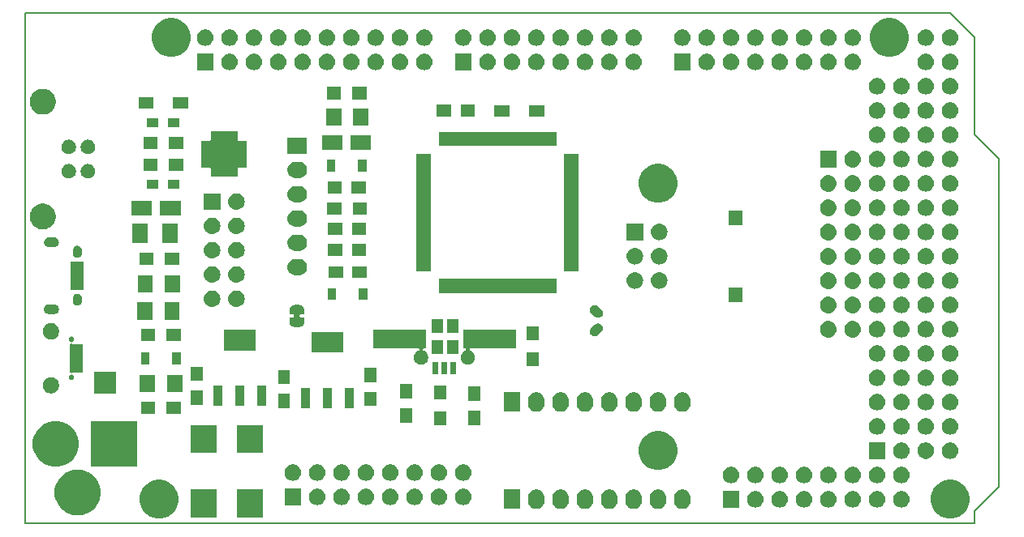
<source format=gts>
G04 #@! TF.GenerationSoftware,KiCad,Pcbnew,6.0.0-rc1-unknown-9cac0a3~66~ubuntu16.04.1*
G04 #@! TF.CreationDate,2019-01-22T10:57:24+01:00
G04 #@! TF.ProjectId,arduino_mega_all_pins,61726475-696e-46f5-9f6d-6567615f616c,rev?*
G04 #@! TF.SameCoordinates,Original*
G04 #@! TF.FileFunction,Soldermask,Top*
G04 #@! TF.FilePolarity,Negative*
%FSLAX46Y46*%
G04 Gerber Fmt 4.6, Leading zero omitted, Abs format (unit mm)*
G04 Created by KiCad (PCBNEW 6.0.0-rc1-unknown-9cac0a3~66~ubuntu16.04.1) date Ut 22. január 2019, 10:57:24 CET*
%MOMM*%
%LPD*%
G04 APERTURE LIST*
%ADD10C,0.150000*%
%ADD11C,0.100000*%
G04 APERTURE END LIST*
D10*
X199898000Y-68326000D02*
X202438000Y-70866000D01*
X202438000Y-70866000D02*
X202438000Y-81026000D01*
X202438000Y-81026000D02*
X204978000Y-83566000D01*
X204978000Y-83566000D02*
X204978000Y-117856000D01*
X204978000Y-117856000D02*
X202438000Y-120396000D01*
X202438000Y-120396000D02*
X202438000Y-121666000D01*
X202438000Y-121666000D02*
X103378000Y-121666000D01*
X103378000Y-68326000D02*
X199898000Y-68326000D01*
X103378000Y-121666000D02*
X103378000Y-68326000D01*
D11*
G36*
X200490712Y-117172088D02*
G01*
X200860510Y-117325263D01*
X200860513Y-117325265D01*
X201193325Y-117547643D01*
X201476357Y-117830675D01*
X201636455Y-118070279D01*
X201698737Y-118163490D01*
X201851912Y-118533288D01*
X201930000Y-118925864D01*
X201930000Y-119326136D01*
X201851912Y-119718712D01*
X201698737Y-120088510D01*
X201698735Y-120088513D01*
X201476357Y-120421325D01*
X201193325Y-120704357D01*
X200860513Y-120926735D01*
X200860510Y-120926737D01*
X200490712Y-121079912D01*
X200098136Y-121158000D01*
X199697864Y-121158000D01*
X199305288Y-121079912D01*
X198935490Y-120926737D01*
X198935487Y-120926735D01*
X198602675Y-120704357D01*
X198319643Y-120421325D01*
X198097265Y-120088513D01*
X198097263Y-120088510D01*
X197944088Y-119718712D01*
X197866000Y-119326136D01*
X197866000Y-118925864D01*
X197944088Y-118533288D01*
X198097263Y-118163490D01*
X198159545Y-118070279D01*
X198319643Y-117830675D01*
X198602675Y-117547643D01*
X198935487Y-117325265D01*
X198935490Y-117325263D01*
X199305288Y-117172088D01*
X199697864Y-117094000D01*
X200098136Y-117094000D01*
X200490712Y-117172088D01*
X200490712Y-117172088D01*
G37*
G36*
X117940712Y-117172088D02*
G01*
X118310510Y-117325263D01*
X118310513Y-117325265D01*
X118643325Y-117547643D01*
X118926357Y-117830675D01*
X119086455Y-118070279D01*
X119148737Y-118163490D01*
X119301912Y-118533288D01*
X119380000Y-118925864D01*
X119380000Y-119326136D01*
X119301912Y-119718712D01*
X119148737Y-120088510D01*
X119148735Y-120088513D01*
X118926357Y-120421325D01*
X118643325Y-120704357D01*
X118310513Y-120926735D01*
X118310510Y-120926737D01*
X117940712Y-121079912D01*
X117548136Y-121158000D01*
X117147864Y-121158000D01*
X116755288Y-121079912D01*
X116385490Y-120926737D01*
X116385487Y-120926735D01*
X116052675Y-120704357D01*
X115769643Y-120421325D01*
X115547265Y-120088513D01*
X115547263Y-120088510D01*
X115394088Y-119718712D01*
X115316000Y-119326136D01*
X115316000Y-118925864D01*
X115394088Y-118533288D01*
X115547263Y-118163490D01*
X115609545Y-118070279D01*
X115769643Y-117830675D01*
X116052675Y-117547643D01*
X116385487Y-117325265D01*
X116385490Y-117325263D01*
X116755288Y-117172088D01*
X117147864Y-117094000D01*
X117548136Y-117094000D01*
X117940712Y-117172088D01*
X117940712Y-117172088D01*
G37*
G36*
X123397010Y-121055130D02*
G01*
X120696990Y-121055130D01*
X120696990Y-118106190D01*
X123397010Y-118106190D01*
X123397010Y-121055130D01*
X123397010Y-121055130D01*
G37*
G36*
X128223010Y-121055130D02*
G01*
X125522990Y-121055130D01*
X125522990Y-118106190D01*
X128223010Y-118106190D01*
X128223010Y-121055130D01*
X128223010Y-121055130D01*
G37*
G36*
X109327595Y-116073321D02*
G01*
X109559462Y-116119442D01*
X109740401Y-116194390D01*
X109996287Y-116300381D01*
X110389425Y-116563067D01*
X110723753Y-116897395D01*
X110986439Y-117290533D01*
X111092430Y-117546419D01*
X111167378Y-117727358D01*
X111259620Y-118191091D01*
X111259620Y-118663909D01*
X111167378Y-119127642D01*
X111135713Y-119204088D01*
X110986439Y-119564467D01*
X110723753Y-119957605D01*
X110389425Y-120291933D01*
X109996287Y-120554619D01*
X109740401Y-120660610D01*
X109559462Y-120735558D01*
X109327595Y-120781679D01*
X109095730Y-120827800D01*
X108622910Y-120827800D01*
X108391045Y-120781679D01*
X108159178Y-120735558D01*
X107978239Y-120660610D01*
X107722353Y-120554619D01*
X107329215Y-120291933D01*
X106994887Y-119957605D01*
X106732201Y-119564467D01*
X106582927Y-119204088D01*
X106551262Y-119127642D01*
X106459020Y-118663909D01*
X106459020Y-118191091D01*
X106551262Y-117727358D01*
X106626210Y-117546419D01*
X106732201Y-117290533D01*
X106994887Y-116897395D01*
X107329215Y-116563067D01*
X107722353Y-116300381D01*
X107978239Y-116194390D01*
X108159178Y-116119442D01*
X108391045Y-116073321D01*
X108622910Y-116027200D01*
X109095730Y-116027200D01*
X109327595Y-116073321D01*
X109327595Y-116073321D01*
G37*
G36*
X161967294Y-118122496D02*
G01*
X162087726Y-118159029D01*
X162130087Y-118171879D01*
X162280112Y-118252068D01*
X162411612Y-118359988D01*
X162519532Y-118491488D01*
X162599721Y-118641512D01*
X162600442Y-118643888D01*
X162649104Y-118804305D01*
X162649104Y-118804307D01*
X162661600Y-118931179D01*
X162661600Y-119320820D01*
X162661076Y-119326136D01*
X162649104Y-119447694D01*
X162613681Y-119564467D01*
X162599721Y-119610488D01*
X162519532Y-119760512D01*
X162411612Y-119892012D01*
X162280112Y-119999932D01*
X162130088Y-120080121D01*
X162102433Y-120088510D01*
X161967295Y-120129504D01*
X161854432Y-120140620D01*
X161798001Y-120146178D01*
X161798000Y-120146178D01*
X161628706Y-120129504D01*
X161493568Y-120088510D01*
X161465913Y-120080121D01*
X161315889Y-119999932D01*
X161225946Y-119926117D01*
X161184388Y-119892012D01*
X161076469Y-119760512D01*
X161076467Y-119760509D01*
X160996279Y-119610488D01*
X160982319Y-119564467D01*
X160946896Y-119447695D01*
X160937679Y-119354112D01*
X160934400Y-119320821D01*
X160934400Y-118931180D01*
X160946896Y-118804308D01*
X160946896Y-118804306D01*
X160996278Y-118641517D01*
X160996279Y-118641513D01*
X161076468Y-118491488D01*
X161184388Y-118359988D01*
X161315888Y-118252068D01*
X161465912Y-118171879D01*
X161508273Y-118159029D01*
X161628705Y-118122496D01*
X161755580Y-118110000D01*
X161797999Y-118105822D01*
X161798000Y-118105822D01*
X161967294Y-118122496D01*
X161967294Y-118122496D01*
G37*
G36*
X156887294Y-118122496D02*
G01*
X157007726Y-118159029D01*
X157050087Y-118171879D01*
X157200112Y-118252068D01*
X157331612Y-118359988D01*
X157439532Y-118491488D01*
X157519721Y-118641512D01*
X157520442Y-118643888D01*
X157569104Y-118804305D01*
X157569104Y-118804307D01*
X157581600Y-118931179D01*
X157581600Y-119320820D01*
X157581076Y-119326136D01*
X157569104Y-119447694D01*
X157533681Y-119564467D01*
X157519721Y-119610488D01*
X157439532Y-119760512D01*
X157331612Y-119892012D01*
X157200112Y-119999932D01*
X157050088Y-120080121D01*
X157022433Y-120088510D01*
X156887295Y-120129504D01*
X156774432Y-120140620D01*
X156718001Y-120146178D01*
X156718000Y-120146178D01*
X156548706Y-120129504D01*
X156413568Y-120088510D01*
X156385913Y-120080121D01*
X156235889Y-119999932D01*
X156145946Y-119926117D01*
X156104388Y-119892012D01*
X155996469Y-119760512D01*
X155996467Y-119760509D01*
X155916279Y-119610488D01*
X155902319Y-119564467D01*
X155866896Y-119447695D01*
X155857679Y-119354112D01*
X155854400Y-119320821D01*
X155854400Y-118931180D01*
X155866896Y-118804308D01*
X155866896Y-118804306D01*
X155916278Y-118641517D01*
X155916279Y-118641513D01*
X155996468Y-118491488D01*
X156104388Y-118359988D01*
X156235888Y-118252068D01*
X156385912Y-118171879D01*
X156428273Y-118159029D01*
X156548705Y-118122496D01*
X156675580Y-118110000D01*
X156717999Y-118105822D01*
X156718000Y-118105822D01*
X156887294Y-118122496D01*
X156887294Y-118122496D01*
G37*
G36*
X159427294Y-118122496D02*
G01*
X159547726Y-118159029D01*
X159590087Y-118171879D01*
X159740112Y-118252068D01*
X159871612Y-118359988D01*
X159979532Y-118491488D01*
X160059721Y-118641512D01*
X160060442Y-118643888D01*
X160109104Y-118804305D01*
X160109104Y-118804307D01*
X160121600Y-118931179D01*
X160121600Y-119320820D01*
X160121076Y-119326136D01*
X160109104Y-119447694D01*
X160073681Y-119564467D01*
X160059721Y-119610488D01*
X159979532Y-119760512D01*
X159871612Y-119892012D01*
X159740112Y-119999932D01*
X159590088Y-120080121D01*
X159562433Y-120088510D01*
X159427295Y-120129504D01*
X159314432Y-120140620D01*
X159258001Y-120146178D01*
X159258000Y-120146178D01*
X159088706Y-120129504D01*
X158953568Y-120088510D01*
X158925913Y-120080121D01*
X158775889Y-119999932D01*
X158685946Y-119926117D01*
X158644388Y-119892012D01*
X158536469Y-119760512D01*
X158536467Y-119760509D01*
X158456279Y-119610488D01*
X158442319Y-119564467D01*
X158406896Y-119447695D01*
X158397679Y-119354112D01*
X158394400Y-119320821D01*
X158394400Y-118931180D01*
X158406896Y-118804308D01*
X158406896Y-118804306D01*
X158456278Y-118641517D01*
X158456279Y-118641513D01*
X158536468Y-118491488D01*
X158644388Y-118359988D01*
X158775888Y-118252068D01*
X158925912Y-118171879D01*
X158968273Y-118159029D01*
X159088705Y-118122496D01*
X159215580Y-118110000D01*
X159257999Y-118105822D01*
X159258000Y-118105822D01*
X159427294Y-118122496D01*
X159427294Y-118122496D01*
G37*
G36*
X164507294Y-118122496D02*
G01*
X164627726Y-118159029D01*
X164670087Y-118171879D01*
X164820112Y-118252068D01*
X164951612Y-118359988D01*
X165059532Y-118491488D01*
X165139721Y-118641512D01*
X165140442Y-118643888D01*
X165189104Y-118804305D01*
X165189104Y-118804307D01*
X165201600Y-118931179D01*
X165201600Y-119320820D01*
X165201076Y-119326136D01*
X165189104Y-119447694D01*
X165153681Y-119564467D01*
X165139721Y-119610488D01*
X165059532Y-119760512D01*
X164951612Y-119892012D01*
X164820112Y-119999932D01*
X164670088Y-120080121D01*
X164642433Y-120088510D01*
X164507295Y-120129504D01*
X164394432Y-120140620D01*
X164338001Y-120146178D01*
X164338000Y-120146178D01*
X164168706Y-120129504D01*
X164033568Y-120088510D01*
X164005913Y-120080121D01*
X163855889Y-119999932D01*
X163765946Y-119926117D01*
X163724388Y-119892012D01*
X163616469Y-119760512D01*
X163616467Y-119760509D01*
X163536279Y-119610488D01*
X163522319Y-119564467D01*
X163486896Y-119447695D01*
X163477679Y-119354112D01*
X163474400Y-119320821D01*
X163474400Y-118931180D01*
X163486896Y-118804308D01*
X163486896Y-118804306D01*
X163536278Y-118641517D01*
X163536279Y-118641513D01*
X163616468Y-118491488D01*
X163724388Y-118359988D01*
X163855888Y-118252068D01*
X164005912Y-118171879D01*
X164048273Y-118159029D01*
X164168705Y-118122496D01*
X164295580Y-118110000D01*
X164337999Y-118105822D01*
X164338000Y-118105822D01*
X164507294Y-118122496D01*
X164507294Y-118122496D01*
G37*
G36*
X167047294Y-118122496D02*
G01*
X167167726Y-118159029D01*
X167210087Y-118171879D01*
X167360112Y-118252068D01*
X167491612Y-118359988D01*
X167599532Y-118491488D01*
X167679721Y-118641512D01*
X167680442Y-118643888D01*
X167729104Y-118804305D01*
X167729104Y-118804307D01*
X167741600Y-118931179D01*
X167741600Y-119320820D01*
X167741076Y-119326136D01*
X167729104Y-119447694D01*
X167693681Y-119564467D01*
X167679721Y-119610488D01*
X167599532Y-119760512D01*
X167491612Y-119892012D01*
X167360112Y-119999932D01*
X167210088Y-120080121D01*
X167182433Y-120088510D01*
X167047295Y-120129504D01*
X166934432Y-120140620D01*
X166878001Y-120146178D01*
X166878000Y-120146178D01*
X166708706Y-120129504D01*
X166573568Y-120088510D01*
X166545913Y-120080121D01*
X166395889Y-119999932D01*
X166305946Y-119926117D01*
X166264388Y-119892012D01*
X166156469Y-119760512D01*
X166156467Y-119760509D01*
X166076279Y-119610488D01*
X166062319Y-119564467D01*
X166026896Y-119447695D01*
X166017679Y-119354112D01*
X166014400Y-119320821D01*
X166014400Y-118931180D01*
X166026896Y-118804308D01*
X166026896Y-118804306D01*
X166076278Y-118641517D01*
X166076279Y-118641513D01*
X166156468Y-118491488D01*
X166264388Y-118359988D01*
X166395888Y-118252068D01*
X166545912Y-118171879D01*
X166588273Y-118159029D01*
X166708705Y-118122496D01*
X166835580Y-118110000D01*
X166877999Y-118105822D01*
X166878000Y-118105822D01*
X167047294Y-118122496D01*
X167047294Y-118122496D01*
G37*
G36*
X169587294Y-118122496D02*
G01*
X169707726Y-118159029D01*
X169750087Y-118171879D01*
X169900112Y-118252068D01*
X170031612Y-118359988D01*
X170139532Y-118491488D01*
X170219721Y-118641512D01*
X170220442Y-118643888D01*
X170269104Y-118804305D01*
X170269104Y-118804307D01*
X170281600Y-118931179D01*
X170281600Y-119320820D01*
X170281076Y-119326136D01*
X170269104Y-119447694D01*
X170233681Y-119564467D01*
X170219721Y-119610488D01*
X170139532Y-119760512D01*
X170031612Y-119892012D01*
X169900112Y-119999932D01*
X169750088Y-120080121D01*
X169722433Y-120088510D01*
X169587295Y-120129504D01*
X169474432Y-120140620D01*
X169418001Y-120146178D01*
X169418000Y-120146178D01*
X169248706Y-120129504D01*
X169113568Y-120088510D01*
X169085913Y-120080121D01*
X168935889Y-119999932D01*
X168845946Y-119926117D01*
X168804388Y-119892012D01*
X168696469Y-119760512D01*
X168696467Y-119760509D01*
X168616279Y-119610488D01*
X168602319Y-119564467D01*
X168566896Y-119447695D01*
X168557679Y-119354112D01*
X168554400Y-119320821D01*
X168554400Y-118931180D01*
X168566896Y-118804308D01*
X168566896Y-118804306D01*
X168616278Y-118641517D01*
X168616279Y-118641513D01*
X168696468Y-118491488D01*
X168804388Y-118359988D01*
X168935888Y-118252068D01*
X169085912Y-118171879D01*
X169128273Y-118159029D01*
X169248705Y-118122496D01*
X169375580Y-118110000D01*
X169417999Y-118105822D01*
X169418000Y-118105822D01*
X169587294Y-118122496D01*
X169587294Y-118122496D01*
G37*
G36*
X172127294Y-118122496D02*
G01*
X172247726Y-118159029D01*
X172290087Y-118171879D01*
X172440112Y-118252068D01*
X172571612Y-118359988D01*
X172679532Y-118491488D01*
X172759721Y-118641512D01*
X172760442Y-118643888D01*
X172809104Y-118804305D01*
X172809104Y-118804307D01*
X172821600Y-118931179D01*
X172821600Y-119320820D01*
X172821076Y-119326136D01*
X172809104Y-119447694D01*
X172773681Y-119564467D01*
X172759721Y-119610488D01*
X172679532Y-119760512D01*
X172571612Y-119892012D01*
X172440112Y-119999932D01*
X172290088Y-120080121D01*
X172262433Y-120088510D01*
X172127295Y-120129504D01*
X172014432Y-120140620D01*
X171958001Y-120146178D01*
X171958000Y-120146178D01*
X171788706Y-120129504D01*
X171653568Y-120088510D01*
X171625913Y-120080121D01*
X171475889Y-119999932D01*
X171385946Y-119926117D01*
X171344388Y-119892012D01*
X171236469Y-119760512D01*
X171236467Y-119760509D01*
X171156279Y-119610488D01*
X171142319Y-119564467D01*
X171106896Y-119447695D01*
X171097679Y-119354112D01*
X171094400Y-119320821D01*
X171094400Y-118931180D01*
X171106896Y-118804308D01*
X171106896Y-118804306D01*
X171156278Y-118641517D01*
X171156279Y-118641513D01*
X171236468Y-118491488D01*
X171344388Y-118359988D01*
X171475888Y-118252068D01*
X171625912Y-118171879D01*
X171668273Y-118159029D01*
X171788705Y-118122496D01*
X171915580Y-118110000D01*
X171957999Y-118105822D01*
X171958000Y-118105822D01*
X172127294Y-118122496D01*
X172127294Y-118122496D01*
G37*
G36*
X155041600Y-120142000D02*
G01*
X153314400Y-120142000D01*
X153314400Y-118110000D01*
X155041600Y-118110000D01*
X155041600Y-120142000D01*
X155041600Y-120142000D01*
G37*
G36*
X192362712Y-118266565D02*
G01*
X192447295Y-118274896D01*
X192567727Y-118311429D01*
X192610088Y-118324279D01*
X192760112Y-118404468D01*
X192891612Y-118512388D01*
X192999532Y-118643888D01*
X193079721Y-118793912D01*
X193092571Y-118836273D01*
X193129104Y-118956705D01*
X193145778Y-119126000D01*
X193129104Y-119295295D01*
X193119748Y-119326136D01*
X193079721Y-119458088D01*
X192999532Y-119608112D01*
X192891612Y-119739612D01*
X192760112Y-119847532D01*
X192610088Y-119927721D01*
X192567727Y-119940571D01*
X192447295Y-119977104D01*
X192362712Y-119985435D01*
X192320421Y-119989600D01*
X192235579Y-119989600D01*
X192193288Y-119985435D01*
X192108705Y-119977104D01*
X191988273Y-119940571D01*
X191945912Y-119927721D01*
X191795888Y-119847532D01*
X191664388Y-119739612D01*
X191556468Y-119608112D01*
X191476279Y-119458088D01*
X191436252Y-119326136D01*
X191426896Y-119295295D01*
X191410222Y-119126000D01*
X191426896Y-118956705D01*
X191463429Y-118836273D01*
X191476279Y-118793912D01*
X191556468Y-118643888D01*
X191664388Y-118512388D01*
X191795888Y-118404468D01*
X191945912Y-118324279D01*
X191988273Y-118311429D01*
X192108705Y-118274896D01*
X192193288Y-118266565D01*
X192235579Y-118262400D01*
X192320421Y-118262400D01*
X192362712Y-118266565D01*
X192362712Y-118266565D01*
G37*
G36*
X179662712Y-118266565D02*
G01*
X179747295Y-118274896D01*
X179867727Y-118311429D01*
X179910088Y-118324279D01*
X180060112Y-118404468D01*
X180191612Y-118512388D01*
X180299532Y-118643888D01*
X180379721Y-118793912D01*
X180392571Y-118836273D01*
X180429104Y-118956705D01*
X180445778Y-119126000D01*
X180429104Y-119295295D01*
X180419748Y-119326136D01*
X180379721Y-119458088D01*
X180299532Y-119608112D01*
X180191612Y-119739612D01*
X180060112Y-119847532D01*
X179910088Y-119927721D01*
X179867727Y-119940571D01*
X179747295Y-119977104D01*
X179662712Y-119985435D01*
X179620421Y-119989600D01*
X179535579Y-119989600D01*
X179493288Y-119985435D01*
X179408705Y-119977104D01*
X179288273Y-119940571D01*
X179245912Y-119927721D01*
X179095888Y-119847532D01*
X178964388Y-119739612D01*
X178856468Y-119608112D01*
X178776279Y-119458088D01*
X178736252Y-119326136D01*
X178726896Y-119295295D01*
X178710222Y-119126000D01*
X178726896Y-118956705D01*
X178763429Y-118836273D01*
X178776279Y-118793912D01*
X178856468Y-118643888D01*
X178964388Y-118512388D01*
X179095888Y-118404468D01*
X179245912Y-118324279D01*
X179288273Y-118311429D01*
X179408705Y-118274896D01*
X179493288Y-118266565D01*
X179535579Y-118262400D01*
X179620421Y-118262400D01*
X179662712Y-118266565D01*
X179662712Y-118266565D01*
G37*
G36*
X177901600Y-119989600D02*
G01*
X176174400Y-119989600D01*
X176174400Y-118262400D01*
X177901600Y-118262400D01*
X177901600Y-119989600D01*
X177901600Y-119989600D01*
G37*
G36*
X182202712Y-118266565D02*
G01*
X182287295Y-118274896D01*
X182407727Y-118311429D01*
X182450088Y-118324279D01*
X182600112Y-118404468D01*
X182731612Y-118512388D01*
X182839532Y-118643888D01*
X182919721Y-118793912D01*
X182932571Y-118836273D01*
X182969104Y-118956705D01*
X182985778Y-119126000D01*
X182969104Y-119295295D01*
X182959748Y-119326136D01*
X182919721Y-119458088D01*
X182839532Y-119608112D01*
X182731612Y-119739612D01*
X182600112Y-119847532D01*
X182450088Y-119927721D01*
X182407727Y-119940571D01*
X182287295Y-119977104D01*
X182202712Y-119985435D01*
X182160421Y-119989600D01*
X182075579Y-119989600D01*
X182033288Y-119985435D01*
X181948705Y-119977104D01*
X181828273Y-119940571D01*
X181785912Y-119927721D01*
X181635888Y-119847532D01*
X181504388Y-119739612D01*
X181396468Y-119608112D01*
X181316279Y-119458088D01*
X181276252Y-119326136D01*
X181266896Y-119295295D01*
X181250222Y-119126000D01*
X181266896Y-118956705D01*
X181303429Y-118836273D01*
X181316279Y-118793912D01*
X181396468Y-118643888D01*
X181504388Y-118512388D01*
X181635888Y-118404468D01*
X181785912Y-118324279D01*
X181828273Y-118311429D01*
X181948705Y-118274896D01*
X182033288Y-118266565D01*
X182075579Y-118262400D01*
X182160421Y-118262400D01*
X182202712Y-118266565D01*
X182202712Y-118266565D01*
G37*
G36*
X184742712Y-118266565D02*
G01*
X184827295Y-118274896D01*
X184947727Y-118311429D01*
X184990088Y-118324279D01*
X185140112Y-118404468D01*
X185271612Y-118512388D01*
X185379532Y-118643888D01*
X185459721Y-118793912D01*
X185472571Y-118836273D01*
X185509104Y-118956705D01*
X185525778Y-119126000D01*
X185509104Y-119295295D01*
X185499748Y-119326136D01*
X185459721Y-119458088D01*
X185379532Y-119608112D01*
X185271612Y-119739612D01*
X185140112Y-119847532D01*
X184990088Y-119927721D01*
X184947727Y-119940571D01*
X184827295Y-119977104D01*
X184742712Y-119985435D01*
X184700421Y-119989600D01*
X184615579Y-119989600D01*
X184573288Y-119985435D01*
X184488705Y-119977104D01*
X184368273Y-119940571D01*
X184325912Y-119927721D01*
X184175888Y-119847532D01*
X184044388Y-119739612D01*
X183936468Y-119608112D01*
X183856279Y-119458088D01*
X183816252Y-119326136D01*
X183806896Y-119295295D01*
X183790222Y-119126000D01*
X183806896Y-118956705D01*
X183843429Y-118836273D01*
X183856279Y-118793912D01*
X183936468Y-118643888D01*
X184044388Y-118512388D01*
X184175888Y-118404468D01*
X184325912Y-118324279D01*
X184368273Y-118311429D01*
X184488705Y-118274896D01*
X184573288Y-118266565D01*
X184615579Y-118262400D01*
X184700421Y-118262400D01*
X184742712Y-118266565D01*
X184742712Y-118266565D01*
G37*
G36*
X187282712Y-118266565D02*
G01*
X187367295Y-118274896D01*
X187487727Y-118311429D01*
X187530088Y-118324279D01*
X187680112Y-118404468D01*
X187811612Y-118512388D01*
X187919532Y-118643888D01*
X187999721Y-118793912D01*
X188012571Y-118836273D01*
X188049104Y-118956705D01*
X188065778Y-119126000D01*
X188049104Y-119295295D01*
X188039748Y-119326136D01*
X187999721Y-119458088D01*
X187919532Y-119608112D01*
X187811612Y-119739612D01*
X187680112Y-119847532D01*
X187530088Y-119927721D01*
X187487727Y-119940571D01*
X187367295Y-119977104D01*
X187282712Y-119985435D01*
X187240421Y-119989600D01*
X187155579Y-119989600D01*
X187113288Y-119985435D01*
X187028705Y-119977104D01*
X186908273Y-119940571D01*
X186865912Y-119927721D01*
X186715888Y-119847532D01*
X186584388Y-119739612D01*
X186476468Y-119608112D01*
X186396279Y-119458088D01*
X186356252Y-119326136D01*
X186346896Y-119295295D01*
X186330222Y-119126000D01*
X186346896Y-118956705D01*
X186383429Y-118836273D01*
X186396279Y-118793912D01*
X186476468Y-118643888D01*
X186584388Y-118512388D01*
X186715888Y-118404468D01*
X186865912Y-118324279D01*
X186908273Y-118311429D01*
X187028705Y-118274896D01*
X187113288Y-118266565D01*
X187155579Y-118262400D01*
X187240421Y-118262400D01*
X187282712Y-118266565D01*
X187282712Y-118266565D01*
G37*
G36*
X189822712Y-118266565D02*
G01*
X189907295Y-118274896D01*
X190027727Y-118311429D01*
X190070088Y-118324279D01*
X190220112Y-118404468D01*
X190351612Y-118512388D01*
X190459532Y-118643888D01*
X190539721Y-118793912D01*
X190552571Y-118836273D01*
X190589104Y-118956705D01*
X190605778Y-119126000D01*
X190589104Y-119295295D01*
X190579748Y-119326136D01*
X190539721Y-119458088D01*
X190459532Y-119608112D01*
X190351612Y-119739612D01*
X190220112Y-119847532D01*
X190070088Y-119927721D01*
X190027727Y-119940571D01*
X189907295Y-119977104D01*
X189822712Y-119985435D01*
X189780421Y-119989600D01*
X189695579Y-119989600D01*
X189653288Y-119985435D01*
X189568705Y-119977104D01*
X189448273Y-119940571D01*
X189405912Y-119927721D01*
X189255888Y-119847532D01*
X189124388Y-119739612D01*
X189016468Y-119608112D01*
X188936279Y-119458088D01*
X188896252Y-119326136D01*
X188886896Y-119295295D01*
X188870222Y-119126000D01*
X188886896Y-118956705D01*
X188923429Y-118836273D01*
X188936279Y-118793912D01*
X189016468Y-118643888D01*
X189124388Y-118512388D01*
X189255888Y-118404468D01*
X189405912Y-118324279D01*
X189448273Y-118311429D01*
X189568705Y-118274896D01*
X189653288Y-118266565D01*
X189695579Y-118262400D01*
X189780421Y-118262400D01*
X189822712Y-118266565D01*
X189822712Y-118266565D01*
G37*
G36*
X194902712Y-118266565D02*
G01*
X194987295Y-118274896D01*
X195107727Y-118311429D01*
X195150088Y-118324279D01*
X195300112Y-118404468D01*
X195431612Y-118512388D01*
X195539532Y-118643888D01*
X195619721Y-118793912D01*
X195632571Y-118836273D01*
X195669104Y-118956705D01*
X195685778Y-119126000D01*
X195669104Y-119295295D01*
X195659748Y-119326136D01*
X195619721Y-119458088D01*
X195539532Y-119608112D01*
X195431612Y-119739612D01*
X195300112Y-119847532D01*
X195150088Y-119927721D01*
X195107727Y-119940571D01*
X194987295Y-119977104D01*
X194902712Y-119985435D01*
X194860421Y-119989600D01*
X194775579Y-119989600D01*
X194733288Y-119985435D01*
X194648705Y-119977104D01*
X194528273Y-119940571D01*
X194485912Y-119927721D01*
X194335888Y-119847532D01*
X194204388Y-119739612D01*
X194096468Y-119608112D01*
X194016279Y-119458088D01*
X193976252Y-119326136D01*
X193966896Y-119295295D01*
X193950222Y-119126000D01*
X193966896Y-118956705D01*
X194003429Y-118836273D01*
X194016279Y-118793912D01*
X194096468Y-118643888D01*
X194204388Y-118512388D01*
X194335888Y-118404468D01*
X194485912Y-118324279D01*
X194528273Y-118311429D01*
X194648705Y-118274896D01*
X194733288Y-118266565D01*
X194775579Y-118262400D01*
X194860421Y-118262400D01*
X194902712Y-118266565D01*
X194902712Y-118266565D01*
G37*
G36*
X139022712Y-118012565D02*
G01*
X139107295Y-118020896D01*
X139227727Y-118057429D01*
X139270088Y-118070279D01*
X139420112Y-118150468D01*
X139551612Y-118258388D01*
X139659532Y-118389888D01*
X139739721Y-118539912D01*
X139739722Y-118539916D01*
X139789104Y-118702705D01*
X139805778Y-118872000D01*
X139789104Y-119041295D01*
X139752571Y-119161727D01*
X139739721Y-119204088D01*
X139659532Y-119354112D01*
X139551612Y-119485612D01*
X139420112Y-119593532D01*
X139270088Y-119673721D01*
X139227727Y-119686571D01*
X139107295Y-119723104D01*
X139022712Y-119731435D01*
X138980421Y-119735600D01*
X138895579Y-119735600D01*
X138853288Y-119731435D01*
X138768705Y-119723104D01*
X138648273Y-119686571D01*
X138605912Y-119673721D01*
X138455888Y-119593532D01*
X138324388Y-119485612D01*
X138216468Y-119354112D01*
X138136279Y-119204088D01*
X138123429Y-119161727D01*
X138086896Y-119041295D01*
X138070222Y-118872000D01*
X138086896Y-118702705D01*
X138136278Y-118539916D01*
X138136279Y-118539912D01*
X138216468Y-118389888D01*
X138324388Y-118258388D01*
X138455888Y-118150468D01*
X138605912Y-118070279D01*
X138648273Y-118057429D01*
X138768705Y-118020896D01*
X138853288Y-118012565D01*
X138895579Y-118008400D01*
X138980421Y-118008400D01*
X139022712Y-118012565D01*
X139022712Y-118012565D01*
G37*
G36*
X149182712Y-118012565D02*
G01*
X149267295Y-118020896D01*
X149387727Y-118057429D01*
X149430088Y-118070279D01*
X149580112Y-118150468D01*
X149711612Y-118258388D01*
X149819532Y-118389888D01*
X149899721Y-118539912D01*
X149899722Y-118539916D01*
X149949104Y-118702705D01*
X149965778Y-118872000D01*
X149949104Y-119041295D01*
X149912571Y-119161727D01*
X149899721Y-119204088D01*
X149819532Y-119354112D01*
X149711612Y-119485612D01*
X149580112Y-119593532D01*
X149430088Y-119673721D01*
X149387727Y-119686571D01*
X149267295Y-119723104D01*
X149182712Y-119731435D01*
X149140421Y-119735600D01*
X149055579Y-119735600D01*
X149013288Y-119731435D01*
X148928705Y-119723104D01*
X148808273Y-119686571D01*
X148765912Y-119673721D01*
X148615888Y-119593532D01*
X148484388Y-119485612D01*
X148376468Y-119354112D01*
X148296279Y-119204088D01*
X148283429Y-119161727D01*
X148246896Y-119041295D01*
X148230222Y-118872000D01*
X148246896Y-118702705D01*
X148296278Y-118539916D01*
X148296279Y-118539912D01*
X148376468Y-118389888D01*
X148484388Y-118258388D01*
X148615888Y-118150468D01*
X148765912Y-118070279D01*
X148808273Y-118057429D01*
X148928705Y-118020896D01*
X149013288Y-118012565D01*
X149055579Y-118008400D01*
X149140421Y-118008400D01*
X149182712Y-118012565D01*
X149182712Y-118012565D01*
G37*
G36*
X146642712Y-118012565D02*
G01*
X146727295Y-118020896D01*
X146847727Y-118057429D01*
X146890088Y-118070279D01*
X147040112Y-118150468D01*
X147171612Y-118258388D01*
X147279532Y-118389888D01*
X147359721Y-118539912D01*
X147359722Y-118539916D01*
X147409104Y-118702705D01*
X147425778Y-118872000D01*
X147409104Y-119041295D01*
X147372571Y-119161727D01*
X147359721Y-119204088D01*
X147279532Y-119354112D01*
X147171612Y-119485612D01*
X147040112Y-119593532D01*
X146890088Y-119673721D01*
X146847727Y-119686571D01*
X146727295Y-119723104D01*
X146642712Y-119731435D01*
X146600421Y-119735600D01*
X146515579Y-119735600D01*
X146473288Y-119731435D01*
X146388705Y-119723104D01*
X146268273Y-119686571D01*
X146225912Y-119673721D01*
X146075888Y-119593532D01*
X145944388Y-119485612D01*
X145836468Y-119354112D01*
X145756279Y-119204088D01*
X145743429Y-119161727D01*
X145706896Y-119041295D01*
X145690222Y-118872000D01*
X145706896Y-118702705D01*
X145756278Y-118539916D01*
X145756279Y-118539912D01*
X145836468Y-118389888D01*
X145944388Y-118258388D01*
X146075888Y-118150468D01*
X146225912Y-118070279D01*
X146268273Y-118057429D01*
X146388705Y-118020896D01*
X146473288Y-118012565D01*
X146515579Y-118008400D01*
X146600421Y-118008400D01*
X146642712Y-118012565D01*
X146642712Y-118012565D01*
G37*
G36*
X144102712Y-118012565D02*
G01*
X144187295Y-118020896D01*
X144307727Y-118057429D01*
X144350088Y-118070279D01*
X144500112Y-118150468D01*
X144631612Y-118258388D01*
X144739532Y-118389888D01*
X144819721Y-118539912D01*
X144819722Y-118539916D01*
X144869104Y-118702705D01*
X144885778Y-118872000D01*
X144869104Y-119041295D01*
X144832571Y-119161727D01*
X144819721Y-119204088D01*
X144739532Y-119354112D01*
X144631612Y-119485612D01*
X144500112Y-119593532D01*
X144350088Y-119673721D01*
X144307727Y-119686571D01*
X144187295Y-119723104D01*
X144102712Y-119731435D01*
X144060421Y-119735600D01*
X143975579Y-119735600D01*
X143933288Y-119731435D01*
X143848705Y-119723104D01*
X143728273Y-119686571D01*
X143685912Y-119673721D01*
X143535888Y-119593532D01*
X143404388Y-119485612D01*
X143296468Y-119354112D01*
X143216279Y-119204088D01*
X143203429Y-119161727D01*
X143166896Y-119041295D01*
X143150222Y-118872000D01*
X143166896Y-118702705D01*
X143216278Y-118539916D01*
X143216279Y-118539912D01*
X143296468Y-118389888D01*
X143404388Y-118258388D01*
X143535888Y-118150468D01*
X143685912Y-118070279D01*
X143728273Y-118057429D01*
X143848705Y-118020896D01*
X143933288Y-118012565D01*
X143975579Y-118008400D01*
X144060421Y-118008400D01*
X144102712Y-118012565D01*
X144102712Y-118012565D01*
G37*
G36*
X132181600Y-119735600D02*
G01*
X130454400Y-119735600D01*
X130454400Y-118008400D01*
X132181600Y-118008400D01*
X132181600Y-119735600D01*
X132181600Y-119735600D01*
G37*
G36*
X133942712Y-118012565D02*
G01*
X134027295Y-118020896D01*
X134147727Y-118057429D01*
X134190088Y-118070279D01*
X134340112Y-118150468D01*
X134471612Y-118258388D01*
X134579532Y-118389888D01*
X134659721Y-118539912D01*
X134659722Y-118539916D01*
X134709104Y-118702705D01*
X134725778Y-118872000D01*
X134709104Y-119041295D01*
X134672571Y-119161727D01*
X134659721Y-119204088D01*
X134579532Y-119354112D01*
X134471612Y-119485612D01*
X134340112Y-119593532D01*
X134190088Y-119673721D01*
X134147727Y-119686571D01*
X134027295Y-119723104D01*
X133942712Y-119731435D01*
X133900421Y-119735600D01*
X133815579Y-119735600D01*
X133773288Y-119731435D01*
X133688705Y-119723104D01*
X133568273Y-119686571D01*
X133525912Y-119673721D01*
X133375888Y-119593532D01*
X133244388Y-119485612D01*
X133136468Y-119354112D01*
X133056279Y-119204088D01*
X133043429Y-119161727D01*
X133006896Y-119041295D01*
X132990222Y-118872000D01*
X133006896Y-118702705D01*
X133056278Y-118539916D01*
X133056279Y-118539912D01*
X133136468Y-118389888D01*
X133244388Y-118258388D01*
X133375888Y-118150468D01*
X133525912Y-118070279D01*
X133568273Y-118057429D01*
X133688705Y-118020896D01*
X133773288Y-118012565D01*
X133815579Y-118008400D01*
X133900421Y-118008400D01*
X133942712Y-118012565D01*
X133942712Y-118012565D01*
G37*
G36*
X136482712Y-118012565D02*
G01*
X136567295Y-118020896D01*
X136687727Y-118057429D01*
X136730088Y-118070279D01*
X136880112Y-118150468D01*
X137011612Y-118258388D01*
X137119532Y-118389888D01*
X137199721Y-118539912D01*
X137199722Y-118539916D01*
X137249104Y-118702705D01*
X137265778Y-118872000D01*
X137249104Y-119041295D01*
X137212571Y-119161727D01*
X137199721Y-119204088D01*
X137119532Y-119354112D01*
X137011612Y-119485612D01*
X136880112Y-119593532D01*
X136730088Y-119673721D01*
X136687727Y-119686571D01*
X136567295Y-119723104D01*
X136482712Y-119731435D01*
X136440421Y-119735600D01*
X136355579Y-119735600D01*
X136313288Y-119731435D01*
X136228705Y-119723104D01*
X136108273Y-119686571D01*
X136065912Y-119673721D01*
X135915888Y-119593532D01*
X135784388Y-119485612D01*
X135676468Y-119354112D01*
X135596279Y-119204088D01*
X135583429Y-119161727D01*
X135546896Y-119041295D01*
X135530222Y-118872000D01*
X135546896Y-118702705D01*
X135596278Y-118539916D01*
X135596279Y-118539912D01*
X135676468Y-118389888D01*
X135784388Y-118258388D01*
X135915888Y-118150468D01*
X136065912Y-118070279D01*
X136108273Y-118057429D01*
X136228705Y-118020896D01*
X136313288Y-118012565D01*
X136355579Y-118008400D01*
X136440421Y-118008400D01*
X136482712Y-118012565D01*
X136482712Y-118012565D01*
G37*
G36*
X141562712Y-118012565D02*
G01*
X141647295Y-118020896D01*
X141767727Y-118057429D01*
X141810088Y-118070279D01*
X141960112Y-118150468D01*
X142091612Y-118258388D01*
X142199532Y-118389888D01*
X142279721Y-118539912D01*
X142279722Y-118539916D01*
X142329104Y-118702705D01*
X142345778Y-118872000D01*
X142329104Y-119041295D01*
X142292571Y-119161727D01*
X142279721Y-119204088D01*
X142199532Y-119354112D01*
X142091612Y-119485612D01*
X141960112Y-119593532D01*
X141810088Y-119673721D01*
X141767727Y-119686571D01*
X141647295Y-119723104D01*
X141562712Y-119731435D01*
X141520421Y-119735600D01*
X141435579Y-119735600D01*
X141393288Y-119731435D01*
X141308705Y-119723104D01*
X141188273Y-119686571D01*
X141145912Y-119673721D01*
X140995888Y-119593532D01*
X140864388Y-119485612D01*
X140756468Y-119354112D01*
X140676279Y-119204088D01*
X140663429Y-119161727D01*
X140626896Y-119041295D01*
X140610222Y-118872000D01*
X140626896Y-118702705D01*
X140676278Y-118539916D01*
X140676279Y-118539912D01*
X140756468Y-118389888D01*
X140864388Y-118258388D01*
X140995888Y-118150468D01*
X141145912Y-118070279D01*
X141188273Y-118057429D01*
X141308705Y-118020896D01*
X141393288Y-118012565D01*
X141435579Y-118008400D01*
X141520421Y-118008400D01*
X141562712Y-118012565D01*
X141562712Y-118012565D01*
G37*
G36*
X194902712Y-115726565D02*
G01*
X194987295Y-115734896D01*
X195107727Y-115771429D01*
X195150088Y-115784279D01*
X195300112Y-115864468D01*
X195431612Y-115972388D01*
X195539532Y-116103888D01*
X195619721Y-116253912D01*
X195619722Y-116253916D01*
X195669104Y-116416705D01*
X195685778Y-116586000D01*
X195669104Y-116755295D01*
X195651262Y-116814112D01*
X195619721Y-116918088D01*
X195539532Y-117068112D01*
X195431612Y-117199612D01*
X195300112Y-117307532D01*
X195150088Y-117387721D01*
X195107727Y-117400571D01*
X194987295Y-117437104D01*
X194902712Y-117445435D01*
X194860421Y-117449600D01*
X194775579Y-117449600D01*
X194733288Y-117445435D01*
X194648705Y-117437104D01*
X194528273Y-117400571D01*
X194485912Y-117387721D01*
X194335888Y-117307532D01*
X194204388Y-117199612D01*
X194096468Y-117068112D01*
X194016279Y-116918088D01*
X193984738Y-116814112D01*
X193966896Y-116755295D01*
X193950222Y-116586000D01*
X193966896Y-116416705D01*
X194016278Y-116253916D01*
X194016279Y-116253912D01*
X194096468Y-116103888D01*
X194204388Y-115972388D01*
X194335888Y-115864468D01*
X194485912Y-115784279D01*
X194528273Y-115771429D01*
X194648705Y-115734896D01*
X194733288Y-115726565D01*
X194775579Y-115722400D01*
X194860421Y-115722400D01*
X194902712Y-115726565D01*
X194902712Y-115726565D01*
G37*
G36*
X182202712Y-115726565D02*
G01*
X182287295Y-115734896D01*
X182407727Y-115771429D01*
X182450088Y-115784279D01*
X182600112Y-115864468D01*
X182731612Y-115972388D01*
X182839532Y-116103888D01*
X182919721Y-116253912D01*
X182919722Y-116253916D01*
X182969104Y-116416705D01*
X182985778Y-116586000D01*
X182969104Y-116755295D01*
X182951262Y-116814112D01*
X182919721Y-116918088D01*
X182839532Y-117068112D01*
X182731612Y-117199612D01*
X182600112Y-117307532D01*
X182450088Y-117387721D01*
X182407727Y-117400571D01*
X182287295Y-117437104D01*
X182202712Y-117445435D01*
X182160421Y-117449600D01*
X182075579Y-117449600D01*
X182033288Y-117445435D01*
X181948705Y-117437104D01*
X181828273Y-117400571D01*
X181785912Y-117387721D01*
X181635888Y-117307532D01*
X181504388Y-117199612D01*
X181396468Y-117068112D01*
X181316279Y-116918088D01*
X181284738Y-116814112D01*
X181266896Y-116755295D01*
X181250222Y-116586000D01*
X181266896Y-116416705D01*
X181316278Y-116253916D01*
X181316279Y-116253912D01*
X181396468Y-116103888D01*
X181504388Y-115972388D01*
X181635888Y-115864468D01*
X181785912Y-115784279D01*
X181828273Y-115771429D01*
X181948705Y-115734896D01*
X182033288Y-115726565D01*
X182075579Y-115722400D01*
X182160421Y-115722400D01*
X182202712Y-115726565D01*
X182202712Y-115726565D01*
G37*
G36*
X192362712Y-115726565D02*
G01*
X192447295Y-115734896D01*
X192567727Y-115771429D01*
X192610088Y-115784279D01*
X192760112Y-115864468D01*
X192891612Y-115972388D01*
X192999532Y-116103888D01*
X193079721Y-116253912D01*
X193079722Y-116253916D01*
X193129104Y-116416705D01*
X193145778Y-116586000D01*
X193129104Y-116755295D01*
X193111262Y-116814112D01*
X193079721Y-116918088D01*
X192999532Y-117068112D01*
X192891612Y-117199612D01*
X192760112Y-117307532D01*
X192610088Y-117387721D01*
X192567727Y-117400571D01*
X192447295Y-117437104D01*
X192362712Y-117445435D01*
X192320421Y-117449600D01*
X192235579Y-117449600D01*
X192193288Y-117445435D01*
X192108705Y-117437104D01*
X191988273Y-117400571D01*
X191945912Y-117387721D01*
X191795888Y-117307532D01*
X191664388Y-117199612D01*
X191556468Y-117068112D01*
X191476279Y-116918088D01*
X191444738Y-116814112D01*
X191426896Y-116755295D01*
X191410222Y-116586000D01*
X191426896Y-116416705D01*
X191476278Y-116253916D01*
X191476279Y-116253912D01*
X191556468Y-116103888D01*
X191664388Y-115972388D01*
X191795888Y-115864468D01*
X191945912Y-115784279D01*
X191988273Y-115771429D01*
X192108705Y-115734896D01*
X192193288Y-115726565D01*
X192235579Y-115722400D01*
X192320421Y-115722400D01*
X192362712Y-115726565D01*
X192362712Y-115726565D01*
G37*
G36*
X179662712Y-115726565D02*
G01*
X179747295Y-115734896D01*
X179867727Y-115771429D01*
X179910088Y-115784279D01*
X180060112Y-115864468D01*
X180191612Y-115972388D01*
X180299532Y-116103888D01*
X180379721Y-116253912D01*
X180379722Y-116253916D01*
X180429104Y-116416705D01*
X180445778Y-116586000D01*
X180429104Y-116755295D01*
X180411262Y-116814112D01*
X180379721Y-116918088D01*
X180299532Y-117068112D01*
X180191612Y-117199612D01*
X180060112Y-117307532D01*
X179910088Y-117387721D01*
X179867727Y-117400571D01*
X179747295Y-117437104D01*
X179662712Y-117445435D01*
X179620421Y-117449600D01*
X179535579Y-117449600D01*
X179493288Y-117445435D01*
X179408705Y-117437104D01*
X179288273Y-117400571D01*
X179245912Y-117387721D01*
X179095888Y-117307532D01*
X178964388Y-117199612D01*
X178856468Y-117068112D01*
X178776279Y-116918088D01*
X178744738Y-116814112D01*
X178726896Y-116755295D01*
X178710222Y-116586000D01*
X178726896Y-116416705D01*
X178776278Y-116253916D01*
X178776279Y-116253912D01*
X178856468Y-116103888D01*
X178964388Y-115972388D01*
X179095888Y-115864468D01*
X179245912Y-115784279D01*
X179288273Y-115771429D01*
X179408705Y-115734896D01*
X179493288Y-115726565D01*
X179535579Y-115722400D01*
X179620421Y-115722400D01*
X179662712Y-115726565D01*
X179662712Y-115726565D01*
G37*
G36*
X189822712Y-115726565D02*
G01*
X189907295Y-115734896D01*
X190027727Y-115771429D01*
X190070088Y-115784279D01*
X190220112Y-115864468D01*
X190351612Y-115972388D01*
X190459532Y-116103888D01*
X190539721Y-116253912D01*
X190539722Y-116253916D01*
X190589104Y-116416705D01*
X190605778Y-116586000D01*
X190589104Y-116755295D01*
X190571262Y-116814112D01*
X190539721Y-116918088D01*
X190459532Y-117068112D01*
X190351612Y-117199612D01*
X190220112Y-117307532D01*
X190070088Y-117387721D01*
X190027727Y-117400571D01*
X189907295Y-117437104D01*
X189822712Y-117445435D01*
X189780421Y-117449600D01*
X189695579Y-117449600D01*
X189653288Y-117445435D01*
X189568705Y-117437104D01*
X189448273Y-117400571D01*
X189405912Y-117387721D01*
X189255888Y-117307532D01*
X189124388Y-117199612D01*
X189016468Y-117068112D01*
X188936279Y-116918088D01*
X188904738Y-116814112D01*
X188886896Y-116755295D01*
X188870222Y-116586000D01*
X188886896Y-116416705D01*
X188936278Y-116253916D01*
X188936279Y-116253912D01*
X189016468Y-116103888D01*
X189124388Y-115972388D01*
X189255888Y-115864468D01*
X189405912Y-115784279D01*
X189448273Y-115771429D01*
X189568705Y-115734896D01*
X189653288Y-115726565D01*
X189695579Y-115722400D01*
X189780421Y-115722400D01*
X189822712Y-115726565D01*
X189822712Y-115726565D01*
G37*
G36*
X177122712Y-115726565D02*
G01*
X177207295Y-115734896D01*
X177327727Y-115771429D01*
X177370088Y-115784279D01*
X177520112Y-115864468D01*
X177651612Y-115972388D01*
X177759532Y-116103888D01*
X177839721Y-116253912D01*
X177839722Y-116253916D01*
X177889104Y-116416705D01*
X177905778Y-116586000D01*
X177889104Y-116755295D01*
X177871262Y-116814112D01*
X177839721Y-116918088D01*
X177759532Y-117068112D01*
X177651612Y-117199612D01*
X177520112Y-117307532D01*
X177370088Y-117387721D01*
X177327727Y-117400571D01*
X177207295Y-117437104D01*
X177122712Y-117445435D01*
X177080421Y-117449600D01*
X176995579Y-117449600D01*
X176953288Y-117445435D01*
X176868705Y-117437104D01*
X176748273Y-117400571D01*
X176705912Y-117387721D01*
X176555888Y-117307532D01*
X176424388Y-117199612D01*
X176316468Y-117068112D01*
X176236279Y-116918088D01*
X176204738Y-116814112D01*
X176186896Y-116755295D01*
X176170222Y-116586000D01*
X176186896Y-116416705D01*
X176236278Y-116253916D01*
X176236279Y-116253912D01*
X176316468Y-116103888D01*
X176424388Y-115972388D01*
X176555888Y-115864468D01*
X176705912Y-115784279D01*
X176748273Y-115771429D01*
X176868705Y-115734896D01*
X176953288Y-115726565D01*
X176995579Y-115722400D01*
X177080421Y-115722400D01*
X177122712Y-115726565D01*
X177122712Y-115726565D01*
G37*
G36*
X187282712Y-115726565D02*
G01*
X187367295Y-115734896D01*
X187487727Y-115771429D01*
X187530088Y-115784279D01*
X187680112Y-115864468D01*
X187811612Y-115972388D01*
X187919532Y-116103888D01*
X187999721Y-116253912D01*
X187999722Y-116253916D01*
X188049104Y-116416705D01*
X188065778Y-116586000D01*
X188049104Y-116755295D01*
X188031262Y-116814112D01*
X187999721Y-116918088D01*
X187919532Y-117068112D01*
X187811612Y-117199612D01*
X187680112Y-117307532D01*
X187530088Y-117387721D01*
X187487727Y-117400571D01*
X187367295Y-117437104D01*
X187282712Y-117445435D01*
X187240421Y-117449600D01*
X187155579Y-117449600D01*
X187113288Y-117445435D01*
X187028705Y-117437104D01*
X186908273Y-117400571D01*
X186865912Y-117387721D01*
X186715888Y-117307532D01*
X186584388Y-117199612D01*
X186476468Y-117068112D01*
X186396279Y-116918088D01*
X186364738Y-116814112D01*
X186346896Y-116755295D01*
X186330222Y-116586000D01*
X186346896Y-116416705D01*
X186396278Y-116253916D01*
X186396279Y-116253912D01*
X186476468Y-116103888D01*
X186584388Y-115972388D01*
X186715888Y-115864468D01*
X186865912Y-115784279D01*
X186908273Y-115771429D01*
X187028705Y-115734896D01*
X187113288Y-115726565D01*
X187155579Y-115722400D01*
X187240421Y-115722400D01*
X187282712Y-115726565D01*
X187282712Y-115726565D01*
G37*
G36*
X184742712Y-115726565D02*
G01*
X184827295Y-115734896D01*
X184947727Y-115771429D01*
X184990088Y-115784279D01*
X185140112Y-115864468D01*
X185271612Y-115972388D01*
X185379532Y-116103888D01*
X185459721Y-116253912D01*
X185459722Y-116253916D01*
X185509104Y-116416705D01*
X185525778Y-116586000D01*
X185509104Y-116755295D01*
X185491262Y-116814112D01*
X185459721Y-116918088D01*
X185379532Y-117068112D01*
X185271612Y-117199612D01*
X185140112Y-117307532D01*
X184990088Y-117387721D01*
X184947727Y-117400571D01*
X184827295Y-117437104D01*
X184742712Y-117445435D01*
X184700421Y-117449600D01*
X184615579Y-117449600D01*
X184573288Y-117445435D01*
X184488705Y-117437104D01*
X184368273Y-117400571D01*
X184325912Y-117387721D01*
X184175888Y-117307532D01*
X184044388Y-117199612D01*
X183936468Y-117068112D01*
X183856279Y-116918088D01*
X183824738Y-116814112D01*
X183806896Y-116755295D01*
X183790222Y-116586000D01*
X183806896Y-116416705D01*
X183856278Y-116253916D01*
X183856279Y-116253912D01*
X183936468Y-116103888D01*
X184044388Y-115972388D01*
X184175888Y-115864468D01*
X184325912Y-115784279D01*
X184368273Y-115771429D01*
X184488705Y-115734896D01*
X184573288Y-115726565D01*
X184615579Y-115722400D01*
X184700421Y-115722400D01*
X184742712Y-115726565D01*
X184742712Y-115726565D01*
G37*
G36*
X133942712Y-115472565D02*
G01*
X134027295Y-115480896D01*
X134147727Y-115517429D01*
X134190088Y-115530279D01*
X134340112Y-115610468D01*
X134471612Y-115718388D01*
X134579532Y-115849888D01*
X134659721Y-115999912D01*
X134659722Y-115999916D01*
X134709104Y-116162705D01*
X134725778Y-116332000D01*
X134709104Y-116501295D01*
X134690366Y-116563065D01*
X134659721Y-116664088D01*
X134579532Y-116814112D01*
X134471612Y-116945612D01*
X134340112Y-117053532D01*
X134190088Y-117133721D01*
X134147727Y-117146571D01*
X134027295Y-117183104D01*
X133942712Y-117191435D01*
X133900421Y-117195600D01*
X133815579Y-117195600D01*
X133773288Y-117191435D01*
X133688705Y-117183104D01*
X133568273Y-117146571D01*
X133525912Y-117133721D01*
X133375888Y-117053532D01*
X133244388Y-116945612D01*
X133136468Y-116814112D01*
X133056279Y-116664088D01*
X133025634Y-116563065D01*
X133006896Y-116501295D01*
X132990222Y-116332000D01*
X133006896Y-116162705D01*
X133056278Y-115999916D01*
X133056279Y-115999912D01*
X133136468Y-115849888D01*
X133244388Y-115718388D01*
X133375888Y-115610468D01*
X133525912Y-115530279D01*
X133568273Y-115517429D01*
X133688705Y-115480896D01*
X133773288Y-115472565D01*
X133815579Y-115468400D01*
X133900421Y-115468400D01*
X133942712Y-115472565D01*
X133942712Y-115472565D01*
G37*
G36*
X131402712Y-115472565D02*
G01*
X131487295Y-115480896D01*
X131607727Y-115517429D01*
X131650088Y-115530279D01*
X131800112Y-115610468D01*
X131931612Y-115718388D01*
X132039532Y-115849888D01*
X132119721Y-115999912D01*
X132119722Y-115999916D01*
X132169104Y-116162705D01*
X132185778Y-116332000D01*
X132169104Y-116501295D01*
X132150366Y-116563065D01*
X132119721Y-116664088D01*
X132039532Y-116814112D01*
X131931612Y-116945612D01*
X131800112Y-117053532D01*
X131650088Y-117133721D01*
X131607727Y-117146571D01*
X131487295Y-117183104D01*
X131402712Y-117191435D01*
X131360421Y-117195600D01*
X131275579Y-117195600D01*
X131233288Y-117191435D01*
X131148705Y-117183104D01*
X131028273Y-117146571D01*
X130985912Y-117133721D01*
X130835888Y-117053532D01*
X130704388Y-116945612D01*
X130596468Y-116814112D01*
X130516279Y-116664088D01*
X130485634Y-116563065D01*
X130466896Y-116501295D01*
X130450222Y-116332000D01*
X130466896Y-116162705D01*
X130516278Y-115999916D01*
X130516279Y-115999912D01*
X130596468Y-115849888D01*
X130704388Y-115718388D01*
X130835888Y-115610468D01*
X130985912Y-115530279D01*
X131028273Y-115517429D01*
X131148705Y-115480896D01*
X131233288Y-115472565D01*
X131275579Y-115468400D01*
X131360421Y-115468400D01*
X131402712Y-115472565D01*
X131402712Y-115472565D01*
G37*
G36*
X149182712Y-115472565D02*
G01*
X149267295Y-115480896D01*
X149387727Y-115517429D01*
X149430088Y-115530279D01*
X149580112Y-115610468D01*
X149711612Y-115718388D01*
X149819532Y-115849888D01*
X149899721Y-115999912D01*
X149899722Y-115999916D01*
X149949104Y-116162705D01*
X149965778Y-116332000D01*
X149949104Y-116501295D01*
X149930366Y-116563065D01*
X149899721Y-116664088D01*
X149819532Y-116814112D01*
X149711612Y-116945612D01*
X149580112Y-117053532D01*
X149430088Y-117133721D01*
X149387727Y-117146571D01*
X149267295Y-117183104D01*
X149182712Y-117191435D01*
X149140421Y-117195600D01*
X149055579Y-117195600D01*
X149013288Y-117191435D01*
X148928705Y-117183104D01*
X148808273Y-117146571D01*
X148765912Y-117133721D01*
X148615888Y-117053532D01*
X148484388Y-116945612D01*
X148376468Y-116814112D01*
X148296279Y-116664088D01*
X148265634Y-116563065D01*
X148246896Y-116501295D01*
X148230222Y-116332000D01*
X148246896Y-116162705D01*
X148296278Y-115999916D01*
X148296279Y-115999912D01*
X148376468Y-115849888D01*
X148484388Y-115718388D01*
X148615888Y-115610468D01*
X148765912Y-115530279D01*
X148808273Y-115517429D01*
X148928705Y-115480896D01*
X149013288Y-115472565D01*
X149055579Y-115468400D01*
X149140421Y-115468400D01*
X149182712Y-115472565D01*
X149182712Y-115472565D01*
G37*
G36*
X136482712Y-115472565D02*
G01*
X136567295Y-115480896D01*
X136687727Y-115517429D01*
X136730088Y-115530279D01*
X136880112Y-115610468D01*
X137011612Y-115718388D01*
X137119532Y-115849888D01*
X137199721Y-115999912D01*
X137199722Y-115999916D01*
X137249104Y-116162705D01*
X137265778Y-116332000D01*
X137249104Y-116501295D01*
X137230366Y-116563065D01*
X137199721Y-116664088D01*
X137119532Y-116814112D01*
X137011612Y-116945612D01*
X136880112Y-117053532D01*
X136730088Y-117133721D01*
X136687727Y-117146571D01*
X136567295Y-117183104D01*
X136482712Y-117191435D01*
X136440421Y-117195600D01*
X136355579Y-117195600D01*
X136313288Y-117191435D01*
X136228705Y-117183104D01*
X136108273Y-117146571D01*
X136065912Y-117133721D01*
X135915888Y-117053532D01*
X135784388Y-116945612D01*
X135676468Y-116814112D01*
X135596279Y-116664088D01*
X135565634Y-116563065D01*
X135546896Y-116501295D01*
X135530222Y-116332000D01*
X135546896Y-116162705D01*
X135596278Y-115999916D01*
X135596279Y-115999912D01*
X135676468Y-115849888D01*
X135784388Y-115718388D01*
X135915888Y-115610468D01*
X136065912Y-115530279D01*
X136108273Y-115517429D01*
X136228705Y-115480896D01*
X136313288Y-115472565D01*
X136355579Y-115468400D01*
X136440421Y-115468400D01*
X136482712Y-115472565D01*
X136482712Y-115472565D01*
G37*
G36*
X144102712Y-115472565D02*
G01*
X144187295Y-115480896D01*
X144307727Y-115517429D01*
X144350088Y-115530279D01*
X144500112Y-115610468D01*
X144631612Y-115718388D01*
X144739532Y-115849888D01*
X144819721Y-115999912D01*
X144819722Y-115999916D01*
X144869104Y-116162705D01*
X144885778Y-116332000D01*
X144869104Y-116501295D01*
X144850366Y-116563065D01*
X144819721Y-116664088D01*
X144739532Y-116814112D01*
X144631612Y-116945612D01*
X144500112Y-117053532D01*
X144350088Y-117133721D01*
X144307727Y-117146571D01*
X144187295Y-117183104D01*
X144102712Y-117191435D01*
X144060421Y-117195600D01*
X143975579Y-117195600D01*
X143933288Y-117191435D01*
X143848705Y-117183104D01*
X143728273Y-117146571D01*
X143685912Y-117133721D01*
X143535888Y-117053532D01*
X143404388Y-116945612D01*
X143296468Y-116814112D01*
X143216279Y-116664088D01*
X143185634Y-116563065D01*
X143166896Y-116501295D01*
X143150222Y-116332000D01*
X143166896Y-116162705D01*
X143216278Y-115999916D01*
X143216279Y-115999912D01*
X143296468Y-115849888D01*
X143404388Y-115718388D01*
X143535888Y-115610468D01*
X143685912Y-115530279D01*
X143728273Y-115517429D01*
X143848705Y-115480896D01*
X143933288Y-115472565D01*
X143975579Y-115468400D01*
X144060421Y-115468400D01*
X144102712Y-115472565D01*
X144102712Y-115472565D01*
G37*
G36*
X141562712Y-115472565D02*
G01*
X141647295Y-115480896D01*
X141767727Y-115517429D01*
X141810088Y-115530279D01*
X141960112Y-115610468D01*
X142091612Y-115718388D01*
X142199532Y-115849888D01*
X142279721Y-115999912D01*
X142279722Y-115999916D01*
X142329104Y-116162705D01*
X142345778Y-116332000D01*
X142329104Y-116501295D01*
X142310366Y-116563065D01*
X142279721Y-116664088D01*
X142199532Y-116814112D01*
X142091612Y-116945612D01*
X141960112Y-117053532D01*
X141810088Y-117133721D01*
X141767727Y-117146571D01*
X141647295Y-117183104D01*
X141562712Y-117191435D01*
X141520421Y-117195600D01*
X141435579Y-117195600D01*
X141393288Y-117191435D01*
X141308705Y-117183104D01*
X141188273Y-117146571D01*
X141145912Y-117133721D01*
X140995888Y-117053532D01*
X140864388Y-116945612D01*
X140756468Y-116814112D01*
X140676279Y-116664088D01*
X140645634Y-116563065D01*
X140626896Y-116501295D01*
X140610222Y-116332000D01*
X140626896Y-116162705D01*
X140676278Y-115999916D01*
X140676279Y-115999912D01*
X140756468Y-115849888D01*
X140864388Y-115718388D01*
X140995888Y-115610468D01*
X141145912Y-115530279D01*
X141188273Y-115517429D01*
X141308705Y-115480896D01*
X141393288Y-115472565D01*
X141435579Y-115468400D01*
X141520421Y-115468400D01*
X141562712Y-115472565D01*
X141562712Y-115472565D01*
G37*
G36*
X139022712Y-115472565D02*
G01*
X139107295Y-115480896D01*
X139227727Y-115517429D01*
X139270088Y-115530279D01*
X139420112Y-115610468D01*
X139551612Y-115718388D01*
X139659532Y-115849888D01*
X139739721Y-115999912D01*
X139739722Y-115999916D01*
X139789104Y-116162705D01*
X139805778Y-116332000D01*
X139789104Y-116501295D01*
X139770366Y-116563065D01*
X139739721Y-116664088D01*
X139659532Y-116814112D01*
X139551612Y-116945612D01*
X139420112Y-117053532D01*
X139270088Y-117133721D01*
X139227727Y-117146571D01*
X139107295Y-117183104D01*
X139022712Y-117191435D01*
X138980421Y-117195600D01*
X138895579Y-117195600D01*
X138853288Y-117191435D01*
X138768705Y-117183104D01*
X138648273Y-117146571D01*
X138605912Y-117133721D01*
X138455888Y-117053532D01*
X138324388Y-116945612D01*
X138216468Y-116814112D01*
X138136279Y-116664088D01*
X138105634Y-116563065D01*
X138086896Y-116501295D01*
X138070222Y-116332000D01*
X138086896Y-116162705D01*
X138136278Y-115999916D01*
X138136279Y-115999912D01*
X138216468Y-115849888D01*
X138324388Y-115718388D01*
X138455888Y-115610468D01*
X138605912Y-115530279D01*
X138648273Y-115517429D01*
X138768705Y-115480896D01*
X138853288Y-115472565D01*
X138895579Y-115468400D01*
X138980421Y-115468400D01*
X139022712Y-115472565D01*
X139022712Y-115472565D01*
G37*
G36*
X146642712Y-115472565D02*
G01*
X146727295Y-115480896D01*
X146847727Y-115517429D01*
X146890088Y-115530279D01*
X147040112Y-115610468D01*
X147171612Y-115718388D01*
X147279532Y-115849888D01*
X147359721Y-115999912D01*
X147359722Y-115999916D01*
X147409104Y-116162705D01*
X147425778Y-116332000D01*
X147409104Y-116501295D01*
X147390366Y-116563065D01*
X147359721Y-116664088D01*
X147279532Y-116814112D01*
X147171612Y-116945612D01*
X147040112Y-117053532D01*
X146890088Y-117133721D01*
X146847727Y-117146571D01*
X146727295Y-117183104D01*
X146642712Y-117191435D01*
X146600421Y-117195600D01*
X146515579Y-117195600D01*
X146473288Y-117191435D01*
X146388705Y-117183104D01*
X146268273Y-117146571D01*
X146225912Y-117133721D01*
X146075888Y-117053532D01*
X145944388Y-116945612D01*
X145836468Y-116814112D01*
X145756279Y-116664088D01*
X145725634Y-116563065D01*
X145706896Y-116501295D01*
X145690222Y-116332000D01*
X145706896Y-116162705D01*
X145756278Y-115999916D01*
X145756279Y-115999912D01*
X145836468Y-115849888D01*
X145944388Y-115718388D01*
X146075888Y-115610468D01*
X146225912Y-115530279D01*
X146268273Y-115517429D01*
X146388705Y-115480896D01*
X146473288Y-115472565D01*
X146515579Y-115468400D01*
X146600421Y-115468400D01*
X146642712Y-115472565D01*
X146642712Y-115472565D01*
G37*
G36*
X170010712Y-112092088D02*
G01*
X170380510Y-112245263D01*
X170380513Y-112245265D01*
X170713325Y-112467643D01*
X170996357Y-112750675D01*
X171218735Y-113083487D01*
X171218737Y-113083490D01*
X171371912Y-113453288D01*
X171450000Y-113845864D01*
X171450000Y-114246136D01*
X171371912Y-114638712D01*
X171218737Y-115008510D01*
X171218735Y-115008513D01*
X170996357Y-115341325D01*
X170713325Y-115624357D01*
X170473986Y-115784278D01*
X170380510Y-115846737D01*
X170010712Y-115999912D01*
X169618136Y-116078000D01*
X169217864Y-116078000D01*
X168825288Y-115999912D01*
X168455490Y-115846737D01*
X168362014Y-115784278D01*
X168122675Y-115624357D01*
X167839643Y-115341325D01*
X167617265Y-115008513D01*
X167617263Y-115008510D01*
X167464088Y-114638712D01*
X167386000Y-114246136D01*
X167386000Y-113845864D01*
X167464088Y-113453288D01*
X167617263Y-113083490D01*
X167617265Y-113083487D01*
X167839643Y-112750675D01*
X168122675Y-112467643D01*
X168455487Y-112245265D01*
X168455490Y-112245263D01*
X168825288Y-112092088D01*
X169217864Y-112014000D01*
X169618136Y-112014000D01*
X170010712Y-112092088D01*
X170010712Y-112092088D01*
G37*
G36*
X107273462Y-111039442D02*
G01*
X107451819Y-111113320D01*
X107710287Y-111220381D01*
X108103425Y-111483067D01*
X108437753Y-111817395D01*
X108700439Y-112210533D01*
X108806430Y-112466419D01*
X108881378Y-112647358D01*
X108973620Y-113111091D01*
X108973620Y-113583909D01*
X108881705Y-114046000D01*
X108881378Y-114047641D01*
X108700439Y-114484467D01*
X108437753Y-114877605D01*
X108103425Y-115211933D01*
X107710287Y-115474619D01*
X107454401Y-115580610D01*
X107273462Y-115655558D01*
X106809730Y-115747800D01*
X106336910Y-115747800D01*
X105873178Y-115655558D01*
X105692239Y-115580610D01*
X105436353Y-115474619D01*
X105043215Y-115211933D01*
X104708887Y-114877605D01*
X104446201Y-114484467D01*
X104265262Y-114047641D01*
X104264936Y-114046000D01*
X104173020Y-113583909D01*
X104173020Y-113111091D01*
X104265262Y-112647358D01*
X104340210Y-112466419D01*
X104446201Y-112210533D01*
X104708887Y-111817395D01*
X105043215Y-111483067D01*
X105436353Y-111220381D01*
X105694821Y-111113320D01*
X105873178Y-111039442D01*
X106336910Y-110947200D01*
X106809730Y-110947200D01*
X107273462Y-111039442D01*
X107273462Y-111039442D01*
G37*
G36*
X115069620Y-115747800D02*
G01*
X110269020Y-115747800D01*
X110269020Y-110947200D01*
X115069620Y-110947200D01*
X115069620Y-115747800D01*
X115069620Y-115747800D01*
G37*
G36*
X194902712Y-113186565D02*
G01*
X194987295Y-113194896D01*
X195107727Y-113231429D01*
X195150088Y-113244279D01*
X195300112Y-113324468D01*
X195431612Y-113432388D01*
X195539532Y-113563888D01*
X195619721Y-113713912D01*
X195619722Y-113713916D01*
X195669104Y-113876705D01*
X195685778Y-114046000D01*
X195669104Y-114215295D01*
X195659748Y-114246136D01*
X195619721Y-114378088D01*
X195539532Y-114528112D01*
X195431612Y-114659612D01*
X195300112Y-114767532D01*
X195150088Y-114847721D01*
X195107727Y-114860571D01*
X194987295Y-114897104D01*
X194902712Y-114905435D01*
X194860421Y-114909600D01*
X194775579Y-114909600D01*
X194733288Y-114905435D01*
X194648705Y-114897104D01*
X194528273Y-114860571D01*
X194485912Y-114847721D01*
X194335888Y-114767532D01*
X194204388Y-114659612D01*
X194096468Y-114528112D01*
X194016279Y-114378088D01*
X193976252Y-114246136D01*
X193966896Y-114215295D01*
X193950222Y-114046000D01*
X193966896Y-113876705D01*
X194016278Y-113713916D01*
X194016279Y-113713912D01*
X194096468Y-113563888D01*
X194204388Y-113432388D01*
X194335888Y-113324468D01*
X194485912Y-113244279D01*
X194528273Y-113231429D01*
X194648705Y-113194896D01*
X194733288Y-113186565D01*
X194775579Y-113182400D01*
X194860421Y-113182400D01*
X194902712Y-113186565D01*
X194902712Y-113186565D01*
G37*
G36*
X199982712Y-113186565D02*
G01*
X200067295Y-113194896D01*
X200187727Y-113231429D01*
X200230088Y-113244279D01*
X200380112Y-113324468D01*
X200511612Y-113432388D01*
X200619532Y-113563888D01*
X200699721Y-113713912D01*
X200699722Y-113713916D01*
X200749104Y-113876705D01*
X200765778Y-114046000D01*
X200749104Y-114215295D01*
X200739748Y-114246136D01*
X200699721Y-114378088D01*
X200619532Y-114528112D01*
X200511612Y-114659612D01*
X200380112Y-114767532D01*
X200230088Y-114847721D01*
X200187727Y-114860571D01*
X200067295Y-114897104D01*
X199982712Y-114905435D01*
X199940421Y-114909600D01*
X199855579Y-114909600D01*
X199813288Y-114905435D01*
X199728705Y-114897104D01*
X199608273Y-114860571D01*
X199565912Y-114847721D01*
X199415888Y-114767532D01*
X199284388Y-114659612D01*
X199176468Y-114528112D01*
X199096279Y-114378088D01*
X199056252Y-114246136D01*
X199046896Y-114215295D01*
X199030222Y-114046000D01*
X199046896Y-113876705D01*
X199096278Y-113713916D01*
X199096279Y-113713912D01*
X199176468Y-113563888D01*
X199284388Y-113432388D01*
X199415888Y-113324468D01*
X199565912Y-113244279D01*
X199608273Y-113231429D01*
X199728705Y-113194896D01*
X199813288Y-113186565D01*
X199855579Y-113182400D01*
X199940421Y-113182400D01*
X199982712Y-113186565D01*
X199982712Y-113186565D01*
G37*
G36*
X197609903Y-113215587D02*
G01*
X197767068Y-113280687D01*
X197908513Y-113375198D01*
X198028802Y-113495487D01*
X198123313Y-113636932D01*
X198188413Y-113794097D01*
X198221600Y-113960943D01*
X198221600Y-114131057D01*
X198188413Y-114297903D01*
X198123313Y-114455068D01*
X198028802Y-114596513D01*
X197908513Y-114716802D01*
X197767068Y-114811313D01*
X197609903Y-114876413D01*
X197443057Y-114909600D01*
X197272943Y-114909600D01*
X197106097Y-114876413D01*
X196948932Y-114811313D01*
X196807487Y-114716802D01*
X196687198Y-114596513D01*
X196592687Y-114455068D01*
X196527587Y-114297903D01*
X196494400Y-114131057D01*
X196494400Y-113960943D01*
X196527587Y-113794097D01*
X196592687Y-113636932D01*
X196687198Y-113495487D01*
X196807487Y-113375198D01*
X196948932Y-113280687D01*
X197106097Y-113215587D01*
X197272943Y-113182400D01*
X197443057Y-113182400D01*
X197609903Y-113215587D01*
X197609903Y-113215587D01*
G37*
G36*
X193141600Y-114909600D02*
G01*
X191414400Y-114909600D01*
X191414400Y-113182400D01*
X193141600Y-113182400D01*
X193141600Y-114909600D01*
X193141600Y-114909600D01*
G37*
G36*
X128223010Y-114303810D02*
G01*
X125522990Y-114303810D01*
X125522990Y-111354870D01*
X128223010Y-111354870D01*
X128223010Y-114303810D01*
X128223010Y-114303810D01*
G37*
G36*
X123397010Y-114303810D02*
G01*
X120696990Y-114303810D01*
X120696990Y-111354870D01*
X123397010Y-111354870D01*
X123397010Y-114303810D01*
X123397010Y-114303810D01*
G37*
G36*
X197442712Y-110646565D02*
G01*
X197527295Y-110654896D01*
X197647727Y-110691429D01*
X197690088Y-110704279D01*
X197840112Y-110784468D01*
X197971612Y-110892388D01*
X198079532Y-111023888D01*
X198159721Y-111173912D01*
X198159722Y-111173916D01*
X198209104Y-111336705D01*
X198225778Y-111506000D01*
X198209104Y-111675295D01*
X198172571Y-111795727D01*
X198159721Y-111838088D01*
X198079532Y-111988112D01*
X197971612Y-112119612D01*
X197840112Y-112227532D01*
X197690088Y-112307721D01*
X197647727Y-112320571D01*
X197527295Y-112357104D01*
X197442712Y-112365435D01*
X197400421Y-112369600D01*
X197315579Y-112369600D01*
X197273288Y-112365435D01*
X197188705Y-112357104D01*
X197068273Y-112320571D01*
X197025912Y-112307721D01*
X196875888Y-112227532D01*
X196744388Y-112119612D01*
X196636468Y-111988112D01*
X196556279Y-111838088D01*
X196543429Y-111795727D01*
X196506896Y-111675295D01*
X196490222Y-111506000D01*
X196506896Y-111336705D01*
X196556278Y-111173916D01*
X196556279Y-111173912D01*
X196636468Y-111023888D01*
X196744388Y-110892388D01*
X196875888Y-110784468D01*
X197025912Y-110704279D01*
X197068273Y-110691429D01*
X197188705Y-110654896D01*
X197273288Y-110646565D01*
X197315579Y-110642400D01*
X197400421Y-110642400D01*
X197442712Y-110646565D01*
X197442712Y-110646565D01*
G37*
G36*
X199982712Y-110646565D02*
G01*
X200067295Y-110654896D01*
X200187727Y-110691429D01*
X200230088Y-110704279D01*
X200380112Y-110784468D01*
X200511612Y-110892388D01*
X200619532Y-111023888D01*
X200699721Y-111173912D01*
X200699722Y-111173916D01*
X200749104Y-111336705D01*
X200765778Y-111506000D01*
X200749104Y-111675295D01*
X200712571Y-111795727D01*
X200699721Y-111838088D01*
X200619532Y-111988112D01*
X200511612Y-112119612D01*
X200380112Y-112227532D01*
X200230088Y-112307721D01*
X200187727Y-112320571D01*
X200067295Y-112357104D01*
X199982712Y-112365435D01*
X199940421Y-112369600D01*
X199855579Y-112369600D01*
X199813288Y-112365435D01*
X199728705Y-112357104D01*
X199608273Y-112320571D01*
X199565912Y-112307721D01*
X199415888Y-112227532D01*
X199284388Y-112119612D01*
X199176468Y-111988112D01*
X199096279Y-111838088D01*
X199083429Y-111795727D01*
X199046896Y-111675295D01*
X199030222Y-111506000D01*
X199046896Y-111336705D01*
X199096278Y-111173916D01*
X199096279Y-111173912D01*
X199176468Y-111023888D01*
X199284388Y-110892388D01*
X199415888Y-110784468D01*
X199565912Y-110704279D01*
X199608273Y-110691429D01*
X199728705Y-110654896D01*
X199813288Y-110646565D01*
X199855579Y-110642400D01*
X199940421Y-110642400D01*
X199982712Y-110646565D01*
X199982712Y-110646565D01*
G37*
G36*
X194902712Y-110646565D02*
G01*
X194987295Y-110654896D01*
X195107727Y-110691429D01*
X195150088Y-110704279D01*
X195300112Y-110784468D01*
X195431612Y-110892388D01*
X195539532Y-111023888D01*
X195619721Y-111173912D01*
X195619722Y-111173916D01*
X195669104Y-111336705D01*
X195685778Y-111506000D01*
X195669104Y-111675295D01*
X195632571Y-111795727D01*
X195619721Y-111838088D01*
X195539532Y-111988112D01*
X195431612Y-112119612D01*
X195300112Y-112227532D01*
X195150088Y-112307721D01*
X195107727Y-112320571D01*
X194987295Y-112357104D01*
X194902712Y-112365435D01*
X194860421Y-112369600D01*
X194775579Y-112369600D01*
X194733288Y-112365435D01*
X194648705Y-112357104D01*
X194528273Y-112320571D01*
X194485912Y-112307721D01*
X194335888Y-112227532D01*
X194204388Y-112119612D01*
X194096468Y-111988112D01*
X194016279Y-111838088D01*
X194003429Y-111795727D01*
X193966896Y-111675295D01*
X193950222Y-111506000D01*
X193966896Y-111336705D01*
X194016278Y-111173916D01*
X194016279Y-111173912D01*
X194096468Y-111023888D01*
X194204388Y-110892388D01*
X194335888Y-110784468D01*
X194485912Y-110704279D01*
X194528273Y-110691429D01*
X194648705Y-110654896D01*
X194733288Y-110646565D01*
X194775579Y-110642400D01*
X194860421Y-110642400D01*
X194902712Y-110646565D01*
X194902712Y-110646565D01*
G37*
G36*
X192362712Y-110646565D02*
G01*
X192447295Y-110654896D01*
X192567727Y-110691429D01*
X192610088Y-110704279D01*
X192760112Y-110784468D01*
X192891612Y-110892388D01*
X192999532Y-111023888D01*
X193079721Y-111173912D01*
X193079722Y-111173916D01*
X193129104Y-111336705D01*
X193145778Y-111506000D01*
X193129104Y-111675295D01*
X193092571Y-111795727D01*
X193079721Y-111838088D01*
X192999532Y-111988112D01*
X192891612Y-112119612D01*
X192760112Y-112227532D01*
X192610088Y-112307721D01*
X192567727Y-112320571D01*
X192447295Y-112357104D01*
X192362712Y-112365435D01*
X192320421Y-112369600D01*
X192235579Y-112369600D01*
X192193288Y-112365435D01*
X192108705Y-112357104D01*
X191988273Y-112320571D01*
X191945912Y-112307721D01*
X191795888Y-112227532D01*
X191664388Y-112119612D01*
X191556468Y-111988112D01*
X191476279Y-111838088D01*
X191463429Y-111795727D01*
X191426896Y-111675295D01*
X191410222Y-111506000D01*
X191426896Y-111336705D01*
X191476278Y-111173916D01*
X191476279Y-111173912D01*
X191556468Y-111023888D01*
X191664388Y-110892388D01*
X191795888Y-110784468D01*
X191945912Y-110704279D01*
X191988273Y-110691429D01*
X192108705Y-110654896D01*
X192193288Y-110646565D01*
X192235579Y-110642400D01*
X192320421Y-110642400D01*
X192362712Y-110646565D01*
X192362712Y-110646565D01*
G37*
G36*
X147360400Y-111416520D02*
G01*
X146060400Y-111416520D01*
X146060400Y-109916520D01*
X147360400Y-109916520D01*
X147360400Y-111416520D01*
X147360400Y-111416520D01*
G37*
G36*
X150891400Y-111359700D02*
G01*
X149641400Y-111359700D01*
X149641400Y-109859700D01*
X150891400Y-109859700D01*
X150891400Y-111359700D01*
X150891400Y-111359700D01*
G37*
G36*
X143766700Y-111113320D02*
G01*
X142516700Y-111113320D01*
X142516700Y-109613320D01*
X143766700Y-109613320D01*
X143766700Y-111113320D01*
X143766700Y-111113320D01*
G37*
G36*
X119648660Y-110251000D02*
G01*
X118148660Y-110251000D01*
X118148660Y-108951000D01*
X119648660Y-108951000D01*
X119648660Y-110251000D01*
X119648660Y-110251000D01*
G37*
G36*
X116948660Y-110251000D02*
G01*
X115448660Y-110251000D01*
X115448660Y-108951000D01*
X116948660Y-108951000D01*
X116948660Y-110251000D01*
X116948660Y-110251000D01*
G37*
G36*
X161967294Y-107962496D02*
G01*
X162087726Y-107999029D01*
X162130087Y-108011879D01*
X162280112Y-108092068D01*
X162411612Y-108199988D01*
X162519532Y-108331488D01*
X162599721Y-108481512D01*
X162600442Y-108483888D01*
X162649104Y-108644305D01*
X162661600Y-108771180D01*
X162661600Y-109160819D01*
X162649104Y-109287694D01*
X162620017Y-109383580D01*
X162599721Y-109450488D01*
X162519532Y-109600512D01*
X162411612Y-109732012D01*
X162280112Y-109839932D01*
X162130088Y-109920121D01*
X162087727Y-109932971D01*
X161967295Y-109969504D01*
X161854432Y-109980620D01*
X161798001Y-109986178D01*
X161798000Y-109986178D01*
X161628706Y-109969504D01*
X161508274Y-109932971D01*
X161465913Y-109920121D01*
X161315889Y-109839932D01*
X161225946Y-109766117D01*
X161184388Y-109732012D01*
X161076469Y-109600512D01*
X161076467Y-109600509D01*
X160996279Y-109450488D01*
X160983429Y-109408127D01*
X160946896Y-109287695D01*
X160934400Y-109160820D01*
X160934400Y-108771181D01*
X160946896Y-108644306D01*
X160996278Y-108481517D01*
X160996279Y-108481513D01*
X161076468Y-108331488D01*
X161184388Y-108199988D01*
X161315888Y-108092068D01*
X161465912Y-108011879D01*
X161508273Y-107999029D01*
X161628705Y-107962496D01*
X161755580Y-107950000D01*
X161797999Y-107945822D01*
X161798000Y-107945822D01*
X161967294Y-107962496D01*
X161967294Y-107962496D01*
G37*
G36*
X156887294Y-107962496D02*
G01*
X157007726Y-107999029D01*
X157050087Y-108011879D01*
X157200112Y-108092068D01*
X157331612Y-108199988D01*
X157439532Y-108331488D01*
X157519721Y-108481512D01*
X157520442Y-108483888D01*
X157569104Y-108644305D01*
X157581600Y-108771180D01*
X157581600Y-109160819D01*
X157569104Y-109287694D01*
X157540017Y-109383580D01*
X157519721Y-109450488D01*
X157439532Y-109600512D01*
X157331612Y-109732012D01*
X157200112Y-109839932D01*
X157050088Y-109920121D01*
X157007727Y-109932971D01*
X156887295Y-109969504D01*
X156774432Y-109980620D01*
X156718001Y-109986178D01*
X156718000Y-109986178D01*
X156548706Y-109969504D01*
X156428274Y-109932971D01*
X156385913Y-109920121D01*
X156235889Y-109839932D01*
X156145946Y-109766117D01*
X156104388Y-109732012D01*
X155996469Y-109600512D01*
X155996467Y-109600509D01*
X155916279Y-109450488D01*
X155903429Y-109408127D01*
X155866896Y-109287695D01*
X155854400Y-109160820D01*
X155854400Y-108771181D01*
X155866896Y-108644306D01*
X155916278Y-108481517D01*
X155916279Y-108481513D01*
X155996468Y-108331488D01*
X156104388Y-108199988D01*
X156235888Y-108092068D01*
X156385912Y-108011879D01*
X156428273Y-107999029D01*
X156548705Y-107962496D01*
X156675580Y-107950000D01*
X156717999Y-107945822D01*
X156718000Y-107945822D01*
X156887294Y-107962496D01*
X156887294Y-107962496D01*
G37*
G36*
X159427294Y-107962496D02*
G01*
X159547726Y-107999029D01*
X159590087Y-108011879D01*
X159740112Y-108092068D01*
X159871612Y-108199988D01*
X159979532Y-108331488D01*
X160059721Y-108481512D01*
X160060442Y-108483888D01*
X160109104Y-108644305D01*
X160121600Y-108771180D01*
X160121600Y-109160819D01*
X160109104Y-109287694D01*
X160080017Y-109383580D01*
X160059721Y-109450488D01*
X159979532Y-109600512D01*
X159871612Y-109732012D01*
X159740112Y-109839932D01*
X159590088Y-109920121D01*
X159547727Y-109932971D01*
X159427295Y-109969504D01*
X159314432Y-109980620D01*
X159258001Y-109986178D01*
X159258000Y-109986178D01*
X159088706Y-109969504D01*
X158968274Y-109932971D01*
X158925913Y-109920121D01*
X158775889Y-109839932D01*
X158685946Y-109766117D01*
X158644388Y-109732012D01*
X158536469Y-109600512D01*
X158536467Y-109600509D01*
X158456279Y-109450488D01*
X158443429Y-109408127D01*
X158406896Y-109287695D01*
X158394400Y-109160820D01*
X158394400Y-108771181D01*
X158406896Y-108644306D01*
X158456278Y-108481517D01*
X158456279Y-108481513D01*
X158536468Y-108331488D01*
X158644388Y-108199988D01*
X158775888Y-108092068D01*
X158925912Y-108011879D01*
X158968273Y-107999029D01*
X159088705Y-107962496D01*
X159215580Y-107950000D01*
X159257999Y-107945822D01*
X159258000Y-107945822D01*
X159427294Y-107962496D01*
X159427294Y-107962496D01*
G37*
G36*
X164507294Y-107962496D02*
G01*
X164627726Y-107999029D01*
X164670087Y-108011879D01*
X164820112Y-108092068D01*
X164951612Y-108199988D01*
X165059532Y-108331488D01*
X165139721Y-108481512D01*
X165140442Y-108483888D01*
X165189104Y-108644305D01*
X165201600Y-108771180D01*
X165201600Y-109160819D01*
X165189104Y-109287694D01*
X165160017Y-109383580D01*
X165139721Y-109450488D01*
X165059532Y-109600512D01*
X164951612Y-109732012D01*
X164820112Y-109839932D01*
X164670088Y-109920121D01*
X164627727Y-109932971D01*
X164507295Y-109969504D01*
X164394432Y-109980620D01*
X164338001Y-109986178D01*
X164338000Y-109986178D01*
X164168706Y-109969504D01*
X164048274Y-109932971D01*
X164005913Y-109920121D01*
X163855889Y-109839932D01*
X163765946Y-109766117D01*
X163724388Y-109732012D01*
X163616469Y-109600512D01*
X163616467Y-109600509D01*
X163536279Y-109450488D01*
X163523429Y-109408127D01*
X163486896Y-109287695D01*
X163474400Y-109160820D01*
X163474400Y-108771181D01*
X163486896Y-108644306D01*
X163536278Y-108481517D01*
X163536279Y-108481513D01*
X163616468Y-108331488D01*
X163724388Y-108199988D01*
X163855888Y-108092068D01*
X164005912Y-108011879D01*
X164048273Y-107999029D01*
X164168705Y-107962496D01*
X164295580Y-107950000D01*
X164337999Y-107945822D01*
X164338000Y-107945822D01*
X164507294Y-107962496D01*
X164507294Y-107962496D01*
G37*
G36*
X167047294Y-107962496D02*
G01*
X167167726Y-107999029D01*
X167210087Y-108011879D01*
X167360112Y-108092068D01*
X167491612Y-108199988D01*
X167599532Y-108331488D01*
X167679721Y-108481512D01*
X167680442Y-108483888D01*
X167729104Y-108644305D01*
X167741600Y-108771180D01*
X167741600Y-109160819D01*
X167729104Y-109287694D01*
X167700017Y-109383580D01*
X167679721Y-109450488D01*
X167599532Y-109600512D01*
X167491612Y-109732012D01*
X167360112Y-109839932D01*
X167210088Y-109920121D01*
X167167727Y-109932971D01*
X167047295Y-109969504D01*
X166934432Y-109980620D01*
X166878001Y-109986178D01*
X166878000Y-109986178D01*
X166708706Y-109969504D01*
X166588274Y-109932971D01*
X166545913Y-109920121D01*
X166395889Y-109839932D01*
X166305946Y-109766117D01*
X166264388Y-109732012D01*
X166156469Y-109600512D01*
X166156467Y-109600509D01*
X166076279Y-109450488D01*
X166063429Y-109408127D01*
X166026896Y-109287695D01*
X166014400Y-109160820D01*
X166014400Y-108771181D01*
X166026896Y-108644306D01*
X166076278Y-108481517D01*
X166076279Y-108481513D01*
X166156468Y-108331488D01*
X166264388Y-108199988D01*
X166395888Y-108092068D01*
X166545912Y-108011879D01*
X166588273Y-107999029D01*
X166708705Y-107962496D01*
X166835580Y-107950000D01*
X166877999Y-107945822D01*
X166878000Y-107945822D01*
X167047294Y-107962496D01*
X167047294Y-107962496D01*
G37*
G36*
X169587294Y-107962496D02*
G01*
X169707726Y-107999029D01*
X169750087Y-108011879D01*
X169900112Y-108092068D01*
X170031612Y-108199988D01*
X170139532Y-108331488D01*
X170219721Y-108481512D01*
X170220442Y-108483888D01*
X170269104Y-108644305D01*
X170281600Y-108771180D01*
X170281600Y-109160819D01*
X170269104Y-109287694D01*
X170240017Y-109383580D01*
X170219721Y-109450488D01*
X170139532Y-109600512D01*
X170031612Y-109732012D01*
X169900112Y-109839932D01*
X169750088Y-109920121D01*
X169707727Y-109932971D01*
X169587295Y-109969504D01*
X169474432Y-109980620D01*
X169418001Y-109986178D01*
X169418000Y-109986178D01*
X169248706Y-109969504D01*
X169128274Y-109932971D01*
X169085913Y-109920121D01*
X168935889Y-109839932D01*
X168845946Y-109766117D01*
X168804388Y-109732012D01*
X168696469Y-109600512D01*
X168696467Y-109600509D01*
X168616279Y-109450488D01*
X168603429Y-109408127D01*
X168566896Y-109287695D01*
X168554400Y-109160820D01*
X168554400Y-108771181D01*
X168566896Y-108644306D01*
X168616278Y-108481517D01*
X168616279Y-108481513D01*
X168696468Y-108331488D01*
X168804388Y-108199988D01*
X168935888Y-108092068D01*
X169085912Y-108011879D01*
X169128273Y-107999029D01*
X169248705Y-107962496D01*
X169375580Y-107950000D01*
X169417999Y-107945822D01*
X169418000Y-107945822D01*
X169587294Y-107962496D01*
X169587294Y-107962496D01*
G37*
G36*
X172127294Y-107962496D02*
G01*
X172247726Y-107999029D01*
X172290087Y-108011879D01*
X172440112Y-108092068D01*
X172571612Y-108199988D01*
X172679532Y-108331488D01*
X172759721Y-108481512D01*
X172760442Y-108483888D01*
X172809104Y-108644305D01*
X172821600Y-108771180D01*
X172821600Y-109160819D01*
X172809104Y-109287694D01*
X172780017Y-109383580D01*
X172759721Y-109450488D01*
X172679532Y-109600512D01*
X172571612Y-109732012D01*
X172440112Y-109839932D01*
X172290088Y-109920121D01*
X172247727Y-109932971D01*
X172127295Y-109969504D01*
X172014432Y-109980620D01*
X171958001Y-109986178D01*
X171958000Y-109986178D01*
X171788706Y-109969504D01*
X171668274Y-109932971D01*
X171625913Y-109920121D01*
X171475889Y-109839932D01*
X171385946Y-109766117D01*
X171344388Y-109732012D01*
X171236469Y-109600512D01*
X171236467Y-109600509D01*
X171156279Y-109450488D01*
X171143429Y-109408127D01*
X171106896Y-109287695D01*
X171094400Y-109160820D01*
X171094400Y-108771181D01*
X171106896Y-108644306D01*
X171156278Y-108481517D01*
X171156279Y-108481513D01*
X171236468Y-108331488D01*
X171344388Y-108199988D01*
X171475888Y-108092068D01*
X171625912Y-108011879D01*
X171668273Y-107999029D01*
X171788705Y-107962496D01*
X171915580Y-107950000D01*
X171957999Y-107945822D01*
X171958000Y-107945822D01*
X172127294Y-107962496D01*
X172127294Y-107962496D01*
G37*
G36*
X155041600Y-109982000D02*
G01*
X153314400Y-109982000D01*
X153314400Y-107950000D01*
X155041600Y-107950000D01*
X155041600Y-109982000D01*
X155041600Y-109982000D01*
G37*
G36*
X192362712Y-108106565D02*
G01*
X192447295Y-108114896D01*
X192567727Y-108151429D01*
X192610088Y-108164279D01*
X192760112Y-108244468D01*
X192891612Y-108352388D01*
X192999532Y-108483888D01*
X193079721Y-108633912D01*
X193092571Y-108676273D01*
X193129104Y-108796705D01*
X193145778Y-108966000D01*
X193129104Y-109135295D01*
X193092571Y-109255727D01*
X193079721Y-109298088D01*
X192999532Y-109448112D01*
X192891612Y-109579612D01*
X192760112Y-109687532D01*
X192610088Y-109767721D01*
X192567727Y-109780571D01*
X192447295Y-109817104D01*
X192362712Y-109825435D01*
X192320421Y-109829600D01*
X192235579Y-109829600D01*
X192193288Y-109825435D01*
X192108705Y-109817104D01*
X191988273Y-109780571D01*
X191945912Y-109767721D01*
X191795888Y-109687532D01*
X191664388Y-109579612D01*
X191556468Y-109448112D01*
X191476279Y-109298088D01*
X191463429Y-109255727D01*
X191426896Y-109135295D01*
X191410222Y-108966000D01*
X191426896Y-108796705D01*
X191463429Y-108676273D01*
X191476279Y-108633912D01*
X191556468Y-108483888D01*
X191664388Y-108352388D01*
X191795888Y-108244468D01*
X191945912Y-108164279D01*
X191988273Y-108151429D01*
X192108705Y-108114896D01*
X192193288Y-108106565D01*
X192235579Y-108102400D01*
X192320421Y-108102400D01*
X192362712Y-108106565D01*
X192362712Y-108106565D01*
G37*
G36*
X194902712Y-108106565D02*
G01*
X194987295Y-108114896D01*
X195107727Y-108151429D01*
X195150088Y-108164279D01*
X195300112Y-108244468D01*
X195431612Y-108352388D01*
X195539532Y-108483888D01*
X195619721Y-108633912D01*
X195632571Y-108676273D01*
X195669104Y-108796705D01*
X195685778Y-108966000D01*
X195669104Y-109135295D01*
X195632571Y-109255727D01*
X195619721Y-109298088D01*
X195539532Y-109448112D01*
X195431612Y-109579612D01*
X195300112Y-109687532D01*
X195150088Y-109767721D01*
X195107727Y-109780571D01*
X194987295Y-109817104D01*
X194902712Y-109825435D01*
X194860421Y-109829600D01*
X194775579Y-109829600D01*
X194733288Y-109825435D01*
X194648705Y-109817104D01*
X194528273Y-109780571D01*
X194485912Y-109767721D01*
X194335888Y-109687532D01*
X194204388Y-109579612D01*
X194096468Y-109448112D01*
X194016279Y-109298088D01*
X194003429Y-109255727D01*
X193966896Y-109135295D01*
X193950222Y-108966000D01*
X193966896Y-108796705D01*
X194003429Y-108676273D01*
X194016279Y-108633912D01*
X194096468Y-108483888D01*
X194204388Y-108352388D01*
X194335888Y-108244468D01*
X194485912Y-108164279D01*
X194528273Y-108151429D01*
X194648705Y-108114896D01*
X194733288Y-108106565D01*
X194775579Y-108102400D01*
X194860421Y-108102400D01*
X194902712Y-108106565D01*
X194902712Y-108106565D01*
G37*
G36*
X199982712Y-108106565D02*
G01*
X200067295Y-108114896D01*
X200187727Y-108151429D01*
X200230088Y-108164279D01*
X200380112Y-108244468D01*
X200511612Y-108352388D01*
X200619532Y-108483888D01*
X200699721Y-108633912D01*
X200712571Y-108676273D01*
X200749104Y-108796705D01*
X200765778Y-108966000D01*
X200749104Y-109135295D01*
X200712571Y-109255727D01*
X200699721Y-109298088D01*
X200619532Y-109448112D01*
X200511612Y-109579612D01*
X200380112Y-109687532D01*
X200230088Y-109767721D01*
X200187727Y-109780571D01*
X200067295Y-109817104D01*
X199982712Y-109825435D01*
X199940421Y-109829600D01*
X199855579Y-109829600D01*
X199813288Y-109825435D01*
X199728705Y-109817104D01*
X199608273Y-109780571D01*
X199565912Y-109767721D01*
X199415888Y-109687532D01*
X199284388Y-109579612D01*
X199176468Y-109448112D01*
X199096279Y-109298088D01*
X199083429Y-109255727D01*
X199046896Y-109135295D01*
X199030222Y-108966000D01*
X199046896Y-108796705D01*
X199083429Y-108676273D01*
X199096279Y-108633912D01*
X199176468Y-108483888D01*
X199284388Y-108352388D01*
X199415888Y-108244468D01*
X199565912Y-108164279D01*
X199608273Y-108151429D01*
X199728705Y-108114896D01*
X199813288Y-108106565D01*
X199855579Y-108102400D01*
X199940421Y-108102400D01*
X199982712Y-108106565D01*
X199982712Y-108106565D01*
G37*
G36*
X197442712Y-108106565D02*
G01*
X197527295Y-108114896D01*
X197647727Y-108151429D01*
X197690088Y-108164279D01*
X197840112Y-108244468D01*
X197971612Y-108352388D01*
X198079532Y-108483888D01*
X198159721Y-108633912D01*
X198172571Y-108676273D01*
X198209104Y-108796705D01*
X198225778Y-108966000D01*
X198209104Y-109135295D01*
X198172571Y-109255727D01*
X198159721Y-109298088D01*
X198079532Y-109448112D01*
X197971612Y-109579612D01*
X197840112Y-109687532D01*
X197690088Y-109767721D01*
X197647727Y-109780571D01*
X197527295Y-109817104D01*
X197442712Y-109825435D01*
X197400421Y-109829600D01*
X197315579Y-109829600D01*
X197273288Y-109825435D01*
X197188705Y-109817104D01*
X197068273Y-109780571D01*
X197025912Y-109767721D01*
X196875888Y-109687532D01*
X196744388Y-109579612D01*
X196636468Y-109448112D01*
X196556279Y-109298088D01*
X196543429Y-109255727D01*
X196506896Y-109135295D01*
X196490222Y-108966000D01*
X196506896Y-108796705D01*
X196543429Y-108676273D01*
X196556279Y-108633912D01*
X196636468Y-108483888D01*
X196744388Y-108352388D01*
X196875888Y-108244468D01*
X197025912Y-108164279D01*
X197068273Y-108151429D01*
X197188705Y-108114896D01*
X197273288Y-108106565D01*
X197315579Y-108102400D01*
X197400421Y-108102400D01*
X197442712Y-108106565D01*
X197442712Y-108106565D01*
G37*
G36*
X135394720Y-109611060D02*
G01*
X134444720Y-109611060D01*
X134444720Y-107461060D01*
X135394720Y-107461060D01*
X135394720Y-109611060D01*
X135394720Y-109611060D01*
G37*
G36*
X137694720Y-109611060D02*
G01*
X136744720Y-109611060D01*
X136744720Y-107461060D01*
X137694720Y-107461060D01*
X137694720Y-109611060D01*
X137694720Y-109611060D01*
G37*
G36*
X133094720Y-109611060D02*
G01*
X132144720Y-109611060D01*
X132144720Y-107461060D01*
X133094720Y-107461060D01*
X133094720Y-109611060D01*
X133094720Y-109611060D01*
G37*
G36*
X131010820Y-109596940D02*
G01*
X129760820Y-109596940D01*
X129760820Y-108096940D01*
X131010820Y-108096940D01*
X131010820Y-109596940D01*
X131010820Y-109596940D01*
G37*
G36*
X123950720Y-109395160D02*
G01*
X123000720Y-109395160D01*
X123000720Y-107245160D01*
X123950720Y-107245160D01*
X123950720Y-109395160D01*
X123950720Y-109395160D01*
G37*
G36*
X126250720Y-109395160D02*
G01*
X125300720Y-109395160D01*
X125300720Y-107245160D01*
X126250720Y-107245160D01*
X126250720Y-109395160D01*
X126250720Y-109395160D01*
G37*
G36*
X128550720Y-109395160D02*
G01*
X127600720Y-109395160D01*
X127600720Y-107245160D01*
X128550720Y-107245160D01*
X128550720Y-109395160D01*
X128550720Y-109395160D01*
G37*
G36*
X140060840Y-109383580D02*
G01*
X138810840Y-109383580D01*
X138810840Y-107883580D01*
X140060840Y-107883580D01*
X140060840Y-109383580D01*
X140060840Y-109383580D01*
G37*
G36*
X121897300Y-109276900D02*
G01*
X120647300Y-109276900D01*
X120647300Y-107776900D01*
X121897300Y-107776900D01*
X121897300Y-109276900D01*
X121897300Y-109276900D01*
G37*
G36*
X150891400Y-108859700D02*
G01*
X149641400Y-108859700D01*
X149641400Y-107359700D01*
X150891400Y-107359700D01*
X150891400Y-108859700D01*
X150891400Y-108859700D01*
G37*
G36*
X147360400Y-108716520D02*
G01*
X146060400Y-108716520D01*
X146060400Y-107216520D01*
X147360400Y-107216520D01*
X147360400Y-108716520D01*
X147360400Y-108716520D01*
G37*
G36*
X143766700Y-108613320D02*
G01*
X142516700Y-108613320D01*
X142516700Y-107113320D01*
X143766700Y-107113320D01*
X143766700Y-108613320D01*
X143766700Y-108613320D01*
G37*
G36*
X106322594Y-106401664D02*
G01*
X106477287Y-106465740D01*
X106616507Y-106558764D01*
X106734896Y-106677153D01*
X106827920Y-106816373D01*
X106891996Y-106971066D01*
X106924660Y-107135281D01*
X106924660Y-107302719D01*
X106891996Y-107466934D01*
X106827920Y-107621627D01*
X106734896Y-107760847D01*
X106616507Y-107879236D01*
X106477287Y-107972260D01*
X106322594Y-108036336D01*
X106158379Y-108069000D01*
X105990941Y-108069000D01*
X105826726Y-108036336D01*
X105672033Y-107972260D01*
X105532813Y-107879236D01*
X105414424Y-107760847D01*
X105321400Y-107621627D01*
X105257324Y-107466934D01*
X105224660Y-107302719D01*
X105224660Y-107135281D01*
X105257324Y-106971066D01*
X105321400Y-106816373D01*
X105414424Y-106677153D01*
X105532813Y-106558764D01*
X105672033Y-106465740D01*
X105826726Y-106401664D01*
X105990941Y-106369000D01*
X106158379Y-106369000D01*
X106322594Y-106401664D01*
X106322594Y-106401664D01*
G37*
G36*
X112824260Y-108051600D02*
G01*
X110589060Y-108051600D01*
X110589060Y-105816400D01*
X112824260Y-105816400D01*
X112824260Y-108051600D01*
X112824260Y-108051600D01*
G37*
G36*
X119790210Y-107961430D02*
G01*
X118192550Y-107961430D01*
X118192550Y-106160570D01*
X119790210Y-106160570D01*
X119790210Y-107961430D01*
X119790210Y-107961430D01*
G37*
G36*
X116950490Y-107961430D02*
G01*
X115352830Y-107961430D01*
X115352830Y-106160570D01*
X116950490Y-106160570D01*
X116950490Y-107961430D01*
X116950490Y-107961430D01*
G37*
G36*
X192362712Y-105566565D02*
G01*
X192447295Y-105574896D01*
X192567727Y-105611429D01*
X192610088Y-105624279D01*
X192760112Y-105704468D01*
X192891612Y-105812388D01*
X192999532Y-105943888D01*
X193079721Y-106093912D01*
X193079722Y-106093916D01*
X193129104Y-106256705D01*
X193145778Y-106426000D01*
X193129104Y-106595295D01*
X193116549Y-106636682D01*
X193079721Y-106758088D01*
X192999532Y-106908112D01*
X192891612Y-107039612D01*
X192760112Y-107147532D01*
X192610088Y-107227721D01*
X192567727Y-107240571D01*
X192447295Y-107277104D01*
X192362712Y-107285435D01*
X192320421Y-107289600D01*
X192235579Y-107289600D01*
X192193288Y-107285435D01*
X192108705Y-107277104D01*
X191988273Y-107240571D01*
X191945912Y-107227721D01*
X191795888Y-107147532D01*
X191664388Y-107039612D01*
X191556468Y-106908112D01*
X191476279Y-106758088D01*
X191439451Y-106636682D01*
X191426896Y-106595295D01*
X191410222Y-106426000D01*
X191426896Y-106256705D01*
X191476278Y-106093916D01*
X191476279Y-106093912D01*
X191556468Y-105943888D01*
X191664388Y-105812388D01*
X191795888Y-105704468D01*
X191945912Y-105624279D01*
X191988273Y-105611429D01*
X192108705Y-105574896D01*
X192193288Y-105566565D01*
X192235579Y-105562400D01*
X192320421Y-105562400D01*
X192362712Y-105566565D01*
X192362712Y-105566565D01*
G37*
G36*
X194902712Y-105566565D02*
G01*
X194987295Y-105574896D01*
X195107727Y-105611429D01*
X195150088Y-105624279D01*
X195300112Y-105704468D01*
X195431612Y-105812388D01*
X195539532Y-105943888D01*
X195619721Y-106093912D01*
X195619722Y-106093916D01*
X195669104Y-106256705D01*
X195685778Y-106426000D01*
X195669104Y-106595295D01*
X195656549Y-106636682D01*
X195619721Y-106758088D01*
X195539532Y-106908112D01*
X195431612Y-107039612D01*
X195300112Y-107147532D01*
X195150088Y-107227721D01*
X195107727Y-107240571D01*
X194987295Y-107277104D01*
X194902712Y-107285435D01*
X194860421Y-107289600D01*
X194775579Y-107289600D01*
X194733288Y-107285435D01*
X194648705Y-107277104D01*
X194528273Y-107240571D01*
X194485912Y-107227721D01*
X194335888Y-107147532D01*
X194204388Y-107039612D01*
X194096468Y-106908112D01*
X194016279Y-106758088D01*
X193979451Y-106636682D01*
X193966896Y-106595295D01*
X193950222Y-106426000D01*
X193966896Y-106256705D01*
X194016278Y-106093916D01*
X194016279Y-106093912D01*
X194096468Y-105943888D01*
X194204388Y-105812388D01*
X194335888Y-105704468D01*
X194485912Y-105624279D01*
X194528273Y-105611429D01*
X194648705Y-105574896D01*
X194733288Y-105566565D01*
X194775579Y-105562400D01*
X194860421Y-105562400D01*
X194902712Y-105566565D01*
X194902712Y-105566565D01*
G37*
G36*
X197442712Y-105566565D02*
G01*
X197527295Y-105574896D01*
X197647727Y-105611429D01*
X197690088Y-105624279D01*
X197840112Y-105704468D01*
X197971612Y-105812388D01*
X198079532Y-105943888D01*
X198159721Y-106093912D01*
X198159722Y-106093916D01*
X198209104Y-106256705D01*
X198225778Y-106426000D01*
X198209104Y-106595295D01*
X198196549Y-106636682D01*
X198159721Y-106758088D01*
X198079532Y-106908112D01*
X197971612Y-107039612D01*
X197840112Y-107147532D01*
X197690088Y-107227721D01*
X197647727Y-107240571D01*
X197527295Y-107277104D01*
X197442712Y-107285435D01*
X197400421Y-107289600D01*
X197315579Y-107289600D01*
X197273288Y-107285435D01*
X197188705Y-107277104D01*
X197068273Y-107240571D01*
X197025912Y-107227721D01*
X196875888Y-107147532D01*
X196744388Y-107039612D01*
X196636468Y-106908112D01*
X196556279Y-106758088D01*
X196519451Y-106636682D01*
X196506896Y-106595295D01*
X196490222Y-106426000D01*
X196506896Y-106256705D01*
X196556278Y-106093916D01*
X196556279Y-106093912D01*
X196636468Y-105943888D01*
X196744388Y-105812388D01*
X196875888Y-105704468D01*
X197025912Y-105624279D01*
X197068273Y-105611429D01*
X197188705Y-105574896D01*
X197273288Y-105566565D01*
X197315579Y-105562400D01*
X197400421Y-105562400D01*
X197442712Y-105566565D01*
X197442712Y-105566565D01*
G37*
G36*
X199982712Y-105566565D02*
G01*
X200067295Y-105574896D01*
X200187727Y-105611429D01*
X200230088Y-105624279D01*
X200380112Y-105704468D01*
X200511612Y-105812388D01*
X200619532Y-105943888D01*
X200699721Y-106093912D01*
X200699722Y-106093916D01*
X200749104Y-106256705D01*
X200765778Y-106426000D01*
X200749104Y-106595295D01*
X200736549Y-106636682D01*
X200699721Y-106758088D01*
X200619532Y-106908112D01*
X200511612Y-107039612D01*
X200380112Y-107147532D01*
X200230088Y-107227721D01*
X200187727Y-107240571D01*
X200067295Y-107277104D01*
X199982712Y-107285435D01*
X199940421Y-107289600D01*
X199855579Y-107289600D01*
X199813288Y-107285435D01*
X199728705Y-107277104D01*
X199608273Y-107240571D01*
X199565912Y-107227721D01*
X199415888Y-107147532D01*
X199284388Y-107039612D01*
X199176468Y-106908112D01*
X199096279Y-106758088D01*
X199059451Y-106636682D01*
X199046896Y-106595295D01*
X199030222Y-106426000D01*
X199046896Y-106256705D01*
X199096278Y-106093916D01*
X199096279Y-106093912D01*
X199176468Y-105943888D01*
X199284388Y-105812388D01*
X199415888Y-105704468D01*
X199565912Y-105624279D01*
X199608273Y-105611429D01*
X199728705Y-105574896D01*
X199813288Y-105566565D01*
X199855579Y-105562400D01*
X199940421Y-105562400D01*
X199982712Y-105566565D01*
X199982712Y-105566565D01*
G37*
G36*
X131010820Y-107096940D02*
G01*
X129760820Y-107096940D01*
X129760820Y-105596940D01*
X131010820Y-105596940D01*
X131010820Y-107096940D01*
X131010820Y-107096940D01*
G37*
G36*
X140060840Y-106883580D02*
G01*
X138810840Y-106883580D01*
X138810840Y-105383580D01*
X140060840Y-105383580D01*
X140060840Y-106883580D01*
X140060840Y-106883580D01*
G37*
G36*
X121897300Y-106776900D02*
G01*
X120647300Y-106776900D01*
X120647300Y-105276900D01*
X121897300Y-105276900D01*
X121897300Y-106776900D01*
X121897300Y-106776900D01*
G37*
G36*
X108304875Y-102129568D02*
G01*
X108354922Y-102150298D01*
X108399963Y-102180393D01*
X108438267Y-102218697D01*
X108468362Y-102263738D01*
X108489092Y-102313785D01*
X108499660Y-102366915D01*
X108499660Y-102421085D01*
X108489092Y-102474215D01*
X108468362Y-102524262D01*
X108438267Y-102569303D01*
X108399963Y-102607607D01*
X108354922Y-102637702D01*
X108316738Y-102653518D01*
X108295133Y-102665067D01*
X108276191Y-102680612D01*
X108260646Y-102699554D01*
X108249095Y-102721165D01*
X108241982Y-102744614D01*
X108239580Y-102769001D01*
X108241982Y-102793387D01*
X108249095Y-102816836D01*
X108260647Y-102838447D01*
X108276192Y-102857389D01*
X108295134Y-102872934D01*
X108316745Y-102884485D01*
X108340194Y-102891598D01*
X108364580Y-102894000D01*
X109424660Y-102894000D01*
X109424660Y-105894000D01*
X108367042Y-105894000D01*
X108342656Y-105896402D01*
X108319207Y-105903515D01*
X108297596Y-105915066D01*
X108278654Y-105930612D01*
X108263108Y-105949554D01*
X108251557Y-105971165D01*
X108244444Y-105994614D01*
X108242042Y-106019000D01*
X108244444Y-106043386D01*
X108251557Y-106066835D01*
X108263108Y-106088446D01*
X108278654Y-106107388D01*
X108297596Y-106122934D01*
X108319198Y-106134481D01*
X108354922Y-106149278D01*
X108399963Y-106179373D01*
X108438267Y-106217677D01*
X108468362Y-106262718D01*
X108489092Y-106312765D01*
X108499660Y-106365895D01*
X108499660Y-106420065D01*
X108489092Y-106473195D01*
X108468362Y-106523242D01*
X108438267Y-106568283D01*
X108399963Y-106606587D01*
X108354922Y-106636682D01*
X108304875Y-106657412D01*
X108251745Y-106667980D01*
X108197575Y-106667980D01*
X108144445Y-106657412D01*
X108094398Y-106636682D01*
X108049357Y-106606587D01*
X108011053Y-106568283D01*
X107980958Y-106523242D01*
X107960228Y-106473195D01*
X107949660Y-106420065D01*
X107949660Y-106365895D01*
X107960228Y-106312765D01*
X107980958Y-106262718D01*
X108011053Y-106217677D01*
X108049357Y-106179373D01*
X108094398Y-106149278D01*
X108130122Y-106134481D01*
X108151724Y-106122934D01*
X108170667Y-106107388D01*
X108186212Y-106088446D01*
X108197763Y-106066835D01*
X108204876Y-106043386D01*
X108207278Y-106019000D01*
X108204876Y-105994613D01*
X108197763Y-105971164D01*
X108186212Y-105949554D01*
X108170666Y-105930611D01*
X108151724Y-105915066D01*
X108130113Y-105903515D01*
X108106664Y-105896402D01*
X108082278Y-105894000D01*
X108074660Y-105894000D01*
X108074660Y-102894000D01*
X108084740Y-102894000D01*
X108109126Y-102891598D01*
X108132575Y-102884485D01*
X108154186Y-102872934D01*
X108173128Y-102857388D01*
X108188674Y-102838446D01*
X108200225Y-102816835D01*
X108207338Y-102793386D01*
X108209740Y-102769000D01*
X108207338Y-102744614D01*
X108200225Y-102721165D01*
X108188674Y-102699554D01*
X108173128Y-102680612D01*
X108154186Y-102665066D01*
X108132582Y-102653518D01*
X108094398Y-102637702D01*
X108049357Y-102607607D01*
X108011053Y-102569303D01*
X107980958Y-102524262D01*
X107960228Y-102474215D01*
X107949660Y-102421085D01*
X107949660Y-102366915D01*
X107960228Y-102313785D01*
X107980958Y-102263738D01*
X108011053Y-102218697D01*
X108049357Y-102180393D01*
X108094398Y-102150298D01*
X108144445Y-102129568D01*
X108197575Y-102119000D01*
X108251745Y-102119000D01*
X108304875Y-102129568D01*
X108304875Y-102129568D01*
G37*
G36*
X148347224Y-106102490D02*
G01*
X147747224Y-106102490D01*
X147747224Y-104802490D01*
X148347224Y-104802490D01*
X148347224Y-106102490D01*
X148347224Y-106102490D01*
G37*
G36*
X147397224Y-106102490D02*
G01*
X146797224Y-106102490D01*
X146797224Y-104802490D01*
X147397224Y-104802490D01*
X147397224Y-106102490D01*
X147397224Y-106102490D01*
G37*
G36*
X146447224Y-106102490D02*
G01*
X145847224Y-106102490D01*
X145847224Y-104802490D01*
X146447224Y-104802490D01*
X146447224Y-106102490D01*
X146447224Y-106102490D01*
G37*
G36*
X157009860Y-105244320D02*
G01*
X155709860Y-105244320D01*
X155709860Y-103744320D01*
X157009860Y-103744320D01*
X157009860Y-105244320D01*
X157009860Y-105244320D01*
G37*
G36*
X145226474Y-103365880D02*
G01*
X145008561Y-103365880D01*
X144984175Y-103368282D01*
X144960726Y-103375395D01*
X144939115Y-103386946D01*
X144920173Y-103402492D01*
X144904627Y-103421434D01*
X144893076Y-103443045D01*
X144885963Y-103466494D01*
X144883561Y-103490880D01*
X144885963Y-103515266D01*
X144893076Y-103538715D01*
X144904627Y-103560326D01*
X144920173Y-103579268D01*
X144939115Y-103594814D01*
X144960726Y-103606365D01*
X145052411Y-103644342D01*
X145175348Y-103726486D01*
X145279888Y-103831026D01*
X145362032Y-103953963D01*
X145418611Y-104090557D01*
X145447454Y-104235564D01*
X145447454Y-104383416D01*
X145418611Y-104528423D01*
X145362032Y-104665017D01*
X145279888Y-104787954D01*
X145175348Y-104892494D01*
X145052411Y-104974638D01*
X144915817Y-105031217D01*
X144770810Y-105060060D01*
X144622958Y-105060060D01*
X144477951Y-105031217D01*
X144341357Y-104974638D01*
X144218420Y-104892494D01*
X144113880Y-104787954D01*
X144031736Y-104665017D01*
X143975157Y-104528423D01*
X143946314Y-104383416D01*
X143946314Y-104235564D01*
X143975157Y-104090557D01*
X144031736Y-103953963D01*
X144113880Y-103831026D01*
X144218420Y-103726486D01*
X144341357Y-103644342D01*
X144433042Y-103606365D01*
X144454653Y-103594814D01*
X144473595Y-103579269D01*
X144489141Y-103560327D01*
X144500692Y-103538716D01*
X144507805Y-103515267D01*
X144510207Y-103490880D01*
X144507805Y-103466494D01*
X144500692Y-103443045D01*
X144489141Y-103421434D01*
X144473596Y-103402492D01*
X144454654Y-103386946D01*
X144433043Y-103375395D01*
X144409594Y-103368282D01*
X144385207Y-103365880D01*
X139727374Y-103365880D01*
X139727374Y-101366900D01*
X145226474Y-101366900D01*
X145226474Y-103365880D01*
X145226474Y-103365880D01*
G37*
G36*
X154624474Y-103365880D02*
G01*
X149890441Y-103365880D01*
X149866055Y-103368282D01*
X149842606Y-103375395D01*
X149820995Y-103386946D01*
X149802053Y-103402492D01*
X149786507Y-103421434D01*
X149774956Y-103443045D01*
X149767843Y-103466494D01*
X149765441Y-103490880D01*
X149767843Y-103515266D01*
X149774956Y-103538715D01*
X149786507Y-103560326D01*
X149802053Y-103579268D01*
X149820995Y-103594814D01*
X149842606Y-103606365D01*
X149934291Y-103644342D01*
X150057228Y-103726486D01*
X150161768Y-103831026D01*
X150243912Y-103953963D01*
X150300491Y-104090557D01*
X150329334Y-104235564D01*
X150329334Y-104383416D01*
X150300491Y-104528423D01*
X150243912Y-104665017D01*
X150161768Y-104787954D01*
X150057228Y-104892494D01*
X149934291Y-104974638D01*
X149797697Y-105031217D01*
X149652690Y-105060060D01*
X149504838Y-105060060D01*
X149359831Y-105031217D01*
X149223237Y-104974638D01*
X149100300Y-104892494D01*
X148995760Y-104787954D01*
X148913616Y-104665017D01*
X148857037Y-104528423D01*
X148828194Y-104383416D01*
X148828194Y-104235564D01*
X148857037Y-104090557D01*
X148913616Y-103953963D01*
X148995760Y-103831026D01*
X149100300Y-103726486D01*
X149223237Y-103644342D01*
X149314922Y-103606365D01*
X149336533Y-103594814D01*
X149355475Y-103579269D01*
X149371021Y-103560327D01*
X149382572Y-103538716D01*
X149389685Y-103515267D01*
X149392087Y-103490880D01*
X149389685Y-103466494D01*
X149382572Y-103443045D01*
X149371021Y-103421434D01*
X149355476Y-103402492D01*
X149336534Y-103386946D01*
X149314923Y-103375395D01*
X149291474Y-103368282D01*
X149267087Y-103365880D01*
X149125374Y-103365880D01*
X149125374Y-101366900D01*
X154624474Y-101366900D01*
X154624474Y-103365880D01*
X154624474Y-103365880D01*
G37*
G36*
X119638660Y-105004000D02*
G01*
X118728660Y-105004000D01*
X118728660Y-103784000D01*
X119638660Y-103784000D01*
X119638660Y-105004000D01*
X119638660Y-105004000D01*
G37*
G36*
X116368660Y-105004000D02*
G01*
X115458660Y-105004000D01*
X115458660Y-103784000D01*
X116368660Y-103784000D01*
X116368660Y-105004000D01*
X116368660Y-105004000D01*
G37*
G36*
X199982712Y-103026565D02*
G01*
X200067295Y-103034896D01*
X200187727Y-103071429D01*
X200230088Y-103084279D01*
X200380112Y-103164468D01*
X200511612Y-103272388D01*
X200619532Y-103403888D01*
X200699721Y-103553912D01*
X200701667Y-103560327D01*
X200749104Y-103716705D01*
X200765778Y-103886000D01*
X200749104Y-104055295D01*
X200738407Y-104090557D01*
X200699721Y-104218088D01*
X200619532Y-104368112D01*
X200511612Y-104499612D01*
X200380112Y-104607532D01*
X200230088Y-104687721D01*
X200187727Y-104700571D01*
X200067295Y-104737104D01*
X199982712Y-104745435D01*
X199940421Y-104749600D01*
X199855579Y-104749600D01*
X199813288Y-104745435D01*
X199728705Y-104737104D01*
X199608273Y-104700571D01*
X199565912Y-104687721D01*
X199415888Y-104607532D01*
X199284388Y-104499612D01*
X199176468Y-104368112D01*
X199096279Y-104218088D01*
X199057593Y-104090557D01*
X199046896Y-104055295D01*
X199030222Y-103886000D01*
X199046896Y-103716705D01*
X199094333Y-103560327D01*
X199096279Y-103553912D01*
X199176468Y-103403888D01*
X199284388Y-103272388D01*
X199415888Y-103164468D01*
X199565912Y-103084279D01*
X199608273Y-103071429D01*
X199728705Y-103034896D01*
X199813288Y-103026565D01*
X199855579Y-103022400D01*
X199940421Y-103022400D01*
X199982712Y-103026565D01*
X199982712Y-103026565D01*
G37*
G36*
X194902712Y-103026565D02*
G01*
X194987295Y-103034896D01*
X195107727Y-103071429D01*
X195150088Y-103084279D01*
X195300112Y-103164468D01*
X195431612Y-103272388D01*
X195539532Y-103403888D01*
X195619721Y-103553912D01*
X195621667Y-103560327D01*
X195669104Y-103716705D01*
X195685778Y-103886000D01*
X195669104Y-104055295D01*
X195658407Y-104090557D01*
X195619721Y-104218088D01*
X195539532Y-104368112D01*
X195431612Y-104499612D01*
X195300112Y-104607532D01*
X195150088Y-104687721D01*
X195107727Y-104700571D01*
X194987295Y-104737104D01*
X194902712Y-104745435D01*
X194860421Y-104749600D01*
X194775579Y-104749600D01*
X194733288Y-104745435D01*
X194648705Y-104737104D01*
X194528273Y-104700571D01*
X194485912Y-104687721D01*
X194335888Y-104607532D01*
X194204388Y-104499612D01*
X194096468Y-104368112D01*
X194016279Y-104218088D01*
X193977593Y-104090557D01*
X193966896Y-104055295D01*
X193950222Y-103886000D01*
X193966896Y-103716705D01*
X194014333Y-103560327D01*
X194016279Y-103553912D01*
X194096468Y-103403888D01*
X194204388Y-103272388D01*
X194335888Y-103164468D01*
X194485912Y-103084279D01*
X194528273Y-103071429D01*
X194648705Y-103034896D01*
X194733288Y-103026565D01*
X194775579Y-103022400D01*
X194860421Y-103022400D01*
X194902712Y-103026565D01*
X194902712Y-103026565D01*
G37*
G36*
X192362712Y-103026565D02*
G01*
X192447295Y-103034896D01*
X192567727Y-103071429D01*
X192610088Y-103084279D01*
X192760112Y-103164468D01*
X192891612Y-103272388D01*
X192999532Y-103403888D01*
X193079721Y-103553912D01*
X193081667Y-103560327D01*
X193129104Y-103716705D01*
X193145778Y-103886000D01*
X193129104Y-104055295D01*
X193118407Y-104090557D01*
X193079721Y-104218088D01*
X192999532Y-104368112D01*
X192891612Y-104499612D01*
X192760112Y-104607532D01*
X192610088Y-104687721D01*
X192567727Y-104700571D01*
X192447295Y-104737104D01*
X192362712Y-104745435D01*
X192320421Y-104749600D01*
X192235579Y-104749600D01*
X192193288Y-104745435D01*
X192108705Y-104737104D01*
X191988273Y-104700571D01*
X191945912Y-104687721D01*
X191795888Y-104607532D01*
X191664388Y-104499612D01*
X191556468Y-104368112D01*
X191476279Y-104218088D01*
X191437593Y-104090557D01*
X191426896Y-104055295D01*
X191410222Y-103886000D01*
X191426896Y-103716705D01*
X191474333Y-103560327D01*
X191476279Y-103553912D01*
X191556468Y-103403888D01*
X191664388Y-103272388D01*
X191795888Y-103164468D01*
X191945912Y-103084279D01*
X191988273Y-103071429D01*
X192108705Y-103034896D01*
X192193288Y-103026565D01*
X192235579Y-103022400D01*
X192320421Y-103022400D01*
X192362712Y-103026565D01*
X192362712Y-103026565D01*
G37*
G36*
X197442712Y-103026565D02*
G01*
X197527295Y-103034896D01*
X197647727Y-103071429D01*
X197690088Y-103084279D01*
X197840112Y-103164468D01*
X197971612Y-103272388D01*
X198079532Y-103403888D01*
X198159721Y-103553912D01*
X198161667Y-103560327D01*
X198209104Y-103716705D01*
X198225778Y-103886000D01*
X198209104Y-104055295D01*
X198198407Y-104090557D01*
X198159721Y-104218088D01*
X198079532Y-104368112D01*
X197971612Y-104499612D01*
X197840112Y-104607532D01*
X197690088Y-104687721D01*
X197647727Y-104700571D01*
X197527295Y-104737104D01*
X197442712Y-104745435D01*
X197400421Y-104749600D01*
X197315579Y-104749600D01*
X197273288Y-104745435D01*
X197188705Y-104737104D01*
X197068273Y-104700571D01*
X197025912Y-104687721D01*
X196875888Y-104607532D01*
X196744388Y-104499612D01*
X196636468Y-104368112D01*
X196556279Y-104218088D01*
X196517593Y-104090557D01*
X196506896Y-104055295D01*
X196490222Y-103886000D01*
X196506896Y-103716705D01*
X196554333Y-103560327D01*
X196556279Y-103553912D01*
X196636468Y-103403888D01*
X196744388Y-103272388D01*
X196875888Y-103164468D01*
X197025912Y-103084279D01*
X197068273Y-103071429D01*
X197188705Y-103034896D01*
X197273288Y-103026565D01*
X197315579Y-103022400D01*
X197400421Y-103022400D01*
X197442712Y-103026565D01*
X197442712Y-103026565D01*
G37*
G36*
X146963834Y-103904360D02*
G01*
X145813214Y-103904360D01*
X145813214Y-102504820D01*
X146963834Y-102504820D01*
X146963834Y-103904360D01*
X146963834Y-103904360D01*
G37*
G36*
X148564034Y-103904360D02*
G01*
X147413414Y-103904360D01*
X147413414Y-102504820D01*
X148564034Y-102504820D01*
X148564034Y-103904360D01*
X148564034Y-103904360D01*
G37*
G36*
X136544720Y-103811060D02*
G01*
X133294720Y-103811060D01*
X133294720Y-101661060D01*
X136544720Y-101661060D01*
X136544720Y-103811060D01*
X136544720Y-103811060D01*
G37*
G36*
X127400720Y-103595160D02*
G01*
X124150720Y-103595160D01*
X124150720Y-101445160D01*
X127400720Y-101445160D01*
X127400720Y-103595160D01*
X127400720Y-103595160D01*
G37*
G36*
X116948660Y-102631000D02*
G01*
X115448660Y-102631000D01*
X115448660Y-101331000D01*
X116948660Y-101331000D01*
X116948660Y-102631000D01*
X116948660Y-102631000D01*
G37*
G36*
X119648660Y-102631000D02*
G01*
X118148660Y-102631000D01*
X118148660Y-101331000D01*
X119648660Y-101331000D01*
X119648660Y-102631000D01*
X119648660Y-102631000D01*
G37*
G36*
X157009860Y-102544320D02*
G01*
X155709860Y-102544320D01*
X155709860Y-101044320D01*
X157009860Y-101044320D01*
X157009860Y-102544320D01*
X157009860Y-102544320D01*
G37*
G36*
X106322594Y-100751664D02*
G01*
X106477287Y-100815740D01*
X106616507Y-100908764D01*
X106734896Y-101027153D01*
X106827920Y-101166373D01*
X106891996Y-101321066D01*
X106924660Y-101485281D01*
X106924660Y-101652719D01*
X106891996Y-101816934D01*
X106827920Y-101971627D01*
X106734896Y-102110847D01*
X106616507Y-102229236D01*
X106477287Y-102322260D01*
X106322594Y-102386336D01*
X106158379Y-102419000D01*
X105990941Y-102419000D01*
X105826726Y-102386336D01*
X105672033Y-102322260D01*
X105532813Y-102229236D01*
X105414424Y-102110847D01*
X105321400Y-101971627D01*
X105257324Y-101816934D01*
X105224660Y-101652719D01*
X105224660Y-101485281D01*
X105257324Y-101321066D01*
X105321400Y-101166373D01*
X105414424Y-101027153D01*
X105532813Y-100908764D01*
X105672033Y-100815740D01*
X105826726Y-100751664D01*
X105990941Y-100719000D01*
X106158379Y-100719000D01*
X106322594Y-100751664D01*
X106322594Y-100751664D01*
G37*
G36*
X189810012Y-100499265D02*
G01*
X189894595Y-100507596D01*
X190015027Y-100544129D01*
X190057388Y-100556979D01*
X190207412Y-100637168D01*
X190338912Y-100745088D01*
X190446832Y-100876588D01*
X190527021Y-101026612D01*
X190539871Y-101068973D01*
X190576404Y-101189405D01*
X190593078Y-101358700D01*
X190576404Y-101527995D01*
X190561304Y-101577771D01*
X190527021Y-101690788D01*
X190446832Y-101840812D01*
X190338912Y-101972312D01*
X190207412Y-102080232D01*
X190057388Y-102160421D01*
X190015027Y-102173271D01*
X189894595Y-102209804D01*
X189810012Y-102218135D01*
X189767721Y-102222300D01*
X189682879Y-102222300D01*
X189640588Y-102218135D01*
X189556005Y-102209804D01*
X189435573Y-102173271D01*
X189393212Y-102160421D01*
X189243188Y-102080232D01*
X189111688Y-101972312D01*
X189003768Y-101840812D01*
X188923579Y-101690788D01*
X188889296Y-101577771D01*
X188874196Y-101527995D01*
X188857522Y-101358700D01*
X188874196Y-101189405D01*
X188910729Y-101068973D01*
X188923579Y-101026612D01*
X189003768Y-100876588D01*
X189111688Y-100745088D01*
X189243188Y-100637168D01*
X189393212Y-100556979D01*
X189435573Y-100544129D01*
X189556005Y-100507596D01*
X189640588Y-100499265D01*
X189682879Y-100495100D01*
X189767721Y-100495100D01*
X189810012Y-100499265D01*
X189810012Y-100499265D01*
G37*
G36*
X187270012Y-100499265D02*
G01*
X187354595Y-100507596D01*
X187475027Y-100544129D01*
X187517388Y-100556979D01*
X187667412Y-100637168D01*
X187798912Y-100745088D01*
X187906832Y-100876588D01*
X187987021Y-101026612D01*
X187999871Y-101068973D01*
X188036404Y-101189405D01*
X188053078Y-101358700D01*
X188036404Y-101527995D01*
X188021304Y-101577771D01*
X187987021Y-101690788D01*
X187906832Y-101840812D01*
X187798912Y-101972312D01*
X187667412Y-102080232D01*
X187517388Y-102160421D01*
X187475027Y-102173271D01*
X187354595Y-102209804D01*
X187270012Y-102218135D01*
X187227721Y-102222300D01*
X187142879Y-102222300D01*
X187100588Y-102218135D01*
X187016005Y-102209804D01*
X186895573Y-102173271D01*
X186853212Y-102160421D01*
X186703188Y-102080232D01*
X186571688Y-101972312D01*
X186463768Y-101840812D01*
X186383579Y-101690788D01*
X186349296Y-101577771D01*
X186334196Y-101527995D01*
X186317522Y-101358700D01*
X186334196Y-101189405D01*
X186370729Y-101068973D01*
X186383579Y-101026612D01*
X186463768Y-100876588D01*
X186571688Y-100745088D01*
X186703188Y-100637168D01*
X186853212Y-100556979D01*
X186895573Y-100544129D01*
X187016005Y-100507596D01*
X187100588Y-100499265D01*
X187142879Y-100495100D01*
X187227721Y-100495100D01*
X187270012Y-100499265D01*
X187270012Y-100499265D01*
G37*
G36*
X194902712Y-100486565D02*
G01*
X194987295Y-100494896D01*
X195107727Y-100531429D01*
X195150088Y-100544279D01*
X195300112Y-100624468D01*
X195431612Y-100732388D01*
X195539532Y-100863888D01*
X195619721Y-101013912D01*
X195623738Y-101027156D01*
X195669104Y-101176705D01*
X195685778Y-101346000D01*
X195669104Y-101515295D01*
X195632571Y-101635727D01*
X195619721Y-101678088D01*
X195539532Y-101828112D01*
X195431612Y-101959612D01*
X195300112Y-102067532D01*
X195150088Y-102147721D01*
X195141589Y-102150299D01*
X194987295Y-102197104D01*
X194902712Y-102205435D01*
X194860421Y-102209600D01*
X194775579Y-102209600D01*
X194733288Y-102205435D01*
X194648705Y-102197104D01*
X194494411Y-102150299D01*
X194485912Y-102147721D01*
X194335888Y-102067532D01*
X194204388Y-101959612D01*
X194096468Y-101828112D01*
X194016279Y-101678088D01*
X194003429Y-101635727D01*
X193966896Y-101515295D01*
X193950222Y-101346000D01*
X193966896Y-101176705D01*
X194012262Y-101027156D01*
X194016279Y-101013912D01*
X194096468Y-100863888D01*
X194204388Y-100732388D01*
X194335888Y-100624468D01*
X194485912Y-100544279D01*
X194528273Y-100531429D01*
X194648705Y-100494896D01*
X194733288Y-100486565D01*
X194775579Y-100482400D01*
X194860421Y-100482400D01*
X194902712Y-100486565D01*
X194902712Y-100486565D01*
G37*
G36*
X192362712Y-100486565D02*
G01*
X192447295Y-100494896D01*
X192567727Y-100531429D01*
X192610088Y-100544279D01*
X192760112Y-100624468D01*
X192891612Y-100732388D01*
X192999532Y-100863888D01*
X193079721Y-101013912D01*
X193083738Y-101027156D01*
X193129104Y-101176705D01*
X193145778Y-101346000D01*
X193129104Y-101515295D01*
X193092571Y-101635727D01*
X193079721Y-101678088D01*
X192999532Y-101828112D01*
X192891612Y-101959612D01*
X192760112Y-102067532D01*
X192610088Y-102147721D01*
X192601589Y-102150299D01*
X192447295Y-102197104D01*
X192362712Y-102205435D01*
X192320421Y-102209600D01*
X192235579Y-102209600D01*
X192193288Y-102205435D01*
X192108705Y-102197104D01*
X191954411Y-102150299D01*
X191945912Y-102147721D01*
X191795888Y-102067532D01*
X191664388Y-101959612D01*
X191556468Y-101828112D01*
X191476279Y-101678088D01*
X191463429Y-101635727D01*
X191426896Y-101515295D01*
X191410222Y-101346000D01*
X191426896Y-101176705D01*
X191472262Y-101027156D01*
X191476279Y-101013912D01*
X191556468Y-100863888D01*
X191664388Y-100732388D01*
X191795888Y-100624468D01*
X191945912Y-100544279D01*
X191988273Y-100531429D01*
X192108705Y-100494896D01*
X192193288Y-100486565D01*
X192235579Y-100482400D01*
X192320421Y-100482400D01*
X192362712Y-100486565D01*
X192362712Y-100486565D01*
G37*
G36*
X199982712Y-100486565D02*
G01*
X200067295Y-100494896D01*
X200187727Y-100531429D01*
X200230088Y-100544279D01*
X200380112Y-100624468D01*
X200511612Y-100732388D01*
X200619532Y-100863888D01*
X200699721Y-101013912D01*
X200703738Y-101027156D01*
X200749104Y-101176705D01*
X200765778Y-101346000D01*
X200749104Y-101515295D01*
X200712571Y-101635727D01*
X200699721Y-101678088D01*
X200619532Y-101828112D01*
X200511612Y-101959612D01*
X200380112Y-102067532D01*
X200230088Y-102147721D01*
X200221589Y-102150299D01*
X200067295Y-102197104D01*
X199982712Y-102205435D01*
X199940421Y-102209600D01*
X199855579Y-102209600D01*
X199813288Y-102205435D01*
X199728705Y-102197104D01*
X199574411Y-102150299D01*
X199565912Y-102147721D01*
X199415888Y-102067532D01*
X199284388Y-101959612D01*
X199176468Y-101828112D01*
X199096279Y-101678088D01*
X199083429Y-101635727D01*
X199046896Y-101515295D01*
X199030222Y-101346000D01*
X199046896Y-101176705D01*
X199092262Y-101027156D01*
X199096279Y-101013912D01*
X199176468Y-100863888D01*
X199284388Y-100732388D01*
X199415888Y-100624468D01*
X199565912Y-100544279D01*
X199608273Y-100531429D01*
X199728705Y-100494896D01*
X199813288Y-100486565D01*
X199855579Y-100482400D01*
X199940421Y-100482400D01*
X199982712Y-100486565D01*
X199982712Y-100486565D01*
G37*
G36*
X197442712Y-100486565D02*
G01*
X197527295Y-100494896D01*
X197647727Y-100531429D01*
X197690088Y-100544279D01*
X197840112Y-100624468D01*
X197971612Y-100732388D01*
X198079532Y-100863888D01*
X198159721Y-101013912D01*
X198163738Y-101027156D01*
X198209104Y-101176705D01*
X198225778Y-101346000D01*
X198209104Y-101515295D01*
X198172571Y-101635727D01*
X198159721Y-101678088D01*
X198079532Y-101828112D01*
X197971612Y-101959612D01*
X197840112Y-102067532D01*
X197690088Y-102147721D01*
X197681589Y-102150299D01*
X197527295Y-102197104D01*
X197442712Y-102205435D01*
X197400421Y-102209600D01*
X197315579Y-102209600D01*
X197273288Y-102205435D01*
X197188705Y-102197104D01*
X197034411Y-102150299D01*
X197025912Y-102147721D01*
X196875888Y-102067532D01*
X196744388Y-101959612D01*
X196636468Y-101828112D01*
X196556279Y-101678088D01*
X196543429Y-101635727D01*
X196506896Y-101515295D01*
X196490222Y-101346000D01*
X196506896Y-101176705D01*
X196552262Y-101027156D01*
X196556279Y-101013912D01*
X196636468Y-100863888D01*
X196744388Y-100732388D01*
X196875888Y-100624468D01*
X197025912Y-100544279D01*
X197068273Y-100531429D01*
X197188705Y-100494896D01*
X197273288Y-100486565D01*
X197315579Y-100482400D01*
X197400421Y-100482400D01*
X197442712Y-100486565D01*
X197442712Y-100486565D01*
G37*
G36*
X163253466Y-100747731D02*
G01*
X163258070Y-100748184D01*
X163269545Y-100751665D01*
X163352390Y-100776795D01*
X163439318Y-100823259D01*
X163515511Y-100885789D01*
X163578041Y-100961982D01*
X163624505Y-101048910D01*
X163653116Y-101143231D01*
X163662778Y-101241323D01*
X163653116Y-101339415D01*
X163624505Y-101433737D01*
X163578041Y-101520665D01*
X163531180Y-101577764D01*
X163142609Y-101966335D01*
X163142603Y-101966340D01*
X163142595Y-101966348D01*
X163085496Y-102013209D01*
X162998568Y-102059673D01*
X162930794Y-102080231D01*
X162904248Y-102088284D01*
X162895452Y-102089150D01*
X162806155Y-102097946D01*
X162716858Y-102089150D01*
X162708062Y-102088284D01*
X162681516Y-102080231D01*
X162613742Y-102059673D01*
X162526814Y-102013209D01*
X162450622Y-101950678D01*
X162388091Y-101874486D01*
X162341627Y-101787558D01*
X162316499Y-101704720D01*
X162313016Y-101693238D01*
X162309847Y-101661060D01*
X162303354Y-101595145D01*
X162313016Y-101497054D01*
X162313016Y-101497052D01*
X162320858Y-101471200D01*
X162341627Y-101402732D01*
X162388091Y-101315804D01*
X162434952Y-101258705D01*
X162434960Y-101258697D01*
X162434965Y-101258691D01*
X162823536Y-100870120D01*
X162880635Y-100823259D01*
X162967563Y-100776795D01*
X163061885Y-100748184D01*
X163159977Y-100738522D01*
X163253466Y-100747731D01*
X163253466Y-100747731D01*
G37*
G36*
X148564034Y-101704720D02*
G01*
X147413414Y-101704720D01*
X147413414Y-100305180D01*
X148564034Y-100305180D01*
X148564034Y-101704720D01*
X148564034Y-101704720D01*
G37*
G36*
X146963834Y-101704720D02*
G01*
X145813214Y-101704720D01*
X145813214Y-100305180D01*
X146963834Y-100305180D01*
X146963834Y-101704720D01*
X146963834Y-101704720D01*
G37*
G36*
X132074485Y-98823846D02*
G01*
X132168282Y-98852299D01*
X132254725Y-98898504D01*
X132330493Y-98960686D01*
X132392675Y-99036454D01*
X132438880Y-99122897D01*
X132467333Y-99216694D01*
X132467636Y-99219768D01*
X132469382Y-99225525D01*
X132476940Y-99243770D01*
X132476940Y-99814240D01*
X132151940Y-99814240D01*
X132127554Y-99816642D01*
X132104105Y-99823755D01*
X132082494Y-99835306D01*
X132063552Y-99850852D01*
X132048006Y-99869794D01*
X132036455Y-99891405D01*
X132029342Y-99914854D01*
X132026940Y-99939240D01*
X132026940Y-99989240D01*
X132029342Y-100013626D01*
X132036455Y-100037075D01*
X132048006Y-100058686D01*
X132063552Y-100077628D01*
X132082494Y-100093174D01*
X132104105Y-100104725D01*
X132127554Y-100111838D01*
X132151940Y-100114240D01*
X132476940Y-100114240D01*
X132476940Y-100684997D01*
X132473515Y-100691405D01*
X132469382Y-100702955D01*
X132467636Y-100708712D01*
X132467333Y-100711786D01*
X132438880Y-100805583D01*
X132392675Y-100892026D01*
X132330493Y-100967794D01*
X132254725Y-101029976D01*
X132168282Y-101076181D01*
X132074485Y-101104634D01*
X131976940Y-101114241D01*
X131476940Y-101114241D01*
X131379395Y-101104634D01*
X131285598Y-101076181D01*
X131199155Y-101029976D01*
X131123387Y-100967794D01*
X131061205Y-100892026D01*
X131015000Y-100805583D01*
X130986547Y-100711786D01*
X130986244Y-100708712D01*
X130984498Y-100702955D01*
X130976940Y-100684710D01*
X130976940Y-100114240D01*
X131301940Y-100114240D01*
X131326326Y-100111838D01*
X131349775Y-100104725D01*
X131371386Y-100093174D01*
X131390328Y-100077628D01*
X131405874Y-100058686D01*
X131417425Y-100037075D01*
X131424538Y-100013626D01*
X131426940Y-99989240D01*
X131426940Y-99939240D01*
X131424538Y-99914854D01*
X131417425Y-99891405D01*
X131405874Y-99869794D01*
X131390328Y-99850852D01*
X131371386Y-99835306D01*
X131349775Y-99823755D01*
X131326326Y-99816642D01*
X131301940Y-99814240D01*
X130976940Y-99814240D01*
X130976940Y-99243483D01*
X130980365Y-99237075D01*
X130984498Y-99225525D01*
X130986244Y-99219768D01*
X130986547Y-99216694D01*
X131015000Y-99122897D01*
X131061205Y-99036454D01*
X131123387Y-98960686D01*
X131199155Y-98898504D01*
X131285598Y-98852299D01*
X131379395Y-98823846D01*
X131476940Y-98814239D01*
X131976940Y-98814239D01*
X132074485Y-98823846D01*
X132074485Y-98823846D01*
G37*
G36*
X119510810Y-100354130D02*
G01*
X117913150Y-100354130D01*
X117913150Y-98553270D01*
X119510810Y-98553270D01*
X119510810Y-100354130D01*
X119510810Y-100354130D01*
G37*
G36*
X116671090Y-100354130D02*
G01*
X115073430Y-100354130D01*
X115073430Y-98553270D01*
X116671090Y-98553270D01*
X116671090Y-100354130D01*
X116671090Y-100354130D01*
G37*
G36*
X162895452Y-98824850D02*
G01*
X162904248Y-98825716D01*
X162930100Y-98833558D01*
X162998568Y-98854327D01*
X163085496Y-98900791D01*
X163142595Y-98947652D01*
X163142603Y-98947660D01*
X163142609Y-98947665D01*
X163531180Y-99336236D01*
X163578041Y-99393335D01*
X163624505Y-99480263D01*
X163653116Y-99574585D01*
X163662778Y-99672677D01*
X163655175Y-99749865D01*
X163653116Y-99770770D01*
X163648572Y-99785749D01*
X163624505Y-99865090D01*
X163578041Y-99952018D01*
X163515511Y-100028211D01*
X163439318Y-100090741D01*
X163352390Y-100137205D01*
X163273049Y-100161272D01*
X163258070Y-100165816D01*
X163253466Y-100166269D01*
X163159977Y-100175478D01*
X163061885Y-100165816D01*
X162967563Y-100137205D01*
X162880635Y-100090741D01*
X162823536Y-100043880D01*
X162434965Y-99655309D01*
X162434960Y-99655303D01*
X162434952Y-99655295D01*
X162388091Y-99598196D01*
X162341627Y-99511268D01*
X162317677Y-99432312D01*
X162313016Y-99416948D01*
X162312150Y-99408152D01*
X162303354Y-99318855D01*
X162313016Y-99220764D01*
X162313016Y-99220762D01*
X162320858Y-99194910D01*
X162341627Y-99126442D01*
X162388091Y-99039514D01*
X162450622Y-98963322D01*
X162526814Y-98900791D01*
X162613742Y-98854327D01*
X162682210Y-98833558D01*
X162708062Y-98825716D01*
X162716858Y-98824850D01*
X162806155Y-98816054D01*
X162895452Y-98824850D01*
X162895452Y-98824850D01*
G37*
G36*
X106497215Y-98764334D02*
G01*
X106591468Y-98792925D01*
X106634738Y-98816054D01*
X106678329Y-98839354D01*
X106694784Y-98852858D01*
X106754464Y-98901836D01*
X106816945Y-98977970D01*
X106863375Y-99064832D01*
X106891966Y-99159085D01*
X106901619Y-99257100D01*
X106891966Y-99355115D01*
X106863375Y-99449368D01*
X106846862Y-99480261D01*
X106816946Y-99536229D01*
X106754464Y-99612364D01*
X106678329Y-99674846D01*
X106637897Y-99696457D01*
X106591468Y-99721275D01*
X106497215Y-99749866D01*
X106423764Y-99757100D01*
X105824636Y-99757100D01*
X105751185Y-99749866D01*
X105656932Y-99721275D01*
X105610503Y-99696457D01*
X105570071Y-99674846D01*
X105493936Y-99612364D01*
X105431454Y-99536229D01*
X105401538Y-99480261D01*
X105385025Y-99449368D01*
X105356434Y-99355115D01*
X105346781Y-99257100D01*
X105356434Y-99159085D01*
X105385025Y-99064832D01*
X105431455Y-98977970D01*
X105493936Y-98901836D01*
X105553616Y-98852858D01*
X105570071Y-98839354D01*
X105613662Y-98816054D01*
X105656932Y-98792925D01*
X105751185Y-98764334D01*
X105824636Y-98757100D01*
X106423764Y-98757100D01*
X106497215Y-98764334D01*
X106497215Y-98764334D01*
G37*
G36*
X189810012Y-97959265D02*
G01*
X189894595Y-97967596D01*
X190007036Y-98001705D01*
X190057388Y-98016979D01*
X190207412Y-98097168D01*
X190338912Y-98205088D01*
X190446832Y-98336588D01*
X190527021Y-98486612D01*
X190527022Y-98486616D01*
X190576404Y-98649405D01*
X190593078Y-98818700D01*
X190576404Y-98987995D01*
X190553095Y-99064833D01*
X190527021Y-99150788D01*
X190446832Y-99300812D01*
X190338912Y-99432312D01*
X190207412Y-99540232D01*
X190057388Y-99620421D01*
X190015027Y-99633271D01*
X189894595Y-99669804D01*
X189843412Y-99674845D01*
X189767721Y-99682300D01*
X189682879Y-99682300D01*
X189607188Y-99674845D01*
X189556005Y-99669804D01*
X189435573Y-99633271D01*
X189393212Y-99620421D01*
X189243188Y-99540232D01*
X189111688Y-99432312D01*
X189003768Y-99300812D01*
X188923579Y-99150788D01*
X188897505Y-99064833D01*
X188874196Y-98987995D01*
X188857522Y-98818700D01*
X188874196Y-98649405D01*
X188923578Y-98486616D01*
X188923579Y-98486612D01*
X189003768Y-98336588D01*
X189111688Y-98205088D01*
X189243188Y-98097168D01*
X189393212Y-98016979D01*
X189443564Y-98001705D01*
X189556005Y-97967596D01*
X189640588Y-97959265D01*
X189682879Y-97955100D01*
X189767721Y-97955100D01*
X189810012Y-97959265D01*
X189810012Y-97959265D01*
G37*
G36*
X187270012Y-97959265D02*
G01*
X187354595Y-97967596D01*
X187467036Y-98001705D01*
X187517388Y-98016979D01*
X187667412Y-98097168D01*
X187798912Y-98205088D01*
X187906832Y-98336588D01*
X187987021Y-98486612D01*
X187987022Y-98486616D01*
X188036404Y-98649405D01*
X188053078Y-98818700D01*
X188036404Y-98987995D01*
X188013095Y-99064833D01*
X187987021Y-99150788D01*
X187906832Y-99300812D01*
X187798912Y-99432312D01*
X187667412Y-99540232D01*
X187517388Y-99620421D01*
X187475027Y-99633271D01*
X187354595Y-99669804D01*
X187303412Y-99674845D01*
X187227721Y-99682300D01*
X187142879Y-99682300D01*
X187067188Y-99674845D01*
X187016005Y-99669804D01*
X186895573Y-99633271D01*
X186853212Y-99620421D01*
X186703188Y-99540232D01*
X186571688Y-99432312D01*
X186463768Y-99300812D01*
X186383579Y-99150788D01*
X186357505Y-99064833D01*
X186334196Y-98987995D01*
X186317522Y-98818700D01*
X186334196Y-98649405D01*
X186383578Y-98486616D01*
X186383579Y-98486612D01*
X186463768Y-98336588D01*
X186571688Y-98205088D01*
X186703188Y-98097168D01*
X186853212Y-98016979D01*
X186903564Y-98001705D01*
X187016005Y-97967596D01*
X187100588Y-97959265D01*
X187142879Y-97955100D01*
X187227721Y-97955100D01*
X187270012Y-97959265D01*
X187270012Y-97959265D01*
G37*
G36*
X194902712Y-97946565D02*
G01*
X194987295Y-97954896D01*
X195107727Y-97991429D01*
X195150088Y-98004279D01*
X195300112Y-98084468D01*
X195431612Y-98192388D01*
X195539532Y-98323888D01*
X195619721Y-98473912D01*
X195619722Y-98473916D01*
X195669104Y-98636705D01*
X195685778Y-98806000D01*
X195669104Y-98975295D01*
X195651114Y-99034600D01*
X195619721Y-99138088D01*
X195539532Y-99288112D01*
X195431612Y-99419612D01*
X195300112Y-99527532D01*
X195150088Y-99607721D01*
X195134782Y-99612364D01*
X194987295Y-99657104D01*
X194902712Y-99665435D01*
X194860421Y-99669600D01*
X194775579Y-99669600D01*
X194733288Y-99665435D01*
X194648705Y-99657104D01*
X194501218Y-99612364D01*
X194485912Y-99607721D01*
X194335888Y-99527532D01*
X194204388Y-99419612D01*
X194096468Y-99288112D01*
X194016279Y-99138088D01*
X193984886Y-99034600D01*
X193966896Y-98975295D01*
X193950222Y-98806000D01*
X193966896Y-98636705D01*
X194016278Y-98473916D01*
X194016279Y-98473912D01*
X194096468Y-98323888D01*
X194204388Y-98192388D01*
X194335888Y-98084468D01*
X194485912Y-98004279D01*
X194528273Y-97991429D01*
X194648705Y-97954896D01*
X194733288Y-97946565D01*
X194775579Y-97942400D01*
X194860421Y-97942400D01*
X194902712Y-97946565D01*
X194902712Y-97946565D01*
G37*
G36*
X192362712Y-97946565D02*
G01*
X192447295Y-97954896D01*
X192567727Y-97991429D01*
X192610088Y-98004279D01*
X192760112Y-98084468D01*
X192891612Y-98192388D01*
X192999532Y-98323888D01*
X193079721Y-98473912D01*
X193079722Y-98473916D01*
X193129104Y-98636705D01*
X193145778Y-98806000D01*
X193129104Y-98975295D01*
X193111114Y-99034600D01*
X193079721Y-99138088D01*
X192999532Y-99288112D01*
X192891612Y-99419612D01*
X192760112Y-99527532D01*
X192610088Y-99607721D01*
X192594782Y-99612364D01*
X192447295Y-99657104D01*
X192362712Y-99665435D01*
X192320421Y-99669600D01*
X192235579Y-99669600D01*
X192193288Y-99665435D01*
X192108705Y-99657104D01*
X191961218Y-99612364D01*
X191945912Y-99607721D01*
X191795888Y-99527532D01*
X191664388Y-99419612D01*
X191556468Y-99288112D01*
X191476279Y-99138088D01*
X191444886Y-99034600D01*
X191426896Y-98975295D01*
X191410222Y-98806000D01*
X191426896Y-98636705D01*
X191476278Y-98473916D01*
X191476279Y-98473912D01*
X191556468Y-98323888D01*
X191664388Y-98192388D01*
X191795888Y-98084468D01*
X191945912Y-98004279D01*
X191988273Y-97991429D01*
X192108705Y-97954896D01*
X192193288Y-97946565D01*
X192235579Y-97942400D01*
X192320421Y-97942400D01*
X192362712Y-97946565D01*
X192362712Y-97946565D01*
G37*
G36*
X197442712Y-97946565D02*
G01*
X197527295Y-97954896D01*
X197647727Y-97991429D01*
X197690088Y-98004279D01*
X197840112Y-98084468D01*
X197971612Y-98192388D01*
X198079532Y-98323888D01*
X198159721Y-98473912D01*
X198159722Y-98473916D01*
X198209104Y-98636705D01*
X198225778Y-98806000D01*
X198209104Y-98975295D01*
X198191114Y-99034600D01*
X198159721Y-99138088D01*
X198079532Y-99288112D01*
X197971612Y-99419612D01*
X197840112Y-99527532D01*
X197690088Y-99607721D01*
X197674782Y-99612364D01*
X197527295Y-99657104D01*
X197442712Y-99665435D01*
X197400421Y-99669600D01*
X197315579Y-99669600D01*
X197273288Y-99665435D01*
X197188705Y-99657104D01*
X197041218Y-99612364D01*
X197025912Y-99607721D01*
X196875888Y-99527532D01*
X196744388Y-99419612D01*
X196636468Y-99288112D01*
X196556279Y-99138088D01*
X196524886Y-99034600D01*
X196506896Y-98975295D01*
X196490222Y-98806000D01*
X196506896Y-98636705D01*
X196556278Y-98473916D01*
X196556279Y-98473912D01*
X196636468Y-98323888D01*
X196744388Y-98192388D01*
X196875888Y-98084468D01*
X197025912Y-98004279D01*
X197068273Y-97991429D01*
X197188705Y-97954896D01*
X197273288Y-97946565D01*
X197315579Y-97942400D01*
X197400421Y-97942400D01*
X197442712Y-97946565D01*
X197442712Y-97946565D01*
G37*
G36*
X199982712Y-97946565D02*
G01*
X200067295Y-97954896D01*
X200187727Y-97991429D01*
X200230088Y-98004279D01*
X200380112Y-98084468D01*
X200511612Y-98192388D01*
X200619532Y-98323888D01*
X200699721Y-98473912D01*
X200699722Y-98473916D01*
X200749104Y-98636705D01*
X200765778Y-98806000D01*
X200749104Y-98975295D01*
X200731114Y-99034600D01*
X200699721Y-99138088D01*
X200619532Y-99288112D01*
X200511612Y-99419612D01*
X200380112Y-99527532D01*
X200230088Y-99607721D01*
X200214782Y-99612364D01*
X200067295Y-99657104D01*
X199982712Y-99665435D01*
X199940421Y-99669600D01*
X199855579Y-99669600D01*
X199813288Y-99665435D01*
X199728705Y-99657104D01*
X199581218Y-99612364D01*
X199565912Y-99607721D01*
X199415888Y-99527532D01*
X199284388Y-99419612D01*
X199176468Y-99288112D01*
X199096279Y-99138088D01*
X199064886Y-99034600D01*
X199046896Y-98975295D01*
X199030222Y-98806000D01*
X199046896Y-98636705D01*
X199096278Y-98473916D01*
X199096279Y-98473912D01*
X199176468Y-98323888D01*
X199284388Y-98192388D01*
X199415888Y-98084468D01*
X199565912Y-98004279D01*
X199608273Y-97991429D01*
X199728705Y-97954896D01*
X199813288Y-97946565D01*
X199855579Y-97942400D01*
X199940421Y-97942400D01*
X199982712Y-97946565D01*
X199982712Y-97946565D01*
G37*
G36*
X122967372Y-97311565D02*
G01*
X123051955Y-97319896D01*
X123172387Y-97356429D01*
X123214748Y-97369279D01*
X123364772Y-97449468D01*
X123496272Y-97557388D01*
X123604192Y-97688888D01*
X123684381Y-97838912D01*
X123685297Y-97841932D01*
X123733764Y-98001705D01*
X123750438Y-98171000D01*
X123733764Y-98340295D01*
X123706421Y-98430432D01*
X123684381Y-98503088D01*
X123604192Y-98653112D01*
X123496272Y-98784612D01*
X123364772Y-98892532D01*
X123214748Y-98972721D01*
X123197444Y-98977970D01*
X123051955Y-99022104D01*
X122967372Y-99030435D01*
X122925081Y-99034600D01*
X122840239Y-99034600D01*
X122797948Y-99030435D01*
X122713365Y-99022104D01*
X122567876Y-98977970D01*
X122550572Y-98972721D01*
X122400548Y-98892532D01*
X122269048Y-98784612D01*
X122161128Y-98653112D01*
X122080939Y-98503088D01*
X122058899Y-98430432D01*
X122031556Y-98340295D01*
X122014882Y-98171000D01*
X122031556Y-98001705D01*
X122080023Y-97841932D01*
X122080939Y-97838912D01*
X122161128Y-97688888D01*
X122269048Y-97557388D01*
X122400548Y-97449468D01*
X122550572Y-97369279D01*
X122592933Y-97356429D01*
X122713365Y-97319896D01*
X122797948Y-97311565D01*
X122840239Y-97307400D01*
X122925081Y-97307400D01*
X122967372Y-97311565D01*
X122967372Y-97311565D01*
G37*
G36*
X125507372Y-97311565D02*
G01*
X125591955Y-97319896D01*
X125712387Y-97356429D01*
X125754748Y-97369279D01*
X125904772Y-97449468D01*
X126036272Y-97557388D01*
X126144192Y-97688888D01*
X126224381Y-97838912D01*
X126225297Y-97841932D01*
X126273764Y-98001705D01*
X126290438Y-98171000D01*
X126273764Y-98340295D01*
X126246421Y-98430432D01*
X126224381Y-98503088D01*
X126144192Y-98653112D01*
X126036272Y-98784612D01*
X125904772Y-98892532D01*
X125754748Y-98972721D01*
X125737444Y-98977970D01*
X125591955Y-99022104D01*
X125507372Y-99030435D01*
X125465081Y-99034600D01*
X125380239Y-99034600D01*
X125337948Y-99030435D01*
X125253365Y-99022104D01*
X125107876Y-98977970D01*
X125090572Y-98972721D01*
X124940548Y-98892532D01*
X124809048Y-98784612D01*
X124701128Y-98653112D01*
X124620939Y-98503088D01*
X124598899Y-98430432D01*
X124571556Y-98340295D01*
X124554882Y-98171000D01*
X124571556Y-98001705D01*
X124620023Y-97841932D01*
X124620939Y-97838912D01*
X124701128Y-97688888D01*
X124809048Y-97557388D01*
X124940548Y-97449468D01*
X125090572Y-97369279D01*
X125132933Y-97356429D01*
X125253365Y-97319896D01*
X125337948Y-97311565D01*
X125380239Y-97307400D01*
X125465081Y-97307400D01*
X125507372Y-97311565D01*
X125507372Y-97311565D01*
G37*
G36*
X108917315Y-97638973D02*
G01*
X108969880Y-97654918D01*
X109006857Y-97666135D01*
X109089368Y-97710238D01*
X109089369Y-97710239D01*
X109089373Y-97710241D01*
X109161701Y-97769599D01*
X109161702Y-97769601D01*
X109161704Y-97769602D01*
X109221060Y-97841927D01*
X109265165Y-97924442D01*
X109270612Y-97942400D01*
X109289383Y-98004278D01*
X109292327Y-98013985D01*
X109299200Y-98083767D01*
X109299200Y-98430432D01*
X109292327Y-98500215D01*
X109265165Y-98589758D01*
X109221060Y-98672273D01*
X109161701Y-98744601D01*
X109089373Y-98803960D01*
X109006858Y-98848065D01*
X108986211Y-98854328D01*
X108917316Y-98875227D01*
X108824200Y-98884398D01*
X108731085Y-98875227D01*
X108662190Y-98854328D01*
X108641543Y-98848065D01*
X108559028Y-98803960D01*
X108486700Y-98744601D01*
X108427342Y-98672274D01*
X108383234Y-98589755D01*
X108356073Y-98500215D01*
X108349200Y-98430433D01*
X108349200Y-98083768D01*
X108356073Y-98013986D01*
X108356074Y-98013984D01*
X108372018Y-97961420D01*
X108383235Y-97924443D01*
X108427338Y-97841932D01*
X108427339Y-97841931D01*
X108427341Y-97841927D01*
X108486699Y-97769599D01*
X108486701Y-97769598D01*
X108486702Y-97769596D01*
X108559027Y-97710240D01*
X108641542Y-97666135D01*
X108678519Y-97654918D01*
X108731084Y-97638973D01*
X108824200Y-97629802D01*
X108917315Y-97638973D01*
X108917315Y-97638973D01*
G37*
G36*
X178186800Y-98540000D02*
G01*
X176786800Y-98540000D01*
X176786800Y-97040000D01*
X178186800Y-97040000D01*
X178186800Y-98540000D01*
X178186800Y-98540000D01*
G37*
G36*
X139102680Y-98298400D02*
G01*
X138192680Y-98298400D01*
X138192680Y-97078400D01*
X139102680Y-97078400D01*
X139102680Y-98298400D01*
X139102680Y-98298400D01*
G37*
G36*
X135832680Y-98298400D02*
G01*
X134922680Y-98298400D01*
X134922680Y-97078400D01*
X135832680Y-97078400D01*
X135832680Y-98298400D01*
X135832680Y-98298400D01*
G37*
G36*
X158826860Y-97604000D02*
G01*
X146526860Y-97604000D01*
X146526860Y-96104000D01*
X158826860Y-96104000D01*
X158826860Y-97604000D01*
X158826860Y-97604000D01*
G37*
G36*
X119548910Y-97547430D02*
G01*
X117951250Y-97547430D01*
X117951250Y-95746570D01*
X119548910Y-95746570D01*
X119548910Y-97547430D01*
X119548910Y-97547430D01*
G37*
G36*
X116709190Y-97547430D02*
G01*
X115111530Y-97547430D01*
X115111530Y-95746570D01*
X116709190Y-95746570D01*
X116709190Y-97547430D01*
X116709190Y-97547430D01*
G37*
G36*
X109499200Y-97257100D02*
G01*
X108149200Y-97257100D01*
X108149200Y-94257100D01*
X109499200Y-94257100D01*
X109499200Y-97257100D01*
X109499200Y-97257100D01*
G37*
G36*
X189810012Y-95419265D02*
G01*
X189894595Y-95427596D01*
X190007036Y-95461705D01*
X190057388Y-95476979D01*
X190207412Y-95557168D01*
X190338912Y-95665088D01*
X190446832Y-95796588D01*
X190527021Y-95946612D01*
X190527022Y-95946616D01*
X190576404Y-96109405D01*
X190593078Y-96278700D01*
X190576404Y-96447995D01*
X190566057Y-96482104D01*
X190527021Y-96610788D01*
X190446832Y-96760812D01*
X190338912Y-96892312D01*
X190207412Y-97000232D01*
X190057388Y-97080421D01*
X190015027Y-97093271D01*
X189894595Y-97129804D01*
X189810012Y-97138135D01*
X189767721Y-97142300D01*
X189682879Y-97142300D01*
X189640588Y-97138135D01*
X189556005Y-97129804D01*
X189435573Y-97093271D01*
X189393212Y-97080421D01*
X189243188Y-97000232D01*
X189111688Y-96892312D01*
X189003768Y-96760812D01*
X188923579Y-96610788D01*
X188884543Y-96482104D01*
X188874196Y-96447995D01*
X188857522Y-96278700D01*
X188874196Y-96109405D01*
X188923578Y-95946616D01*
X188923579Y-95946612D01*
X189003768Y-95796588D01*
X189111688Y-95665088D01*
X189243188Y-95557168D01*
X189393212Y-95476979D01*
X189443564Y-95461705D01*
X189556005Y-95427596D01*
X189640588Y-95419265D01*
X189682879Y-95415100D01*
X189767721Y-95415100D01*
X189810012Y-95419265D01*
X189810012Y-95419265D01*
G37*
G36*
X187270012Y-95419265D02*
G01*
X187354595Y-95427596D01*
X187467036Y-95461705D01*
X187517388Y-95476979D01*
X187667412Y-95557168D01*
X187798912Y-95665088D01*
X187906832Y-95796588D01*
X187987021Y-95946612D01*
X187987022Y-95946616D01*
X188036404Y-96109405D01*
X188053078Y-96278700D01*
X188036404Y-96447995D01*
X188026057Y-96482104D01*
X187987021Y-96610788D01*
X187906832Y-96760812D01*
X187798912Y-96892312D01*
X187667412Y-97000232D01*
X187517388Y-97080421D01*
X187475027Y-97093271D01*
X187354595Y-97129804D01*
X187270012Y-97138135D01*
X187227721Y-97142300D01*
X187142879Y-97142300D01*
X187100588Y-97138135D01*
X187016005Y-97129804D01*
X186895573Y-97093271D01*
X186853212Y-97080421D01*
X186703188Y-97000232D01*
X186571688Y-96892312D01*
X186463768Y-96760812D01*
X186383579Y-96610788D01*
X186344543Y-96482104D01*
X186334196Y-96447995D01*
X186317522Y-96278700D01*
X186334196Y-96109405D01*
X186383578Y-95946616D01*
X186383579Y-95946612D01*
X186463768Y-95796588D01*
X186571688Y-95665088D01*
X186703188Y-95557168D01*
X186853212Y-95476979D01*
X186903564Y-95461705D01*
X187016005Y-95427596D01*
X187100588Y-95419265D01*
X187142879Y-95415100D01*
X187227721Y-95415100D01*
X187270012Y-95419265D01*
X187270012Y-95419265D01*
G37*
G36*
X169629712Y-95406565D02*
G01*
X169714295Y-95414896D01*
X169834727Y-95451429D01*
X169877088Y-95464279D01*
X170027112Y-95544468D01*
X170158612Y-95652388D01*
X170266532Y-95783888D01*
X170346721Y-95933912D01*
X170346722Y-95933916D01*
X170396104Y-96096705D01*
X170412778Y-96266000D01*
X170396104Y-96435295D01*
X170378114Y-96494600D01*
X170346721Y-96598088D01*
X170266532Y-96748112D01*
X170158612Y-96879612D01*
X170027112Y-96987532D01*
X169877088Y-97067721D01*
X169841884Y-97078400D01*
X169714295Y-97117104D01*
X169629712Y-97125435D01*
X169587421Y-97129600D01*
X169502579Y-97129600D01*
X169460288Y-97125435D01*
X169375705Y-97117104D01*
X169248116Y-97078400D01*
X169212912Y-97067721D01*
X169062888Y-96987532D01*
X168931388Y-96879612D01*
X168823468Y-96748112D01*
X168743279Y-96598088D01*
X168711886Y-96494600D01*
X168693896Y-96435295D01*
X168677222Y-96266000D01*
X168693896Y-96096705D01*
X168743278Y-95933916D01*
X168743279Y-95933912D01*
X168823468Y-95783888D01*
X168931388Y-95652388D01*
X169062888Y-95544468D01*
X169212912Y-95464279D01*
X169255273Y-95451429D01*
X169375705Y-95414896D01*
X169460288Y-95406565D01*
X169502579Y-95402400D01*
X169587421Y-95402400D01*
X169629712Y-95406565D01*
X169629712Y-95406565D01*
G37*
G36*
X192362712Y-95406565D02*
G01*
X192447295Y-95414896D01*
X192567727Y-95451429D01*
X192610088Y-95464279D01*
X192760112Y-95544468D01*
X192891612Y-95652388D01*
X192999532Y-95783888D01*
X193079721Y-95933912D01*
X193079722Y-95933916D01*
X193129104Y-96096705D01*
X193145778Y-96266000D01*
X193129104Y-96435295D01*
X193111114Y-96494600D01*
X193079721Y-96598088D01*
X192999532Y-96748112D01*
X192891612Y-96879612D01*
X192760112Y-96987532D01*
X192610088Y-97067721D01*
X192574884Y-97078400D01*
X192447295Y-97117104D01*
X192362712Y-97125435D01*
X192320421Y-97129600D01*
X192235579Y-97129600D01*
X192193288Y-97125435D01*
X192108705Y-97117104D01*
X191981116Y-97078400D01*
X191945912Y-97067721D01*
X191795888Y-96987532D01*
X191664388Y-96879612D01*
X191556468Y-96748112D01*
X191476279Y-96598088D01*
X191444886Y-96494600D01*
X191426896Y-96435295D01*
X191410222Y-96266000D01*
X191426896Y-96096705D01*
X191476278Y-95933916D01*
X191476279Y-95933912D01*
X191556468Y-95783888D01*
X191664388Y-95652388D01*
X191795888Y-95544468D01*
X191945912Y-95464279D01*
X191988273Y-95451429D01*
X192108705Y-95414896D01*
X192193288Y-95406565D01*
X192235579Y-95402400D01*
X192320421Y-95402400D01*
X192362712Y-95406565D01*
X192362712Y-95406565D01*
G37*
G36*
X194902712Y-95406565D02*
G01*
X194987295Y-95414896D01*
X195107727Y-95451429D01*
X195150088Y-95464279D01*
X195300112Y-95544468D01*
X195431612Y-95652388D01*
X195539532Y-95783888D01*
X195619721Y-95933912D01*
X195619722Y-95933916D01*
X195669104Y-96096705D01*
X195685778Y-96266000D01*
X195669104Y-96435295D01*
X195651114Y-96494600D01*
X195619721Y-96598088D01*
X195539532Y-96748112D01*
X195431612Y-96879612D01*
X195300112Y-96987532D01*
X195150088Y-97067721D01*
X195114884Y-97078400D01*
X194987295Y-97117104D01*
X194902712Y-97125435D01*
X194860421Y-97129600D01*
X194775579Y-97129600D01*
X194733288Y-97125435D01*
X194648705Y-97117104D01*
X194521116Y-97078400D01*
X194485912Y-97067721D01*
X194335888Y-96987532D01*
X194204388Y-96879612D01*
X194096468Y-96748112D01*
X194016279Y-96598088D01*
X193984886Y-96494600D01*
X193966896Y-96435295D01*
X193950222Y-96266000D01*
X193966896Y-96096705D01*
X194016278Y-95933916D01*
X194016279Y-95933912D01*
X194096468Y-95783888D01*
X194204388Y-95652388D01*
X194335888Y-95544468D01*
X194485912Y-95464279D01*
X194528273Y-95451429D01*
X194648705Y-95414896D01*
X194733288Y-95406565D01*
X194775579Y-95402400D01*
X194860421Y-95402400D01*
X194902712Y-95406565D01*
X194902712Y-95406565D01*
G37*
G36*
X167089712Y-95406565D02*
G01*
X167174295Y-95414896D01*
X167294727Y-95451429D01*
X167337088Y-95464279D01*
X167487112Y-95544468D01*
X167618612Y-95652388D01*
X167726532Y-95783888D01*
X167806721Y-95933912D01*
X167806722Y-95933916D01*
X167856104Y-96096705D01*
X167872778Y-96266000D01*
X167856104Y-96435295D01*
X167838114Y-96494600D01*
X167806721Y-96598088D01*
X167726532Y-96748112D01*
X167618612Y-96879612D01*
X167487112Y-96987532D01*
X167337088Y-97067721D01*
X167301884Y-97078400D01*
X167174295Y-97117104D01*
X167089712Y-97125435D01*
X167047421Y-97129600D01*
X166962579Y-97129600D01*
X166920288Y-97125435D01*
X166835705Y-97117104D01*
X166708116Y-97078400D01*
X166672912Y-97067721D01*
X166522888Y-96987532D01*
X166391388Y-96879612D01*
X166283468Y-96748112D01*
X166203279Y-96598088D01*
X166171886Y-96494600D01*
X166153896Y-96435295D01*
X166137222Y-96266000D01*
X166153896Y-96096705D01*
X166203278Y-95933916D01*
X166203279Y-95933912D01*
X166283468Y-95783888D01*
X166391388Y-95652388D01*
X166522888Y-95544468D01*
X166672912Y-95464279D01*
X166715273Y-95451429D01*
X166835705Y-95414896D01*
X166920288Y-95406565D01*
X166962579Y-95402400D01*
X167047421Y-95402400D01*
X167089712Y-95406565D01*
X167089712Y-95406565D01*
G37*
G36*
X197442712Y-95406565D02*
G01*
X197527295Y-95414896D01*
X197647727Y-95451429D01*
X197690088Y-95464279D01*
X197840112Y-95544468D01*
X197971612Y-95652388D01*
X198079532Y-95783888D01*
X198159721Y-95933912D01*
X198159722Y-95933916D01*
X198209104Y-96096705D01*
X198225778Y-96266000D01*
X198209104Y-96435295D01*
X198191114Y-96494600D01*
X198159721Y-96598088D01*
X198079532Y-96748112D01*
X197971612Y-96879612D01*
X197840112Y-96987532D01*
X197690088Y-97067721D01*
X197654884Y-97078400D01*
X197527295Y-97117104D01*
X197442712Y-97125435D01*
X197400421Y-97129600D01*
X197315579Y-97129600D01*
X197273288Y-97125435D01*
X197188705Y-97117104D01*
X197061116Y-97078400D01*
X197025912Y-97067721D01*
X196875888Y-96987532D01*
X196744388Y-96879612D01*
X196636468Y-96748112D01*
X196556279Y-96598088D01*
X196524886Y-96494600D01*
X196506896Y-96435295D01*
X196490222Y-96266000D01*
X196506896Y-96096705D01*
X196556278Y-95933916D01*
X196556279Y-95933912D01*
X196636468Y-95783888D01*
X196744388Y-95652388D01*
X196875888Y-95544468D01*
X197025912Y-95464279D01*
X197068273Y-95451429D01*
X197188705Y-95414896D01*
X197273288Y-95406565D01*
X197315579Y-95402400D01*
X197400421Y-95402400D01*
X197442712Y-95406565D01*
X197442712Y-95406565D01*
G37*
G36*
X199982712Y-95406565D02*
G01*
X200067295Y-95414896D01*
X200187727Y-95451429D01*
X200230088Y-95464279D01*
X200380112Y-95544468D01*
X200511612Y-95652388D01*
X200619532Y-95783888D01*
X200699721Y-95933912D01*
X200699722Y-95933916D01*
X200749104Y-96096705D01*
X200765778Y-96266000D01*
X200749104Y-96435295D01*
X200731114Y-96494600D01*
X200699721Y-96598088D01*
X200619532Y-96748112D01*
X200511612Y-96879612D01*
X200380112Y-96987532D01*
X200230088Y-97067721D01*
X200194884Y-97078400D01*
X200067295Y-97117104D01*
X199982712Y-97125435D01*
X199940421Y-97129600D01*
X199855579Y-97129600D01*
X199813288Y-97125435D01*
X199728705Y-97117104D01*
X199601116Y-97078400D01*
X199565912Y-97067721D01*
X199415888Y-96987532D01*
X199284388Y-96879612D01*
X199176468Y-96748112D01*
X199096279Y-96598088D01*
X199064886Y-96494600D01*
X199046896Y-96435295D01*
X199030222Y-96266000D01*
X199046896Y-96096705D01*
X199096278Y-95933916D01*
X199096279Y-95933912D01*
X199176468Y-95783888D01*
X199284388Y-95652388D01*
X199415888Y-95544468D01*
X199565912Y-95464279D01*
X199608273Y-95451429D01*
X199728705Y-95414896D01*
X199813288Y-95406565D01*
X199855579Y-95402400D01*
X199940421Y-95402400D01*
X199982712Y-95406565D01*
X199982712Y-95406565D01*
G37*
G36*
X122949245Y-94769780D02*
G01*
X123051955Y-94779896D01*
X123131414Y-94804000D01*
X123214748Y-94829279D01*
X123364772Y-94909468D01*
X123496272Y-95017388D01*
X123604192Y-95148888D01*
X123684381Y-95298912D01*
X123684382Y-95298916D01*
X123733764Y-95461705D01*
X123750438Y-95631000D01*
X123733764Y-95800295D01*
X123697231Y-95920727D01*
X123684381Y-95963088D01*
X123604192Y-96113112D01*
X123496272Y-96244612D01*
X123364772Y-96352532D01*
X123214748Y-96432721D01*
X123172387Y-96445571D01*
X123051955Y-96482104D01*
X122967372Y-96490435D01*
X122925081Y-96494600D01*
X122840239Y-96494600D01*
X122797948Y-96490435D01*
X122713365Y-96482104D01*
X122592933Y-96445571D01*
X122550572Y-96432721D01*
X122400548Y-96352532D01*
X122269048Y-96244612D01*
X122161128Y-96113112D01*
X122080939Y-95963088D01*
X122068089Y-95920727D01*
X122031556Y-95800295D01*
X122014882Y-95631000D01*
X122031556Y-95461705D01*
X122080938Y-95298916D01*
X122080939Y-95298912D01*
X122161128Y-95148888D01*
X122269048Y-95017388D01*
X122400548Y-94909468D01*
X122550572Y-94829279D01*
X122633906Y-94804000D01*
X122713365Y-94779896D01*
X122816075Y-94769780D01*
X122840239Y-94767400D01*
X122925081Y-94767400D01*
X122949245Y-94769780D01*
X122949245Y-94769780D01*
G37*
G36*
X125489245Y-94769780D02*
G01*
X125591955Y-94779896D01*
X125671414Y-94804000D01*
X125754748Y-94829279D01*
X125904772Y-94909468D01*
X126036272Y-95017388D01*
X126144192Y-95148888D01*
X126224381Y-95298912D01*
X126224382Y-95298916D01*
X126273764Y-95461705D01*
X126290438Y-95631000D01*
X126273764Y-95800295D01*
X126237231Y-95920727D01*
X126224381Y-95963088D01*
X126144192Y-96113112D01*
X126036272Y-96244612D01*
X125904772Y-96352532D01*
X125754748Y-96432721D01*
X125712387Y-96445571D01*
X125591955Y-96482104D01*
X125507372Y-96490435D01*
X125465081Y-96494600D01*
X125380239Y-96494600D01*
X125337948Y-96490435D01*
X125253365Y-96482104D01*
X125132933Y-96445571D01*
X125090572Y-96432721D01*
X124940548Y-96352532D01*
X124809048Y-96244612D01*
X124701128Y-96113112D01*
X124620939Y-95963088D01*
X124608089Y-95920727D01*
X124571556Y-95800295D01*
X124554882Y-95631000D01*
X124571556Y-95461705D01*
X124620938Y-95298916D01*
X124620939Y-95298912D01*
X124701128Y-95148888D01*
X124809048Y-95017388D01*
X124940548Y-94909468D01*
X125090572Y-94829279D01*
X125173906Y-94804000D01*
X125253365Y-94779896D01*
X125356075Y-94769780D01*
X125380239Y-94767400D01*
X125465081Y-94767400D01*
X125489245Y-94769780D01*
X125489245Y-94769780D01*
G37*
G36*
X136538080Y-96019780D02*
G01*
X135038080Y-96019780D01*
X135038080Y-94769780D01*
X136538080Y-94769780D01*
X136538080Y-96019780D01*
X136538080Y-96019780D01*
G37*
G36*
X139038080Y-96019780D02*
G01*
X137538080Y-96019780D01*
X137538080Y-94769780D01*
X139038080Y-94769780D01*
X139038080Y-96019780D01*
X139038080Y-96019780D01*
G37*
G36*
X132009772Y-94009565D02*
G01*
X132094355Y-94017896D01*
X132214787Y-94054429D01*
X132257148Y-94067279D01*
X132407172Y-94147468D01*
X132538672Y-94255388D01*
X132646592Y-94386888D01*
X132726781Y-94536912D01*
X132726782Y-94536916D01*
X132776164Y-94699705D01*
X132792838Y-94869000D01*
X132776164Y-95038295D01*
X132742616Y-95148888D01*
X132726781Y-95201088D01*
X132646592Y-95351112D01*
X132538672Y-95482612D01*
X132407172Y-95590532D01*
X132257148Y-95670721D01*
X132214787Y-95683571D01*
X132094355Y-95720104D01*
X132009772Y-95728435D01*
X131967481Y-95732600D01*
X131577839Y-95732600D01*
X131535548Y-95728435D01*
X131450965Y-95720104D01*
X131330533Y-95683571D01*
X131288172Y-95670721D01*
X131138148Y-95590532D01*
X131006648Y-95482612D01*
X130898728Y-95351112D01*
X130818539Y-95201088D01*
X130802704Y-95148888D01*
X130769156Y-95038295D01*
X130752482Y-94869000D01*
X130769156Y-94699705D01*
X130818538Y-94536916D01*
X130818539Y-94536912D01*
X130898728Y-94386888D01*
X131006648Y-94255388D01*
X131138148Y-94147468D01*
X131288172Y-94067279D01*
X131330533Y-94054429D01*
X131450965Y-94017896D01*
X131535548Y-94009565D01*
X131577839Y-94005400D01*
X131967481Y-94005400D01*
X132009772Y-94009565D01*
X132009772Y-94009565D01*
G37*
G36*
X161126860Y-95304000D02*
G01*
X159626860Y-95304000D01*
X159626860Y-83004000D01*
X161126860Y-83004000D01*
X161126860Y-95304000D01*
X161126860Y-95304000D01*
G37*
G36*
X145726860Y-95304000D02*
G01*
X144226860Y-95304000D01*
X144226860Y-83004000D01*
X145726860Y-83004000D01*
X145726860Y-95304000D01*
X145726860Y-95304000D01*
G37*
G36*
X119481020Y-94668100D02*
G01*
X117981020Y-94668100D01*
X117981020Y-93368100D01*
X119481020Y-93368100D01*
X119481020Y-94668100D01*
X119481020Y-94668100D01*
G37*
G36*
X116781020Y-94668100D02*
G01*
X115281020Y-94668100D01*
X115281020Y-93368100D01*
X116781020Y-93368100D01*
X116781020Y-94668100D01*
X116781020Y-94668100D01*
G37*
G36*
X189810012Y-92879265D02*
G01*
X189894595Y-92887596D01*
X190007036Y-92921705D01*
X190057388Y-92936979D01*
X190207412Y-93017168D01*
X190338912Y-93125088D01*
X190446832Y-93256588D01*
X190527021Y-93406612D01*
X190527022Y-93406616D01*
X190576404Y-93569405D01*
X190593078Y-93738700D01*
X190576404Y-93907995D01*
X190566057Y-93942104D01*
X190527021Y-94070788D01*
X190446832Y-94220812D01*
X190338912Y-94352312D01*
X190207412Y-94460232D01*
X190057388Y-94540421D01*
X190015027Y-94553271D01*
X189894595Y-94589804D01*
X189810012Y-94598135D01*
X189767721Y-94602300D01*
X189682879Y-94602300D01*
X189640588Y-94598135D01*
X189556005Y-94589804D01*
X189435573Y-94553271D01*
X189393212Y-94540421D01*
X189243188Y-94460232D01*
X189111688Y-94352312D01*
X189003768Y-94220812D01*
X188923579Y-94070788D01*
X188884543Y-93942104D01*
X188874196Y-93907995D01*
X188857522Y-93738700D01*
X188874196Y-93569405D01*
X188923578Y-93406616D01*
X188923579Y-93406612D01*
X189003768Y-93256588D01*
X189111688Y-93125088D01*
X189243188Y-93017168D01*
X189393212Y-92936979D01*
X189443564Y-92921705D01*
X189556005Y-92887596D01*
X189640588Y-92879265D01*
X189682879Y-92875100D01*
X189767721Y-92875100D01*
X189810012Y-92879265D01*
X189810012Y-92879265D01*
G37*
G36*
X187270012Y-92879265D02*
G01*
X187354595Y-92887596D01*
X187467036Y-92921705D01*
X187517388Y-92936979D01*
X187667412Y-93017168D01*
X187798912Y-93125088D01*
X187906832Y-93256588D01*
X187987021Y-93406612D01*
X187987022Y-93406616D01*
X188036404Y-93569405D01*
X188053078Y-93738700D01*
X188036404Y-93907995D01*
X188026057Y-93942104D01*
X187987021Y-94070788D01*
X187906832Y-94220812D01*
X187798912Y-94352312D01*
X187667412Y-94460232D01*
X187517388Y-94540421D01*
X187475027Y-94553271D01*
X187354595Y-94589804D01*
X187270012Y-94598135D01*
X187227721Y-94602300D01*
X187142879Y-94602300D01*
X187100588Y-94598135D01*
X187016005Y-94589804D01*
X186895573Y-94553271D01*
X186853212Y-94540421D01*
X186703188Y-94460232D01*
X186571688Y-94352312D01*
X186463768Y-94220812D01*
X186383579Y-94070788D01*
X186344543Y-93942104D01*
X186334196Y-93907995D01*
X186317522Y-93738700D01*
X186334196Y-93569405D01*
X186383578Y-93406616D01*
X186383579Y-93406612D01*
X186463768Y-93256588D01*
X186571688Y-93125088D01*
X186703188Y-93017168D01*
X186853212Y-92936979D01*
X186903564Y-92921705D01*
X187016005Y-92887596D01*
X187100588Y-92879265D01*
X187142879Y-92875100D01*
X187227721Y-92875100D01*
X187270012Y-92879265D01*
X187270012Y-92879265D01*
G37*
G36*
X194902712Y-92866565D02*
G01*
X194987295Y-92874896D01*
X195107727Y-92911429D01*
X195150088Y-92924279D01*
X195300112Y-93004468D01*
X195431612Y-93112388D01*
X195539532Y-93243888D01*
X195619721Y-93393912D01*
X195619722Y-93393916D01*
X195669104Y-93556705D01*
X195685778Y-93726000D01*
X195669104Y-93895295D01*
X195651114Y-93954600D01*
X195619721Y-94058088D01*
X195539532Y-94208112D01*
X195431612Y-94339612D01*
X195300112Y-94447532D01*
X195150088Y-94527721D01*
X195119789Y-94536912D01*
X194987295Y-94577104D01*
X194902712Y-94585435D01*
X194860421Y-94589600D01*
X194775579Y-94589600D01*
X194733288Y-94585435D01*
X194648705Y-94577104D01*
X194516211Y-94536912D01*
X194485912Y-94527721D01*
X194335888Y-94447532D01*
X194204388Y-94339612D01*
X194096468Y-94208112D01*
X194016279Y-94058088D01*
X193984886Y-93954600D01*
X193966896Y-93895295D01*
X193950222Y-93726000D01*
X193966896Y-93556705D01*
X194016278Y-93393916D01*
X194016279Y-93393912D01*
X194096468Y-93243888D01*
X194204388Y-93112388D01*
X194335888Y-93004468D01*
X194485912Y-92924279D01*
X194528273Y-92911429D01*
X194648705Y-92874896D01*
X194733288Y-92866565D01*
X194775579Y-92862400D01*
X194860421Y-92862400D01*
X194902712Y-92866565D01*
X194902712Y-92866565D01*
G37*
G36*
X199982712Y-92866565D02*
G01*
X200067295Y-92874896D01*
X200187727Y-92911429D01*
X200230088Y-92924279D01*
X200380112Y-93004468D01*
X200511612Y-93112388D01*
X200619532Y-93243888D01*
X200699721Y-93393912D01*
X200699722Y-93393916D01*
X200749104Y-93556705D01*
X200765778Y-93726000D01*
X200749104Y-93895295D01*
X200731114Y-93954600D01*
X200699721Y-94058088D01*
X200619532Y-94208112D01*
X200511612Y-94339612D01*
X200380112Y-94447532D01*
X200230088Y-94527721D01*
X200199789Y-94536912D01*
X200067295Y-94577104D01*
X199982712Y-94585435D01*
X199940421Y-94589600D01*
X199855579Y-94589600D01*
X199813288Y-94585435D01*
X199728705Y-94577104D01*
X199596211Y-94536912D01*
X199565912Y-94527721D01*
X199415888Y-94447532D01*
X199284388Y-94339612D01*
X199176468Y-94208112D01*
X199096279Y-94058088D01*
X199064886Y-93954600D01*
X199046896Y-93895295D01*
X199030222Y-93726000D01*
X199046896Y-93556705D01*
X199096278Y-93393916D01*
X199096279Y-93393912D01*
X199176468Y-93243888D01*
X199284388Y-93112388D01*
X199415888Y-93004468D01*
X199565912Y-92924279D01*
X199608273Y-92911429D01*
X199728705Y-92874896D01*
X199813288Y-92866565D01*
X199855579Y-92862400D01*
X199940421Y-92862400D01*
X199982712Y-92866565D01*
X199982712Y-92866565D01*
G37*
G36*
X192362712Y-92866565D02*
G01*
X192447295Y-92874896D01*
X192567727Y-92911429D01*
X192610088Y-92924279D01*
X192760112Y-93004468D01*
X192891612Y-93112388D01*
X192999532Y-93243888D01*
X193079721Y-93393912D01*
X193079722Y-93393916D01*
X193129104Y-93556705D01*
X193145778Y-93726000D01*
X193129104Y-93895295D01*
X193111114Y-93954600D01*
X193079721Y-94058088D01*
X192999532Y-94208112D01*
X192891612Y-94339612D01*
X192760112Y-94447532D01*
X192610088Y-94527721D01*
X192579789Y-94536912D01*
X192447295Y-94577104D01*
X192362712Y-94585435D01*
X192320421Y-94589600D01*
X192235579Y-94589600D01*
X192193288Y-94585435D01*
X192108705Y-94577104D01*
X191976211Y-94536912D01*
X191945912Y-94527721D01*
X191795888Y-94447532D01*
X191664388Y-94339612D01*
X191556468Y-94208112D01*
X191476279Y-94058088D01*
X191444886Y-93954600D01*
X191426896Y-93895295D01*
X191410222Y-93726000D01*
X191426896Y-93556705D01*
X191476278Y-93393916D01*
X191476279Y-93393912D01*
X191556468Y-93243888D01*
X191664388Y-93112388D01*
X191795888Y-93004468D01*
X191945912Y-92924279D01*
X191988273Y-92911429D01*
X192108705Y-92874896D01*
X192193288Y-92866565D01*
X192235579Y-92862400D01*
X192320421Y-92862400D01*
X192362712Y-92866565D01*
X192362712Y-92866565D01*
G37*
G36*
X197442712Y-92866565D02*
G01*
X197527295Y-92874896D01*
X197647727Y-92911429D01*
X197690088Y-92924279D01*
X197840112Y-93004468D01*
X197971612Y-93112388D01*
X198079532Y-93243888D01*
X198159721Y-93393912D01*
X198159722Y-93393916D01*
X198209104Y-93556705D01*
X198225778Y-93726000D01*
X198209104Y-93895295D01*
X198191114Y-93954600D01*
X198159721Y-94058088D01*
X198079532Y-94208112D01*
X197971612Y-94339612D01*
X197840112Y-94447532D01*
X197690088Y-94527721D01*
X197659789Y-94536912D01*
X197527295Y-94577104D01*
X197442712Y-94585435D01*
X197400421Y-94589600D01*
X197315579Y-94589600D01*
X197273288Y-94585435D01*
X197188705Y-94577104D01*
X197056211Y-94536912D01*
X197025912Y-94527721D01*
X196875888Y-94447532D01*
X196744388Y-94339612D01*
X196636468Y-94208112D01*
X196556279Y-94058088D01*
X196524886Y-93954600D01*
X196506896Y-93895295D01*
X196490222Y-93726000D01*
X196506896Y-93556705D01*
X196556278Y-93393916D01*
X196556279Y-93393912D01*
X196636468Y-93243888D01*
X196744388Y-93112388D01*
X196875888Y-93004468D01*
X197025912Y-92924279D01*
X197068273Y-92911429D01*
X197188705Y-92874896D01*
X197273288Y-92866565D01*
X197315579Y-92862400D01*
X197400421Y-92862400D01*
X197442712Y-92866565D01*
X197442712Y-92866565D01*
G37*
G36*
X169629712Y-92866565D02*
G01*
X169714295Y-92874896D01*
X169834727Y-92911429D01*
X169877088Y-92924279D01*
X170027112Y-93004468D01*
X170158612Y-93112388D01*
X170266532Y-93243888D01*
X170346721Y-93393912D01*
X170346722Y-93393916D01*
X170396104Y-93556705D01*
X170412778Y-93726000D01*
X170396104Y-93895295D01*
X170378114Y-93954600D01*
X170346721Y-94058088D01*
X170266532Y-94208112D01*
X170158612Y-94339612D01*
X170027112Y-94447532D01*
X169877088Y-94527721D01*
X169846789Y-94536912D01*
X169714295Y-94577104D01*
X169629712Y-94585435D01*
X169587421Y-94589600D01*
X169502579Y-94589600D01*
X169460288Y-94585435D01*
X169375705Y-94577104D01*
X169243211Y-94536912D01*
X169212912Y-94527721D01*
X169062888Y-94447532D01*
X168931388Y-94339612D01*
X168823468Y-94208112D01*
X168743279Y-94058088D01*
X168711886Y-93954600D01*
X168693896Y-93895295D01*
X168677222Y-93726000D01*
X168693896Y-93556705D01*
X168743278Y-93393916D01*
X168743279Y-93393912D01*
X168823468Y-93243888D01*
X168931388Y-93112388D01*
X169062888Y-93004468D01*
X169212912Y-92924279D01*
X169255273Y-92911429D01*
X169375705Y-92874896D01*
X169460288Y-92866565D01*
X169502579Y-92862400D01*
X169587421Y-92862400D01*
X169629712Y-92866565D01*
X169629712Y-92866565D01*
G37*
G36*
X167089712Y-92866565D02*
G01*
X167174295Y-92874896D01*
X167294727Y-92911429D01*
X167337088Y-92924279D01*
X167487112Y-93004468D01*
X167618612Y-93112388D01*
X167726532Y-93243888D01*
X167806721Y-93393912D01*
X167806722Y-93393916D01*
X167856104Y-93556705D01*
X167872778Y-93726000D01*
X167856104Y-93895295D01*
X167838114Y-93954600D01*
X167806721Y-94058088D01*
X167726532Y-94208112D01*
X167618612Y-94339612D01*
X167487112Y-94447532D01*
X167337088Y-94527721D01*
X167306789Y-94536912D01*
X167174295Y-94577104D01*
X167089712Y-94585435D01*
X167047421Y-94589600D01*
X166962579Y-94589600D01*
X166920288Y-94585435D01*
X166835705Y-94577104D01*
X166703211Y-94536912D01*
X166672912Y-94527721D01*
X166522888Y-94447532D01*
X166391388Y-94339612D01*
X166283468Y-94208112D01*
X166203279Y-94058088D01*
X166171886Y-93954600D01*
X166153896Y-93895295D01*
X166137222Y-93726000D01*
X166153896Y-93556705D01*
X166203278Y-93393916D01*
X166203279Y-93393912D01*
X166283468Y-93243888D01*
X166391388Y-93112388D01*
X166522888Y-93004468D01*
X166672912Y-92924279D01*
X166715273Y-92911429D01*
X166835705Y-92874896D01*
X166920288Y-92866565D01*
X166962579Y-92862400D01*
X167047421Y-92862400D01*
X167089712Y-92866565D01*
X167089712Y-92866565D01*
G37*
G36*
X125507372Y-92231565D02*
G01*
X125591955Y-92239896D01*
X125712387Y-92276429D01*
X125754748Y-92289279D01*
X125904772Y-92369468D01*
X126036272Y-92477388D01*
X126144192Y-92608888D01*
X126224381Y-92758912D01*
X126224382Y-92758916D01*
X126273764Y-92921705D01*
X126290438Y-93091000D01*
X126273764Y-93260295D01*
X126260506Y-93304000D01*
X126224381Y-93423088D01*
X126144192Y-93573112D01*
X126036272Y-93704612D01*
X125904772Y-93812532D01*
X125754748Y-93892721D01*
X125712387Y-93905571D01*
X125591955Y-93942104D01*
X125507372Y-93950435D01*
X125465081Y-93954600D01*
X125380239Y-93954600D01*
X125337948Y-93950435D01*
X125253365Y-93942104D01*
X125132933Y-93905571D01*
X125090572Y-93892721D01*
X124940548Y-93812532D01*
X124809048Y-93704612D01*
X124701128Y-93573112D01*
X124620939Y-93423088D01*
X124584814Y-93304000D01*
X124571556Y-93260295D01*
X124554882Y-93091000D01*
X124571556Y-92921705D01*
X124620938Y-92758916D01*
X124620939Y-92758912D01*
X124701128Y-92608888D01*
X124809048Y-92477388D01*
X124940548Y-92369468D01*
X125090572Y-92289279D01*
X125132933Y-92276429D01*
X125253365Y-92239896D01*
X125337948Y-92231565D01*
X125380239Y-92227400D01*
X125465081Y-92227400D01*
X125507372Y-92231565D01*
X125507372Y-92231565D01*
G37*
G36*
X122967372Y-92231565D02*
G01*
X123051955Y-92239896D01*
X123172387Y-92276429D01*
X123214748Y-92289279D01*
X123364772Y-92369468D01*
X123496272Y-92477388D01*
X123604192Y-92608888D01*
X123684381Y-92758912D01*
X123684382Y-92758916D01*
X123733764Y-92921705D01*
X123750438Y-93091000D01*
X123733764Y-93260295D01*
X123720506Y-93304000D01*
X123684381Y-93423088D01*
X123604192Y-93573112D01*
X123496272Y-93704612D01*
X123364772Y-93812532D01*
X123214748Y-93892721D01*
X123172387Y-93905571D01*
X123051955Y-93942104D01*
X122967372Y-93950435D01*
X122925081Y-93954600D01*
X122840239Y-93954600D01*
X122797948Y-93950435D01*
X122713365Y-93942104D01*
X122592933Y-93905571D01*
X122550572Y-93892721D01*
X122400548Y-93812532D01*
X122269048Y-93704612D01*
X122161128Y-93573112D01*
X122080939Y-93423088D01*
X122044814Y-93304000D01*
X122031556Y-93260295D01*
X122014882Y-93091000D01*
X122031556Y-92921705D01*
X122080938Y-92758916D01*
X122080939Y-92758912D01*
X122161128Y-92608888D01*
X122269048Y-92477388D01*
X122400548Y-92369468D01*
X122550572Y-92289279D01*
X122592933Y-92276429D01*
X122713365Y-92239896D01*
X122797948Y-92231565D01*
X122840239Y-92227400D01*
X122925081Y-92227400D01*
X122967372Y-92231565D01*
X122967372Y-92231565D01*
G37*
G36*
X108917315Y-92638973D02*
G01*
X108969880Y-92654918D01*
X109006857Y-92666135D01*
X109089368Y-92710238D01*
X109089369Y-92710239D01*
X109089373Y-92710241D01*
X109161701Y-92769599D01*
X109161702Y-92769601D01*
X109161704Y-92769602D01*
X109221060Y-92841927D01*
X109265165Y-92924442D01*
X109268968Y-92936978D01*
X109289441Y-93004469D01*
X109292327Y-93013985D01*
X109299200Y-93083767D01*
X109299200Y-93430432D01*
X109292327Y-93500215D01*
X109265165Y-93589758D01*
X109221060Y-93672273D01*
X109161701Y-93744601D01*
X109089373Y-93803960D01*
X109006858Y-93848065D01*
X108969881Y-93859282D01*
X108917316Y-93875227D01*
X108824200Y-93884398D01*
X108731085Y-93875227D01*
X108678520Y-93859282D01*
X108641543Y-93848065D01*
X108559028Y-93803960D01*
X108486700Y-93744601D01*
X108427342Y-93672274D01*
X108383234Y-93589755D01*
X108356073Y-93500215D01*
X108349200Y-93430433D01*
X108349200Y-93083768D01*
X108356073Y-93013986D01*
X108356074Y-93013984D01*
X108383234Y-92924447D01*
X108383235Y-92924443D01*
X108427338Y-92841932D01*
X108427339Y-92841931D01*
X108427341Y-92841927D01*
X108486699Y-92769599D01*
X108486701Y-92769598D01*
X108486702Y-92769596D01*
X108559027Y-92710240D01*
X108641542Y-92666135D01*
X108678519Y-92654918D01*
X108731084Y-92638973D01*
X108824200Y-92629802D01*
X108917315Y-92638973D01*
X108917315Y-92638973D01*
G37*
G36*
X136479660Y-93716000D02*
G01*
X134979660Y-93716000D01*
X134979660Y-92466000D01*
X136479660Y-92466000D01*
X136479660Y-93716000D01*
X136479660Y-93716000D01*
G37*
G36*
X138979660Y-93716000D02*
G01*
X137479660Y-93716000D01*
X137479660Y-92466000D01*
X138979660Y-92466000D01*
X138979660Y-93716000D01*
X138979660Y-93716000D01*
G37*
G36*
X131994894Y-91468100D02*
G01*
X132094355Y-91477896D01*
X132180407Y-91504000D01*
X132257148Y-91527279D01*
X132407172Y-91607468D01*
X132538672Y-91715388D01*
X132646592Y-91846888D01*
X132726781Y-91996912D01*
X132726782Y-91996916D01*
X132776164Y-92159705D01*
X132792838Y-92329000D01*
X132776164Y-92498295D01*
X132764656Y-92536230D01*
X132726781Y-92661088D01*
X132646592Y-92811112D01*
X132538672Y-92942612D01*
X132407172Y-93050532D01*
X132257148Y-93130721D01*
X132214787Y-93143571D01*
X132094355Y-93180104D01*
X132009772Y-93188435D01*
X131967481Y-93192600D01*
X131577839Y-93192600D01*
X131535548Y-93188435D01*
X131450965Y-93180104D01*
X131330533Y-93143571D01*
X131288172Y-93130721D01*
X131138148Y-93050532D01*
X131006648Y-92942612D01*
X130898728Y-92811112D01*
X130818539Y-92661088D01*
X130780664Y-92536230D01*
X130769156Y-92498295D01*
X130752482Y-92329000D01*
X130769156Y-92159705D01*
X130818538Y-91996916D01*
X130818539Y-91996912D01*
X130898728Y-91846888D01*
X131006648Y-91715388D01*
X131138148Y-91607468D01*
X131288172Y-91527279D01*
X131364913Y-91504000D01*
X131450965Y-91477896D01*
X131550426Y-91468100D01*
X131577839Y-91465400D01*
X131967481Y-91465400D01*
X131994894Y-91468100D01*
X131994894Y-91468100D01*
G37*
G36*
X106497215Y-91764334D02*
G01*
X106591468Y-91792925D01*
X106637897Y-91817743D01*
X106678329Y-91839354D01*
X106754464Y-91901836D01*
X106816946Y-91977971D01*
X106822158Y-91987722D01*
X106863375Y-92064832D01*
X106891966Y-92159085D01*
X106901619Y-92257100D01*
X106891966Y-92355115D01*
X106863375Y-92449368D01*
X106838557Y-92495797D01*
X106816946Y-92536229D01*
X106754464Y-92612364D01*
X106678329Y-92674846D01*
X106637897Y-92696457D01*
X106591468Y-92721275D01*
X106497215Y-92749866D01*
X106423764Y-92757100D01*
X105824636Y-92757100D01*
X105751185Y-92749866D01*
X105656932Y-92721275D01*
X105610503Y-92696457D01*
X105570071Y-92674846D01*
X105493936Y-92612364D01*
X105431454Y-92536229D01*
X105409843Y-92495797D01*
X105385025Y-92449368D01*
X105356434Y-92355115D01*
X105346781Y-92257100D01*
X105356434Y-92159085D01*
X105385025Y-92064832D01*
X105426242Y-91987722D01*
X105431454Y-91977971D01*
X105493936Y-91901836D01*
X105570071Y-91839354D01*
X105610503Y-91817743D01*
X105656932Y-91792925D01*
X105751185Y-91764334D01*
X105824636Y-91757100D01*
X106423764Y-91757100D01*
X106497215Y-91764334D01*
X106497215Y-91764334D01*
G37*
G36*
X119341520Y-92328000D02*
G01*
X117691520Y-92328000D01*
X117691520Y-90298000D01*
X119341520Y-90298000D01*
X119341520Y-92328000D01*
X119341520Y-92328000D01*
G37*
G36*
X116181520Y-92328000D02*
G01*
X114531520Y-92328000D01*
X114531520Y-90298000D01*
X116181520Y-90298000D01*
X116181520Y-92328000D01*
X116181520Y-92328000D01*
G37*
G36*
X189810012Y-90339265D02*
G01*
X189894595Y-90347596D01*
X190007036Y-90381705D01*
X190057388Y-90396979D01*
X190207412Y-90477168D01*
X190338912Y-90585088D01*
X190446832Y-90716588D01*
X190527021Y-90866612D01*
X190527022Y-90866616D01*
X190576404Y-91029405D01*
X190593078Y-91198700D01*
X190576404Y-91367995D01*
X190566057Y-91402104D01*
X190527021Y-91530788D01*
X190446832Y-91680812D01*
X190338912Y-91812312D01*
X190207412Y-91920232D01*
X190057388Y-92000421D01*
X190015027Y-92013271D01*
X189894595Y-92049804D01*
X189810012Y-92058135D01*
X189767721Y-92062300D01*
X189682879Y-92062300D01*
X189640588Y-92058135D01*
X189556005Y-92049804D01*
X189435573Y-92013271D01*
X189393212Y-92000421D01*
X189243188Y-91920232D01*
X189111688Y-91812312D01*
X189003768Y-91680812D01*
X188923579Y-91530788D01*
X188884543Y-91402104D01*
X188874196Y-91367995D01*
X188857522Y-91198700D01*
X188874196Y-91029405D01*
X188923578Y-90866616D01*
X188923579Y-90866612D01*
X189003768Y-90716588D01*
X189111688Y-90585088D01*
X189243188Y-90477168D01*
X189393212Y-90396979D01*
X189443564Y-90381705D01*
X189556005Y-90347596D01*
X189640588Y-90339265D01*
X189682879Y-90335100D01*
X189767721Y-90335100D01*
X189810012Y-90339265D01*
X189810012Y-90339265D01*
G37*
G36*
X187270012Y-90339265D02*
G01*
X187354595Y-90347596D01*
X187467036Y-90381705D01*
X187517388Y-90396979D01*
X187667412Y-90477168D01*
X187798912Y-90585088D01*
X187906832Y-90716588D01*
X187987021Y-90866612D01*
X187987022Y-90866616D01*
X188036404Y-91029405D01*
X188053078Y-91198700D01*
X188036404Y-91367995D01*
X188026057Y-91402104D01*
X187987021Y-91530788D01*
X187906832Y-91680812D01*
X187798912Y-91812312D01*
X187667412Y-91920232D01*
X187517388Y-92000421D01*
X187475027Y-92013271D01*
X187354595Y-92049804D01*
X187270012Y-92058135D01*
X187227721Y-92062300D01*
X187142879Y-92062300D01*
X187100588Y-92058135D01*
X187016005Y-92049804D01*
X186895573Y-92013271D01*
X186853212Y-92000421D01*
X186703188Y-91920232D01*
X186571688Y-91812312D01*
X186463768Y-91680812D01*
X186383579Y-91530788D01*
X186344543Y-91402104D01*
X186334196Y-91367995D01*
X186317522Y-91198700D01*
X186334196Y-91029405D01*
X186383578Y-90866616D01*
X186383579Y-90866612D01*
X186463768Y-90716588D01*
X186571688Y-90585088D01*
X186703188Y-90477168D01*
X186853212Y-90396979D01*
X186903564Y-90381705D01*
X187016005Y-90347596D01*
X187100588Y-90339265D01*
X187142879Y-90335100D01*
X187227721Y-90335100D01*
X187270012Y-90339265D01*
X187270012Y-90339265D01*
G37*
G36*
X194902712Y-90326565D02*
G01*
X194987295Y-90334896D01*
X195107727Y-90371429D01*
X195150088Y-90384279D01*
X195300112Y-90464468D01*
X195431612Y-90572388D01*
X195539532Y-90703888D01*
X195619721Y-90853912D01*
X195619722Y-90853916D01*
X195669104Y-91016705D01*
X195685778Y-91186000D01*
X195669104Y-91355295D01*
X195651114Y-91414600D01*
X195619721Y-91518088D01*
X195539532Y-91668112D01*
X195431612Y-91799612D01*
X195300112Y-91907532D01*
X195150088Y-91987721D01*
X195119789Y-91996912D01*
X194987295Y-92037104D01*
X194902712Y-92045435D01*
X194860421Y-92049600D01*
X194775579Y-92049600D01*
X194733288Y-92045435D01*
X194648705Y-92037104D01*
X194516211Y-91996912D01*
X194485912Y-91987721D01*
X194335888Y-91907532D01*
X194204388Y-91799612D01*
X194096468Y-91668112D01*
X194016279Y-91518088D01*
X193984886Y-91414600D01*
X193966896Y-91355295D01*
X193950222Y-91186000D01*
X193966896Y-91016705D01*
X194016278Y-90853916D01*
X194016279Y-90853912D01*
X194096468Y-90703888D01*
X194204388Y-90572388D01*
X194335888Y-90464468D01*
X194485912Y-90384279D01*
X194528273Y-90371429D01*
X194648705Y-90334896D01*
X194733288Y-90326565D01*
X194775579Y-90322400D01*
X194860421Y-90322400D01*
X194902712Y-90326565D01*
X194902712Y-90326565D01*
G37*
G36*
X197442712Y-90326565D02*
G01*
X197527295Y-90334896D01*
X197647727Y-90371429D01*
X197690088Y-90384279D01*
X197840112Y-90464468D01*
X197971612Y-90572388D01*
X198079532Y-90703888D01*
X198159721Y-90853912D01*
X198159722Y-90853916D01*
X198209104Y-91016705D01*
X198225778Y-91186000D01*
X198209104Y-91355295D01*
X198191114Y-91414600D01*
X198159721Y-91518088D01*
X198079532Y-91668112D01*
X197971612Y-91799612D01*
X197840112Y-91907532D01*
X197690088Y-91987721D01*
X197659789Y-91996912D01*
X197527295Y-92037104D01*
X197442712Y-92045435D01*
X197400421Y-92049600D01*
X197315579Y-92049600D01*
X197273288Y-92045435D01*
X197188705Y-92037104D01*
X197056211Y-91996912D01*
X197025912Y-91987721D01*
X196875888Y-91907532D01*
X196744388Y-91799612D01*
X196636468Y-91668112D01*
X196556279Y-91518088D01*
X196524886Y-91414600D01*
X196506896Y-91355295D01*
X196490222Y-91186000D01*
X196506896Y-91016705D01*
X196556278Y-90853916D01*
X196556279Y-90853912D01*
X196636468Y-90703888D01*
X196744388Y-90572388D01*
X196875888Y-90464468D01*
X197025912Y-90384279D01*
X197068273Y-90371429D01*
X197188705Y-90334896D01*
X197273288Y-90326565D01*
X197315579Y-90322400D01*
X197400421Y-90322400D01*
X197442712Y-90326565D01*
X197442712Y-90326565D01*
G37*
G36*
X192362712Y-90326565D02*
G01*
X192447295Y-90334896D01*
X192567727Y-90371429D01*
X192610088Y-90384279D01*
X192760112Y-90464468D01*
X192891612Y-90572388D01*
X192999532Y-90703888D01*
X193079721Y-90853912D01*
X193079722Y-90853916D01*
X193129104Y-91016705D01*
X193145778Y-91186000D01*
X193129104Y-91355295D01*
X193111114Y-91414600D01*
X193079721Y-91518088D01*
X192999532Y-91668112D01*
X192891612Y-91799612D01*
X192760112Y-91907532D01*
X192610088Y-91987721D01*
X192579789Y-91996912D01*
X192447295Y-92037104D01*
X192362712Y-92045435D01*
X192320421Y-92049600D01*
X192235579Y-92049600D01*
X192193288Y-92045435D01*
X192108705Y-92037104D01*
X191976211Y-91996912D01*
X191945912Y-91987721D01*
X191795888Y-91907532D01*
X191664388Y-91799612D01*
X191556468Y-91668112D01*
X191476279Y-91518088D01*
X191444886Y-91414600D01*
X191426896Y-91355295D01*
X191410222Y-91186000D01*
X191426896Y-91016705D01*
X191476278Y-90853916D01*
X191476279Y-90853912D01*
X191556468Y-90703888D01*
X191664388Y-90572388D01*
X191795888Y-90464468D01*
X191945912Y-90384279D01*
X191988273Y-90371429D01*
X192108705Y-90334896D01*
X192193288Y-90326565D01*
X192235579Y-90322400D01*
X192320421Y-90322400D01*
X192362712Y-90326565D01*
X192362712Y-90326565D01*
G37*
G36*
X199982712Y-90326565D02*
G01*
X200067295Y-90334896D01*
X200187727Y-90371429D01*
X200230088Y-90384279D01*
X200380112Y-90464468D01*
X200511612Y-90572388D01*
X200619532Y-90703888D01*
X200699721Y-90853912D01*
X200699722Y-90853916D01*
X200749104Y-91016705D01*
X200765778Y-91186000D01*
X200749104Y-91355295D01*
X200731114Y-91414600D01*
X200699721Y-91518088D01*
X200619532Y-91668112D01*
X200511612Y-91799612D01*
X200380112Y-91907532D01*
X200230088Y-91987721D01*
X200199789Y-91996912D01*
X200067295Y-92037104D01*
X199982712Y-92045435D01*
X199940421Y-92049600D01*
X199855579Y-92049600D01*
X199813288Y-92045435D01*
X199728705Y-92037104D01*
X199596211Y-91996912D01*
X199565912Y-91987721D01*
X199415888Y-91907532D01*
X199284388Y-91799612D01*
X199176468Y-91668112D01*
X199096279Y-91518088D01*
X199064886Y-91414600D01*
X199046896Y-91355295D01*
X199030222Y-91186000D01*
X199046896Y-91016705D01*
X199096278Y-90853916D01*
X199096279Y-90853912D01*
X199176468Y-90703888D01*
X199284388Y-90572388D01*
X199415888Y-90464468D01*
X199565912Y-90384279D01*
X199608273Y-90371429D01*
X199728705Y-90334896D01*
X199813288Y-90326565D01*
X199855579Y-90322400D01*
X199940421Y-90322400D01*
X199982712Y-90326565D01*
X199982712Y-90326565D01*
G37*
G36*
X169629712Y-90326565D02*
G01*
X169714295Y-90334896D01*
X169834727Y-90371429D01*
X169877088Y-90384279D01*
X170027112Y-90464468D01*
X170158612Y-90572388D01*
X170266532Y-90703888D01*
X170346721Y-90853912D01*
X170346722Y-90853916D01*
X170396104Y-91016705D01*
X170412778Y-91186000D01*
X170396104Y-91355295D01*
X170378114Y-91414600D01*
X170346721Y-91518088D01*
X170266532Y-91668112D01*
X170158612Y-91799612D01*
X170027112Y-91907532D01*
X169877088Y-91987721D01*
X169846789Y-91996912D01*
X169714295Y-92037104D01*
X169629712Y-92045435D01*
X169587421Y-92049600D01*
X169502579Y-92049600D01*
X169460288Y-92045435D01*
X169375705Y-92037104D01*
X169243211Y-91996912D01*
X169212912Y-91987721D01*
X169062888Y-91907532D01*
X168931388Y-91799612D01*
X168823468Y-91668112D01*
X168743279Y-91518088D01*
X168711886Y-91414600D01*
X168693896Y-91355295D01*
X168677222Y-91186000D01*
X168693896Y-91016705D01*
X168743278Y-90853916D01*
X168743279Y-90853912D01*
X168823468Y-90703888D01*
X168931388Y-90572388D01*
X169062888Y-90464468D01*
X169212912Y-90384279D01*
X169255273Y-90371429D01*
X169375705Y-90334896D01*
X169460288Y-90326565D01*
X169502579Y-90322400D01*
X169587421Y-90322400D01*
X169629712Y-90326565D01*
X169629712Y-90326565D01*
G37*
G36*
X167868600Y-92049600D02*
G01*
X166141400Y-92049600D01*
X166141400Y-90322400D01*
X167868600Y-90322400D01*
X167868600Y-92049600D01*
X167868600Y-92049600D01*
G37*
G36*
X138966960Y-91468100D02*
G01*
X137466960Y-91468100D01*
X137466960Y-90218100D01*
X138966960Y-90218100D01*
X138966960Y-91468100D01*
X138966960Y-91468100D01*
G37*
G36*
X136466960Y-91468100D02*
G01*
X134966960Y-91468100D01*
X134966960Y-90218100D01*
X136466960Y-90218100D01*
X136466960Y-91468100D01*
X136466960Y-91468100D01*
G37*
G36*
X122967372Y-89691565D02*
G01*
X123051955Y-89699896D01*
X123172387Y-89736429D01*
X123214748Y-89749279D01*
X123364772Y-89829468D01*
X123496272Y-89937388D01*
X123604192Y-90068888D01*
X123684381Y-90218912D01*
X123684382Y-90218916D01*
X123733764Y-90381705D01*
X123750438Y-90551000D01*
X123733764Y-90720295D01*
X123721160Y-90761843D01*
X123684381Y-90883088D01*
X123604192Y-91033112D01*
X123496272Y-91164612D01*
X123364772Y-91272532D01*
X123214748Y-91352721D01*
X123172387Y-91365571D01*
X123051955Y-91402104D01*
X122967372Y-91410435D01*
X122925081Y-91414600D01*
X122840239Y-91414600D01*
X122797948Y-91410435D01*
X122713365Y-91402104D01*
X122592933Y-91365571D01*
X122550572Y-91352721D01*
X122400548Y-91272532D01*
X122269048Y-91164612D01*
X122161128Y-91033112D01*
X122080939Y-90883088D01*
X122044160Y-90761843D01*
X122031556Y-90720295D01*
X122014882Y-90551000D01*
X122031556Y-90381705D01*
X122080938Y-90218916D01*
X122080939Y-90218912D01*
X122161128Y-90068888D01*
X122269048Y-89937388D01*
X122400548Y-89829468D01*
X122550572Y-89749279D01*
X122592933Y-89736429D01*
X122713365Y-89699896D01*
X122797948Y-89691565D01*
X122840239Y-89687400D01*
X122925081Y-89687400D01*
X122967372Y-89691565D01*
X122967372Y-89691565D01*
G37*
G36*
X125507372Y-89691565D02*
G01*
X125591955Y-89699896D01*
X125712387Y-89736429D01*
X125754748Y-89749279D01*
X125904772Y-89829468D01*
X126036272Y-89937388D01*
X126144192Y-90068888D01*
X126224381Y-90218912D01*
X126224382Y-90218916D01*
X126273764Y-90381705D01*
X126290438Y-90551000D01*
X126273764Y-90720295D01*
X126261160Y-90761843D01*
X126224381Y-90883088D01*
X126144192Y-91033112D01*
X126036272Y-91164612D01*
X125904772Y-91272532D01*
X125754748Y-91352721D01*
X125712387Y-91365571D01*
X125591955Y-91402104D01*
X125507372Y-91410435D01*
X125465081Y-91414600D01*
X125380239Y-91414600D01*
X125337948Y-91410435D01*
X125253365Y-91402104D01*
X125132933Y-91365571D01*
X125090572Y-91352721D01*
X124940548Y-91272532D01*
X124809048Y-91164612D01*
X124701128Y-91033112D01*
X124620939Y-90883088D01*
X124584160Y-90761843D01*
X124571556Y-90720295D01*
X124554882Y-90551000D01*
X124571556Y-90381705D01*
X124620938Y-90218916D01*
X124620939Y-90218912D01*
X124701128Y-90068888D01*
X124809048Y-89937388D01*
X124940548Y-89829468D01*
X125090572Y-89749279D01*
X125132933Y-89736429D01*
X125253365Y-89699896D01*
X125337948Y-89691565D01*
X125380239Y-89687400D01*
X125465081Y-89687400D01*
X125507372Y-89691565D01*
X125507372Y-89691565D01*
G37*
G36*
X105623443Y-88267350D02*
G01*
X105869128Y-88369116D01*
X106090244Y-88516861D01*
X106278279Y-88704896D01*
X106426024Y-88926012D01*
X106527790Y-89171697D01*
X106579670Y-89432514D01*
X106579670Y-89698446D01*
X106527790Y-89959263D01*
X106426024Y-90204948D01*
X106278279Y-90426064D01*
X106090244Y-90614099D01*
X105869128Y-90761844D01*
X105623443Y-90863610D01*
X105362626Y-90915490D01*
X105096694Y-90915490D01*
X104835877Y-90863610D01*
X104590192Y-90761844D01*
X104369076Y-90614099D01*
X104181041Y-90426064D01*
X104033296Y-90204948D01*
X103931530Y-89959263D01*
X103879650Y-89698446D01*
X103879650Y-89432514D01*
X103931530Y-89171697D01*
X104033296Y-88926012D01*
X104181041Y-88704896D01*
X104369076Y-88516861D01*
X104590192Y-88369116D01*
X104835877Y-88267350D01*
X105096694Y-88215470D01*
X105362626Y-88215470D01*
X105623443Y-88267350D01*
X105623443Y-88267350D01*
G37*
G36*
X132009772Y-88929565D02*
G01*
X132094355Y-88937896D01*
X132214787Y-88974429D01*
X132257148Y-88987279D01*
X132407172Y-89067468D01*
X132538672Y-89175388D01*
X132646592Y-89306888D01*
X132726781Y-89456912D01*
X132726782Y-89456916D01*
X132776164Y-89619705D01*
X132792838Y-89789000D01*
X132776164Y-89958295D01*
X132775870Y-89959263D01*
X132726781Y-90121088D01*
X132646592Y-90271112D01*
X132538672Y-90402612D01*
X132407172Y-90510532D01*
X132257148Y-90590721D01*
X132214787Y-90603571D01*
X132094355Y-90640104D01*
X132009772Y-90648435D01*
X131967481Y-90652600D01*
X131577839Y-90652600D01*
X131535548Y-90648435D01*
X131450965Y-90640104D01*
X131330533Y-90603571D01*
X131288172Y-90590721D01*
X131138148Y-90510532D01*
X131006648Y-90402612D01*
X130898728Y-90271112D01*
X130818539Y-90121088D01*
X130769450Y-89959263D01*
X130769156Y-89958295D01*
X130752482Y-89789000D01*
X130769156Y-89619705D01*
X130818538Y-89456916D01*
X130818539Y-89456912D01*
X130898728Y-89306888D01*
X131006648Y-89175388D01*
X131138148Y-89067468D01*
X131288172Y-88987279D01*
X131330533Y-88974429D01*
X131450965Y-88937896D01*
X131535548Y-88929565D01*
X131577839Y-88925400D01*
X131967481Y-88925400D01*
X132009772Y-88929565D01*
X132009772Y-88929565D01*
G37*
G36*
X178195200Y-90486400D02*
G01*
X176795200Y-90486400D01*
X176795200Y-88986400D01*
X178195200Y-88986400D01*
X178195200Y-90486400D01*
X178195200Y-90486400D01*
G37*
G36*
X189810012Y-87799265D02*
G01*
X189894595Y-87807596D01*
X190007036Y-87841705D01*
X190057388Y-87856979D01*
X190207412Y-87937168D01*
X190338912Y-88045088D01*
X190446832Y-88176588D01*
X190527021Y-88326612D01*
X190527022Y-88326616D01*
X190576404Y-88489405D01*
X190593078Y-88658700D01*
X190576404Y-88827995D01*
X190543066Y-88937896D01*
X190527021Y-88990788D01*
X190446832Y-89140812D01*
X190338912Y-89272312D01*
X190207412Y-89380232D01*
X190057388Y-89460421D01*
X190015027Y-89473271D01*
X189894595Y-89509804D01*
X189810012Y-89518135D01*
X189767721Y-89522300D01*
X189682879Y-89522300D01*
X189640588Y-89518135D01*
X189556005Y-89509804D01*
X189435573Y-89473271D01*
X189393212Y-89460421D01*
X189243188Y-89380232D01*
X189111688Y-89272312D01*
X189003768Y-89140812D01*
X188923579Y-88990788D01*
X188907534Y-88937896D01*
X188874196Y-88827995D01*
X188857522Y-88658700D01*
X188874196Y-88489405D01*
X188923578Y-88326616D01*
X188923579Y-88326612D01*
X189003768Y-88176588D01*
X189111688Y-88045088D01*
X189243188Y-87937168D01*
X189393212Y-87856979D01*
X189443564Y-87841705D01*
X189556005Y-87807596D01*
X189640588Y-87799265D01*
X189682879Y-87795100D01*
X189767721Y-87795100D01*
X189810012Y-87799265D01*
X189810012Y-87799265D01*
G37*
G36*
X187270012Y-87799265D02*
G01*
X187354595Y-87807596D01*
X187467036Y-87841705D01*
X187517388Y-87856979D01*
X187667412Y-87937168D01*
X187798912Y-88045088D01*
X187906832Y-88176588D01*
X187987021Y-88326612D01*
X187987022Y-88326616D01*
X188036404Y-88489405D01*
X188053078Y-88658700D01*
X188036404Y-88827995D01*
X188003066Y-88937896D01*
X187987021Y-88990788D01*
X187906832Y-89140812D01*
X187798912Y-89272312D01*
X187667412Y-89380232D01*
X187517388Y-89460421D01*
X187475027Y-89473271D01*
X187354595Y-89509804D01*
X187270012Y-89518135D01*
X187227721Y-89522300D01*
X187142879Y-89522300D01*
X187100588Y-89518135D01*
X187016005Y-89509804D01*
X186895573Y-89473271D01*
X186853212Y-89460421D01*
X186703188Y-89380232D01*
X186571688Y-89272312D01*
X186463768Y-89140812D01*
X186383579Y-88990788D01*
X186367534Y-88937896D01*
X186334196Y-88827995D01*
X186317522Y-88658700D01*
X186334196Y-88489405D01*
X186383578Y-88326616D01*
X186383579Y-88326612D01*
X186463768Y-88176588D01*
X186571688Y-88045088D01*
X186703188Y-87937168D01*
X186853212Y-87856979D01*
X186903564Y-87841705D01*
X187016005Y-87807596D01*
X187100588Y-87799265D01*
X187142879Y-87795100D01*
X187227721Y-87795100D01*
X187270012Y-87799265D01*
X187270012Y-87799265D01*
G37*
G36*
X192362712Y-87786565D02*
G01*
X192447295Y-87794896D01*
X192567727Y-87831429D01*
X192610088Y-87844279D01*
X192760112Y-87924468D01*
X192891612Y-88032388D01*
X192999532Y-88163888D01*
X193079721Y-88313912D01*
X193079722Y-88313916D01*
X193129104Y-88476705D01*
X193145778Y-88646000D01*
X193129104Y-88815295D01*
X193111114Y-88874600D01*
X193079721Y-88978088D01*
X192999532Y-89128112D01*
X192891612Y-89259612D01*
X192760112Y-89367532D01*
X192610088Y-89447721D01*
X192579789Y-89456912D01*
X192447295Y-89497104D01*
X192377278Y-89504000D01*
X192320421Y-89509600D01*
X192235579Y-89509600D01*
X192178722Y-89504000D01*
X192108705Y-89497104D01*
X191976211Y-89456912D01*
X191945912Y-89447721D01*
X191795888Y-89367532D01*
X191664388Y-89259612D01*
X191556468Y-89128112D01*
X191476279Y-88978088D01*
X191444886Y-88874600D01*
X191426896Y-88815295D01*
X191410222Y-88646000D01*
X191426896Y-88476705D01*
X191476278Y-88313916D01*
X191476279Y-88313912D01*
X191556468Y-88163888D01*
X191664388Y-88032388D01*
X191795888Y-87924468D01*
X191945912Y-87844279D01*
X191988273Y-87831429D01*
X192108705Y-87794896D01*
X192193288Y-87786565D01*
X192235579Y-87782400D01*
X192320421Y-87782400D01*
X192362712Y-87786565D01*
X192362712Y-87786565D01*
G37*
G36*
X199982712Y-87786565D02*
G01*
X200067295Y-87794896D01*
X200187727Y-87831429D01*
X200230088Y-87844279D01*
X200380112Y-87924468D01*
X200511612Y-88032388D01*
X200619532Y-88163888D01*
X200699721Y-88313912D01*
X200699722Y-88313916D01*
X200749104Y-88476705D01*
X200765778Y-88646000D01*
X200749104Y-88815295D01*
X200731114Y-88874600D01*
X200699721Y-88978088D01*
X200619532Y-89128112D01*
X200511612Y-89259612D01*
X200380112Y-89367532D01*
X200230088Y-89447721D01*
X200199789Y-89456912D01*
X200067295Y-89497104D01*
X199997278Y-89504000D01*
X199940421Y-89509600D01*
X199855579Y-89509600D01*
X199798722Y-89504000D01*
X199728705Y-89497104D01*
X199596211Y-89456912D01*
X199565912Y-89447721D01*
X199415888Y-89367532D01*
X199284388Y-89259612D01*
X199176468Y-89128112D01*
X199096279Y-88978088D01*
X199064886Y-88874600D01*
X199046896Y-88815295D01*
X199030222Y-88646000D01*
X199046896Y-88476705D01*
X199096278Y-88313916D01*
X199096279Y-88313912D01*
X199176468Y-88163888D01*
X199284388Y-88032388D01*
X199415888Y-87924468D01*
X199565912Y-87844279D01*
X199608273Y-87831429D01*
X199728705Y-87794896D01*
X199813288Y-87786565D01*
X199855579Y-87782400D01*
X199940421Y-87782400D01*
X199982712Y-87786565D01*
X199982712Y-87786565D01*
G37*
G36*
X194902712Y-87786565D02*
G01*
X194987295Y-87794896D01*
X195107727Y-87831429D01*
X195150088Y-87844279D01*
X195300112Y-87924468D01*
X195431612Y-88032388D01*
X195539532Y-88163888D01*
X195619721Y-88313912D01*
X195619722Y-88313916D01*
X195669104Y-88476705D01*
X195685778Y-88646000D01*
X195669104Y-88815295D01*
X195651114Y-88874600D01*
X195619721Y-88978088D01*
X195539532Y-89128112D01*
X195431612Y-89259612D01*
X195300112Y-89367532D01*
X195150088Y-89447721D01*
X195119789Y-89456912D01*
X194987295Y-89497104D01*
X194917278Y-89504000D01*
X194860421Y-89509600D01*
X194775579Y-89509600D01*
X194718722Y-89504000D01*
X194648705Y-89497104D01*
X194516211Y-89456912D01*
X194485912Y-89447721D01*
X194335888Y-89367532D01*
X194204388Y-89259612D01*
X194096468Y-89128112D01*
X194016279Y-88978088D01*
X193984886Y-88874600D01*
X193966896Y-88815295D01*
X193950222Y-88646000D01*
X193966896Y-88476705D01*
X194016278Y-88313916D01*
X194016279Y-88313912D01*
X194096468Y-88163888D01*
X194204388Y-88032388D01*
X194335888Y-87924468D01*
X194485912Y-87844279D01*
X194528273Y-87831429D01*
X194648705Y-87794896D01*
X194733288Y-87786565D01*
X194775579Y-87782400D01*
X194860421Y-87782400D01*
X194902712Y-87786565D01*
X194902712Y-87786565D01*
G37*
G36*
X197442712Y-87786565D02*
G01*
X197527295Y-87794896D01*
X197647727Y-87831429D01*
X197690088Y-87844279D01*
X197840112Y-87924468D01*
X197971612Y-88032388D01*
X198079532Y-88163888D01*
X198159721Y-88313912D01*
X198159722Y-88313916D01*
X198209104Y-88476705D01*
X198225778Y-88646000D01*
X198209104Y-88815295D01*
X198191114Y-88874600D01*
X198159721Y-88978088D01*
X198079532Y-89128112D01*
X197971612Y-89259612D01*
X197840112Y-89367532D01*
X197690088Y-89447721D01*
X197659789Y-89456912D01*
X197527295Y-89497104D01*
X197457278Y-89504000D01*
X197400421Y-89509600D01*
X197315579Y-89509600D01*
X197258722Y-89504000D01*
X197188705Y-89497104D01*
X197056211Y-89456912D01*
X197025912Y-89447721D01*
X196875888Y-89367532D01*
X196744388Y-89259612D01*
X196636468Y-89128112D01*
X196556279Y-88978088D01*
X196524886Y-88874600D01*
X196506896Y-88815295D01*
X196490222Y-88646000D01*
X196506896Y-88476705D01*
X196556278Y-88313916D01*
X196556279Y-88313912D01*
X196636468Y-88163888D01*
X196744388Y-88032388D01*
X196875888Y-87924468D01*
X197025912Y-87844279D01*
X197068273Y-87831429D01*
X197188705Y-87794896D01*
X197273288Y-87786565D01*
X197315579Y-87782400D01*
X197400421Y-87782400D01*
X197442712Y-87786565D01*
X197442712Y-87786565D01*
G37*
G36*
X116624100Y-89460070D02*
G01*
X114475260Y-89460070D01*
X114475260Y-87958930D01*
X116624100Y-87958930D01*
X116624100Y-89460070D01*
X116624100Y-89460070D01*
G37*
G36*
X119626380Y-89460070D02*
G01*
X117477540Y-89460070D01*
X117477540Y-87958930D01*
X119626380Y-87958930D01*
X119626380Y-89460070D01*
X119626380Y-89460070D01*
G37*
G36*
X136366960Y-89384900D02*
G01*
X134866960Y-89384900D01*
X134866960Y-88084900D01*
X136366960Y-88084900D01*
X136366960Y-89384900D01*
X136366960Y-89384900D01*
G37*
G36*
X139066960Y-89384900D02*
G01*
X137566960Y-89384900D01*
X137566960Y-88084900D01*
X139066960Y-88084900D01*
X139066960Y-89384900D01*
X139066960Y-89384900D01*
G37*
G36*
X123746260Y-88874600D02*
G01*
X122019060Y-88874600D01*
X122019060Y-87147400D01*
X123746260Y-87147400D01*
X123746260Y-88874600D01*
X123746260Y-88874600D01*
G37*
G36*
X125507372Y-87151565D02*
G01*
X125591955Y-87159896D01*
X125712387Y-87196429D01*
X125754748Y-87209279D01*
X125904772Y-87289468D01*
X126036272Y-87397388D01*
X126144192Y-87528888D01*
X126224381Y-87678912D01*
X126224382Y-87678916D01*
X126273764Y-87841705D01*
X126290438Y-88011000D01*
X126273764Y-88180295D01*
X126247356Y-88267350D01*
X126224381Y-88343088D01*
X126144192Y-88493112D01*
X126036272Y-88624612D01*
X125904772Y-88732532D01*
X125754748Y-88812721D01*
X125712387Y-88825571D01*
X125591955Y-88862104D01*
X125507372Y-88870435D01*
X125465081Y-88874600D01*
X125380239Y-88874600D01*
X125337948Y-88870435D01*
X125253365Y-88862104D01*
X125132933Y-88825571D01*
X125090572Y-88812721D01*
X124940548Y-88732532D01*
X124809048Y-88624612D01*
X124701128Y-88493112D01*
X124620939Y-88343088D01*
X124597964Y-88267350D01*
X124571556Y-88180295D01*
X124554882Y-88011000D01*
X124571556Y-87841705D01*
X124620938Y-87678916D01*
X124620939Y-87678912D01*
X124701128Y-87528888D01*
X124809048Y-87397388D01*
X124940548Y-87289468D01*
X125090572Y-87209279D01*
X125132933Y-87196429D01*
X125253365Y-87159896D01*
X125337948Y-87151565D01*
X125380239Y-87147400D01*
X125465081Y-87147400D01*
X125507372Y-87151565D01*
X125507372Y-87151565D01*
G37*
G36*
X170010712Y-84152088D02*
G01*
X170380510Y-84305263D01*
X170380513Y-84305265D01*
X170713325Y-84527643D01*
X170996357Y-84810675D01*
X171150311Y-85041084D01*
X171218737Y-85143490D01*
X171371912Y-85513288D01*
X171450000Y-85905864D01*
X171450000Y-86306136D01*
X171371912Y-86698712D01*
X171218737Y-87068510D01*
X171218735Y-87068513D01*
X170996357Y-87401325D01*
X170713325Y-87684357D01*
X170380513Y-87906735D01*
X170380510Y-87906737D01*
X170010712Y-88059912D01*
X169618136Y-88138000D01*
X169217864Y-88138000D01*
X168825288Y-88059912D01*
X168455490Y-87906737D01*
X168455487Y-87906735D01*
X168122675Y-87684357D01*
X167839643Y-87401325D01*
X167617265Y-87068513D01*
X167617263Y-87068510D01*
X167464088Y-86698712D01*
X167386000Y-86306136D01*
X167386000Y-85905864D01*
X167464088Y-85513288D01*
X167617263Y-85143490D01*
X167685689Y-85041084D01*
X167839643Y-84810675D01*
X168122675Y-84527643D01*
X168455487Y-84305265D01*
X168455490Y-84305263D01*
X168825288Y-84152088D01*
X169217864Y-84074000D01*
X169618136Y-84074000D01*
X170010712Y-84152088D01*
X170010712Y-84152088D01*
G37*
G36*
X132009772Y-86389565D02*
G01*
X132094355Y-86397896D01*
X132214787Y-86434429D01*
X132257148Y-86447279D01*
X132407172Y-86527468D01*
X132538672Y-86635388D01*
X132646592Y-86766888D01*
X132726781Y-86916912D01*
X132726782Y-86916916D01*
X132776164Y-87079705D01*
X132792838Y-87249000D01*
X132776164Y-87418295D01*
X132750165Y-87504000D01*
X132726781Y-87581088D01*
X132646592Y-87731112D01*
X132538672Y-87862612D01*
X132407172Y-87970532D01*
X132257148Y-88050721D01*
X132226852Y-88059911D01*
X132094355Y-88100104D01*
X132009772Y-88108435D01*
X131967481Y-88112600D01*
X131577839Y-88112600D01*
X131535548Y-88108435D01*
X131450965Y-88100104D01*
X131318468Y-88059911D01*
X131288172Y-88050721D01*
X131138148Y-87970532D01*
X131006648Y-87862612D01*
X130898728Y-87731112D01*
X130818539Y-87581088D01*
X130795155Y-87504000D01*
X130769156Y-87418295D01*
X130752482Y-87249000D01*
X130769156Y-87079705D01*
X130818538Y-86916916D01*
X130818539Y-86916912D01*
X130898728Y-86766888D01*
X131006648Y-86635388D01*
X131138148Y-86527468D01*
X131288172Y-86447279D01*
X131330533Y-86434429D01*
X131450965Y-86397896D01*
X131535548Y-86389565D01*
X131577839Y-86385400D01*
X131967481Y-86385400D01*
X132009772Y-86389565D01*
X132009772Y-86389565D01*
G37*
G36*
X138928860Y-87188200D02*
G01*
X137428860Y-87188200D01*
X137428860Y-85938200D01*
X138928860Y-85938200D01*
X138928860Y-87188200D01*
X138928860Y-87188200D01*
G37*
G36*
X136428860Y-87188200D02*
G01*
X134928860Y-87188200D01*
X134928860Y-85938200D01*
X136428860Y-85938200D01*
X136428860Y-87188200D01*
X136428860Y-87188200D01*
G37*
G36*
X187270012Y-85259265D02*
G01*
X187354595Y-85267596D01*
X187474602Y-85304000D01*
X187517388Y-85316979D01*
X187667412Y-85397168D01*
X187798912Y-85505088D01*
X187906832Y-85636588D01*
X187987021Y-85786612D01*
X187999871Y-85828973D01*
X188036404Y-85949405D01*
X188053078Y-86118700D01*
X188036404Y-86287995D01*
X188006856Y-86385400D01*
X187987021Y-86450788D01*
X187906832Y-86600812D01*
X187798912Y-86732312D01*
X187667412Y-86840232D01*
X187517388Y-86920421D01*
X187475027Y-86933271D01*
X187354595Y-86969804D01*
X187270012Y-86978135D01*
X187227721Y-86982300D01*
X187142879Y-86982300D01*
X187100588Y-86978135D01*
X187016005Y-86969804D01*
X186895573Y-86933271D01*
X186853212Y-86920421D01*
X186703188Y-86840232D01*
X186571688Y-86732312D01*
X186463768Y-86600812D01*
X186383579Y-86450788D01*
X186363744Y-86385400D01*
X186334196Y-86287995D01*
X186317522Y-86118700D01*
X186334196Y-85949405D01*
X186370729Y-85828973D01*
X186383579Y-85786612D01*
X186463768Y-85636588D01*
X186571688Y-85505088D01*
X186703188Y-85397168D01*
X186853212Y-85316979D01*
X186895998Y-85304000D01*
X187016005Y-85267596D01*
X187100588Y-85259265D01*
X187142879Y-85255100D01*
X187227721Y-85255100D01*
X187270012Y-85259265D01*
X187270012Y-85259265D01*
G37*
G36*
X189810012Y-85259265D02*
G01*
X189894595Y-85267596D01*
X190014602Y-85304000D01*
X190057388Y-85316979D01*
X190207412Y-85397168D01*
X190338912Y-85505088D01*
X190446832Y-85636588D01*
X190527021Y-85786612D01*
X190539871Y-85828973D01*
X190576404Y-85949405D01*
X190593078Y-86118700D01*
X190576404Y-86287995D01*
X190546856Y-86385400D01*
X190527021Y-86450788D01*
X190446832Y-86600812D01*
X190338912Y-86732312D01*
X190207412Y-86840232D01*
X190057388Y-86920421D01*
X190015027Y-86933271D01*
X189894595Y-86969804D01*
X189810012Y-86978135D01*
X189767721Y-86982300D01*
X189682879Y-86982300D01*
X189640588Y-86978135D01*
X189556005Y-86969804D01*
X189435573Y-86933271D01*
X189393212Y-86920421D01*
X189243188Y-86840232D01*
X189111688Y-86732312D01*
X189003768Y-86600812D01*
X188923579Y-86450788D01*
X188903744Y-86385400D01*
X188874196Y-86287995D01*
X188857522Y-86118700D01*
X188874196Y-85949405D01*
X188910729Y-85828973D01*
X188923579Y-85786612D01*
X189003768Y-85636588D01*
X189111688Y-85505088D01*
X189243188Y-85397168D01*
X189393212Y-85316979D01*
X189435998Y-85304000D01*
X189556005Y-85267596D01*
X189640588Y-85259265D01*
X189682879Y-85255100D01*
X189767721Y-85255100D01*
X189810012Y-85259265D01*
X189810012Y-85259265D01*
G37*
G36*
X197442712Y-85246565D02*
G01*
X197527295Y-85254896D01*
X197647727Y-85291429D01*
X197690088Y-85304279D01*
X197840112Y-85384468D01*
X197971612Y-85492388D01*
X198079532Y-85623888D01*
X198159721Y-85773912D01*
X198159722Y-85773916D01*
X198209104Y-85936705D01*
X198225778Y-86106000D01*
X198209104Y-86275295D01*
X198199748Y-86306136D01*
X198159721Y-86438088D01*
X198079532Y-86588112D01*
X197971612Y-86719612D01*
X197840112Y-86827532D01*
X197690088Y-86907721D01*
X197659789Y-86916912D01*
X197527295Y-86957104D01*
X197442712Y-86965435D01*
X197400421Y-86969600D01*
X197315579Y-86969600D01*
X197273288Y-86965435D01*
X197188705Y-86957104D01*
X197056211Y-86916912D01*
X197025912Y-86907721D01*
X196875888Y-86827532D01*
X196744388Y-86719612D01*
X196636468Y-86588112D01*
X196556279Y-86438088D01*
X196516252Y-86306136D01*
X196506896Y-86275295D01*
X196490222Y-86106000D01*
X196506896Y-85936705D01*
X196556278Y-85773916D01*
X196556279Y-85773912D01*
X196636468Y-85623888D01*
X196744388Y-85492388D01*
X196875888Y-85384468D01*
X197025912Y-85304279D01*
X197068273Y-85291429D01*
X197188705Y-85254896D01*
X197273288Y-85246565D01*
X197315579Y-85242400D01*
X197400421Y-85242400D01*
X197442712Y-85246565D01*
X197442712Y-85246565D01*
G37*
G36*
X199982712Y-85246565D02*
G01*
X200067295Y-85254896D01*
X200187727Y-85291429D01*
X200230088Y-85304279D01*
X200380112Y-85384468D01*
X200511612Y-85492388D01*
X200619532Y-85623888D01*
X200699721Y-85773912D01*
X200699722Y-85773916D01*
X200749104Y-85936705D01*
X200765778Y-86106000D01*
X200749104Y-86275295D01*
X200739748Y-86306136D01*
X200699721Y-86438088D01*
X200619532Y-86588112D01*
X200511612Y-86719612D01*
X200380112Y-86827532D01*
X200230088Y-86907721D01*
X200199789Y-86916912D01*
X200067295Y-86957104D01*
X199982712Y-86965435D01*
X199940421Y-86969600D01*
X199855579Y-86969600D01*
X199813288Y-86965435D01*
X199728705Y-86957104D01*
X199596211Y-86916912D01*
X199565912Y-86907721D01*
X199415888Y-86827532D01*
X199284388Y-86719612D01*
X199176468Y-86588112D01*
X199096279Y-86438088D01*
X199056252Y-86306136D01*
X199046896Y-86275295D01*
X199030222Y-86106000D01*
X199046896Y-85936705D01*
X199096278Y-85773916D01*
X199096279Y-85773912D01*
X199176468Y-85623888D01*
X199284388Y-85492388D01*
X199415888Y-85384468D01*
X199565912Y-85304279D01*
X199608273Y-85291429D01*
X199728705Y-85254896D01*
X199813288Y-85246565D01*
X199855579Y-85242400D01*
X199940421Y-85242400D01*
X199982712Y-85246565D01*
X199982712Y-85246565D01*
G37*
G36*
X194902712Y-85246565D02*
G01*
X194987295Y-85254896D01*
X195107727Y-85291429D01*
X195150088Y-85304279D01*
X195300112Y-85384468D01*
X195431612Y-85492388D01*
X195539532Y-85623888D01*
X195619721Y-85773912D01*
X195619722Y-85773916D01*
X195669104Y-85936705D01*
X195685778Y-86106000D01*
X195669104Y-86275295D01*
X195659748Y-86306136D01*
X195619721Y-86438088D01*
X195539532Y-86588112D01*
X195431612Y-86719612D01*
X195300112Y-86827532D01*
X195150088Y-86907721D01*
X195119789Y-86916912D01*
X194987295Y-86957104D01*
X194902712Y-86965435D01*
X194860421Y-86969600D01*
X194775579Y-86969600D01*
X194733288Y-86965435D01*
X194648705Y-86957104D01*
X194516211Y-86916912D01*
X194485912Y-86907721D01*
X194335888Y-86827532D01*
X194204388Y-86719612D01*
X194096468Y-86588112D01*
X194016279Y-86438088D01*
X193976252Y-86306136D01*
X193966896Y-86275295D01*
X193950222Y-86106000D01*
X193966896Y-85936705D01*
X194016278Y-85773916D01*
X194016279Y-85773912D01*
X194096468Y-85623888D01*
X194204388Y-85492388D01*
X194335888Y-85384468D01*
X194485912Y-85304279D01*
X194528273Y-85291429D01*
X194648705Y-85254896D01*
X194733288Y-85246565D01*
X194775579Y-85242400D01*
X194860421Y-85242400D01*
X194902712Y-85246565D01*
X194902712Y-85246565D01*
G37*
G36*
X192362712Y-85246565D02*
G01*
X192447295Y-85254896D01*
X192567727Y-85291429D01*
X192610088Y-85304279D01*
X192760112Y-85384468D01*
X192891612Y-85492388D01*
X192999532Y-85623888D01*
X193079721Y-85773912D01*
X193079722Y-85773916D01*
X193129104Y-85936705D01*
X193145778Y-86106000D01*
X193129104Y-86275295D01*
X193119748Y-86306136D01*
X193079721Y-86438088D01*
X192999532Y-86588112D01*
X192891612Y-86719612D01*
X192760112Y-86827532D01*
X192610088Y-86907721D01*
X192579789Y-86916912D01*
X192447295Y-86957104D01*
X192362712Y-86965435D01*
X192320421Y-86969600D01*
X192235579Y-86969600D01*
X192193288Y-86965435D01*
X192108705Y-86957104D01*
X191976211Y-86916912D01*
X191945912Y-86907721D01*
X191795888Y-86827532D01*
X191664388Y-86719612D01*
X191556468Y-86588112D01*
X191476279Y-86438088D01*
X191436252Y-86306136D01*
X191426896Y-86275295D01*
X191410222Y-86106000D01*
X191426896Y-85936705D01*
X191476278Y-85773916D01*
X191476279Y-85773912D01*
X191556468Y-85623888D01*
X191664388Y-85492388D01*
X191795888Y-85384468D01*
X191945912Y-85304279D01*
X191988273Y-85291429D01*
X192108705Y-85254896D01*
X192193288Y-85246565D01*
X192235579Y-85242400D01*
X192320421Y-85242400D01*
X192362712Y-85246565D01*
X192362712Y-85246565D01*
G37*
G36*
X119502660Y-86683000D02*
G01*
X118302660Y-86683000D01*
X118302660Y-85783000D01*
X119502660Y-85783000D01*
X119502660Y-86683000D01*
X119502660Y-86683000D01*
G37*
G36*
X117302660Y-86683000D02*
G01*
X116102660Y-86683000D01*
X116102660Y-85783000D01*
X117302660Y-85783000D01*
X117302660Y-86683000D01*
X117302660Y-86683000D01*
G37*
G36*
X110101855Y-84093522D02*
G01*
X110150927Y-84103283D01*
X110268753Y-84152088D01*
X110289602Y-84160724D01*
X110414410Y-84244118D01*
X110520542Y-84350250D01*
X110520544Y-84350253D01*
X110603936Y-84475058D01*
X110661377Y-84613733D01*
X110690660Y-84760950D01*
X110690660Y-84911050D01*
X110661377Y-85058267D01*
X110606351Y-85191112D01*
X110603936Y-85196942D01*
X110520542Y-85321750D01*
X110414410Y-85427882D01*
X110414407Y-85427884D01*
X110289602Y-85511276D01*
X110150927Y-85568717D01*
X110101855Y-85578478D01*
X110003712Y-85598000D01*
X109853608Y-85598000D01*
X109755465Y-85578478D01*
X109706393Y-85568717D01*
X109567718Y-85511276D01*
X109442913Y-85427884D01*
X109442910Y-85427882D01*
X109336778Y-85321750D01*
X109253384Y-85196942D01*
X109250969Y-85191112D01*
X109195943Y-85058267D01*
X109166660Y-84911050D01*
X109166660Y-84760950D01*
X109195943Y-84613733D01*
X109253384Y-84475058D01*
X109336776Y-84350253D01*
X109336778Y-84350250D01*
X109442910Y-84244118D01*
X109567718Y-84160724D01*
X109588567Y-84152088D01*
X109706393Y-84103283D01*
X109755465Y-84093522D01*
X109853608Y-84074000D01*
X110003712Y-84074000D01*
X110101855Y-84093522D01*
X110101855Y-84093522D01*
G37*
G36*
X108102875Y-84093522D02*
G01*
X108151947Y-84103283D01*
X108269773Y-84152088D01*
X108290622Y-84160724D01*
X108415430Y-84244118D01*
X108521562Y-84350250D01*
X108521564Y-84350253D01*
X108604956Y-84475058D01*
X108662397Y-84613733D01*
X108691680Y-84760950D01*
X108691680Y-84911050D01*
X108662397Y-85058267D01*
X108607371Y-85191112D01*
X108604956Y-85196942D01*
X108521562Y-85321750D01*
X108415430Y-85427882D01*
X108415427Y-85427884D01*
X108290622Y-85511276D01*
X108151947Y-85568717D01*
X108102875Y-85578478D01*
X108004732Y-85598000D01*
X107854628Y-85598000D01*
X107756485Y-85578478D01*
X107707413Y-85568717D01*
X107568738Y-85511276D01*
X107443933Y-85427884D01*
X107443930Y-85427882D01*
X107337798Y-85321750D01*
X107254404Y-85196942D01*
X107251989Y-85191112D01*
X107196963Y-85058267D01*
X107167680Y-84911050D01*
X107167680Y-84760950D01*
X107196963Y-84613733D01*
X107254404Y-84475058D01*
X107337796Y-84350253D01*
X107337798Y-84350250D01*
X107443930Y-84244118D01*
X107568738Y-84160724D01*
X107589587Y-84152088D01*
X107707413Y-84103283D01*
X107756485Y-84093522D01*
X107854628Y-84074000D01*
X108004732Y-84074000D01*
X108102875Y-84093522D01*
X108102875Y-84093522D01*
G37*
G36*
X132009772Y-83849565D02*
G01*
X132094355Y-83857896D01*
X132214787Y-83894429D01*
X132257148Y-83907279D01*
X132407172Y-83987468D01*
X132538672Y-84095388D01*
X132646592Y-84226888D01*
X132726781Y-84376912D01*
X132726782Y-84376916D01*
X132776164Y-84539705D01*
X132792838Y-84709000D01*
X132776164Y-84878295D01*
X132766227Y-84911052D01*
X132726781Y-85041088D01*
X132646592Y-85191112D01*
X132538672Y-85322612D01*
X132407172Y-85430532D01*
X132257148Y-85510721D01*
X132214787Y-85523571D01*
X132094355Y-85560104D01*
X132009772Y-85568435D01*
X131967481Y-85572600D01*
X131577839Y-85572600D01*
X131535548Y-85568435D01*
X131450965Y-85560104D01*
X131330533Y-85523571D01*
X131288172Y-85510721D01*
X131138148Y-85430532D01*
X131006648Y-85322612D01*
X130898728Y-85191112D01*
X130818539Y-85041088D01*
X130779093Y-84911052D01*
X130769156Y-84878295D01*
X130752482Y-84709000D01*
X130769156Y-84539705D01*
X130818538Y-84376916D01*
X130818539Y-84376912D01*
X130898728Y-84226888D01*
X131006648Y-84095388D01*
X131138148Y-83987468D01*
X131288172Y-83907279D01*
X131330533Y-83894429D01*
X131450965Y-83857896D01*
X131535548Y-83849565D01*
X131577839Y-83845400D01*
X131967481Y-83845400D01*
X132009772Y-83849565D01*
X132009772Y-83849565D01*
G37*
G36*
X125552660Y-81533000D02*
G01*
X125555062Y-81557386D01*
X125562175Y-81580835D01*
X125573726Y-81602446D01*
X125589272Y-81621388D01*
X125608214Y-81636934D01*
X125629825Y-81648485D01*
X125653274Y-81655598D01*
X125677660Y-81658000D01*
X126527660Y-81658000D01*
X126527660Y-84458000D01*
X125677660Y-84458000D01*
X125653274Y-84460402D01*
X125629825Y-84467515D01*
X125608214Y-84479066D01*
X125589272Y-84494612D01*
X125573726Y-84513554D01*
X125562175Y-84535165D01*
X125555062Y-84558614D01*
X125552660Y-84583000D01*
X125552660Y-85433000D01*
X122752660Y-85433000D01*
X122752660Y-84583000D01*
X122750258Y-84558614D01*
X122743145Y-84535165D01*
X122731594Y-84513554D01*
X122716048Y-84494612D01*
X122697106Y-84479066D01*
X122675495Y-84467515D01*
X122652046Y-84460402D01*
X122627660Y-84458000D01*
X121777660Y-84458000D01*
X121777660Y-81658000D01*
X122627660Y-81658000D01*
X122652046Y-81655598D01*
X122675495Y-81648485D01*
X122697106Y-81636934D01*
X122716048Y-81621388D01*
X122731594Y-81602446D01*
X122743145Y-81580835D01*
X122750258Y-81557386D01*
X122752660Y-81533000D01*
X122752660Y-80683000D01*
X125552660Y-80683000D01*
X125552660Y-81533000D01*
X125552660Y-81533000D01*
G37*
G36*
X135761560Y-84874500D02*
G01*
X134851560Y-84874500D01*
X134851560Y-83654500D01*
X135761560Y-83654500D01*
X135761560Y-84874500D01*
X135761560Y-84874500D01*
G37*
G36*
X139031560Y-84874500D02*
G01*
X138121560Y-84874500D01*
X138121560Y-83654500D01*
X139031560Y-83654500D01*
X139031560Y-84874500D01*
X139031560Y-84874500D01*
G37*
G36*
X117202660Y-84851000D02*
G01*
X115702660Y-84851000D01*
X115702660Y-83551000D01*
X117202660Y-83551000D01*
X117202660Y-84851000D01*
X117202660Y-84851000D01*
G37*
G36*
X119902660Y-84851000D02*
G01*
X118402660Y-84851000D01*
X118402660Y-83551000D01*
X119902660Y-83551000D01*
X119902660Y-84851000D01*
X119902660Y-84851000D01*
G37*
G36*
X188048900Y-84442300D02*
G01*
X186321700Y-84442300D01*
X186321700Y-82715100D01*
X188048900Y-82715100D01*
X188048900Y-84442300D01*
X188048900Y-84442300D01*
G37*
G36*
X189810012Y-82719265D02*
G01*
X189894595Y-82727596D01*
X190015027Y-82764129D01*
X190057388Y-82776979D01*
X190207412Y-82857168D01*
X190338912Y-82965088D01*
X190446832Y-83096588D01*
X190527021Y-83246612D01*
X190527022Y-83246616D01*
X190576404Y-83409405D01*
X190593078Y-83578700D01*
X190576404Y-83747995D01*
X190559415Y-83804000D01*
X190527021Y-83910788D01*
X190
... [93481 chars truncated]
</source>
